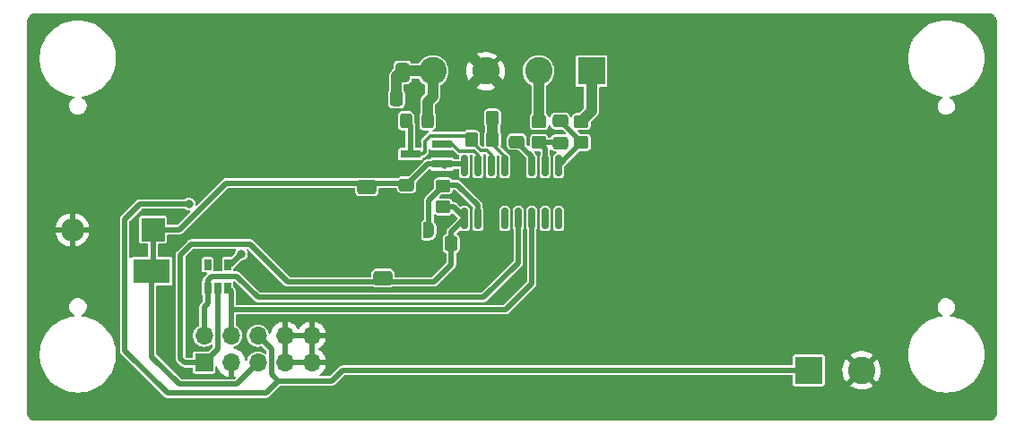
<source format=gbr>
%TF.GenerationSoftware,KiCad,Pcbnew,(6.0.0)*%
%TF.CreationDate,2022-01-14T12:25:06-05:00*%
%TF.ProjectId,ADC-board-HX711,4144432d-626f-4617-9264-2d4858373131,rev?*%
%TF.SameCoordinates,Original*%
%TF.FileFunction,Copper,L2,Bot*%
%TF.FilePolarity,Positive*%
%FSLAX46Y46*%
G04 Gerber Fmt 4.6, Leading zero omitted, Abs format (unit mm)*
G04 Created by KiCad (PCBNEW (6.0.0)) date 2022-01-14 12:25:06*
%MOMM*%
%LPD*%
G01*
G04 APERTURE LIST*
G04 Aperture macros list*
%AMRoundRect*
0 Rectangle with rounded corners*
0 $1 Rounding radius*
0 $2 $3 $4 $5 $6 $7 $8 $9 X,Y pos of 4 corners*
0 Add a 4 corners polygon primitive as box body*
4,1,4,$2,$3,$4,$5,$6,$7,$8,$9,$2,$3,0*
0 Add four circle primitives for the rounded corners*
1,1,$1+$1,$2,$3*
1,1,$1+$1,$4,$5*
1,1,$1+$1,$6,$7*
1,1,$1+$1,$8,$9*
0 Add four rect primitives between the rounded corners*
20,1,$1+$1,$2,$3,$4,$5,0*
20,1,$1+$1,$4,$5,$6,$7,0*
20,1,$1+$1,$6,$7,$8,$9,0*
20,1,$1+$1,$8,$9,$2,$3,0*%
%AMFreePoly0*
4,1,22,0.500000,-0.750000,0.000000,-0.750000,0.000000,-0.745033,-0.079941,-0.743568,-0.215256,-0.701293,-0.333266,-0.622738,-0.424486,-0.514219,-0.481581,-0.384460,-0.499164,-0.250000,-0.500000,-0.250000,-0.500000,0.250000,-0.499164,0.250000,-0.499963,0.256109,-0.478152,0.396186,-0.417904,0.524511,-0.324060,0.630769,-0.204165,0.706417,-0.067858,0.745374,0.000000,0.744959,0.000000,0.750000,
0.500000,0.750000,0.500000,-0.750000,0.500000,-0.750000,$1*%
%AMFreePoly1*
4,1,20,0.000000,0.744959,0.073905,0.744508,0.209726,0.703889,0.328688,0.626782,0.421226,0.519385,0.479903,0.390333,0.500000,0.250000,0.500000,-0.250000,0.499851,-0.262216,0.476331,-0.402017,0.414519,-0.529596,0.319384,-0.634700,0.198574,-0.708877,0.061801,-0.746166,0.000000,-0.745033,0.000000,-0.750000,-0.500000,-0.750000,-0.500000,0.750000,0.000000,0.750000,0.000000,0.744959,
0.000000,0.744959,$1*%
G04 Aperture macros list end*
%TA.AperFunction,ComponentPad*%
%ADD10O,2.200000X2.200000*%
%TD*%
%TA.AperFunction,ComponentPad*%
%ADD11R,2.200000X2.200000*%
%TD*%
%TA.AperFunction,SMDPad,CuDef*%
%ADD12RoundRect,0.250000X0.650000X-0.412500X0.650000X0.412500X-0.650000X0.412500X-0.650000X-0.412500X0*%
%TD*%
%TA.AperFunction,SMDPad,CuDef*%
%ADD13RoundRect,0.250000X0.412500X0.650000X-0.412500X0.650000X-0.412500X-0.650000X0.412500X-0.650000X0*%
%TD*%
%TA.AperFunction,ComponentPad*%
%ADD14R,1.700000X1.700000*%
%TD*%
%TA.AperFunction,ComponentPad*%
%ADD15O,1.700000X1.700000*%
%TD*%
%TA.AperFunction,ComponentPad*%
%ADD16R,2.600000X2.600000*%
%TD*%
%TA.AperFunction,ComponentPad*%
%ADD17C,2.600000*%
%TD*%
%TA.AperFunction,SMDPad,CuDef*%
%ADD18RoundRect,0.250000X0.475000X-0.337500X0.475000X0.337500X-0.475000X0.337500X-0.475000X-0.337500X0*%
%TD*%
%TA.AperFunction,SMDPad,CuDef*%
%ADD19RoundRect,0.250000X0.337500X0.475000X-0.337500X0.475000X-0.337500X-0.475000X0.337500X-0.475000X0*%
%TD*%
%TA.AperFunction,SMDPad,CuDef*%
%ADD20R,3.500000X2.300000*%
%TD*%
%TA.AperFunction,SMDPad,CuDef*%
%ADD21FreePoly0,0.000000*%
%TD*%
%TA.AperFunction,SMDPad,CuDef*%
%ADD22FreePoly1,0.000000*%
%TD*%
%TA.AperFunction,SMDPad,CuDef*%
%ADD23R,0.650000X1.060000*%
%TD*%
%TA.AperFunction,SMDPad,CuDef*%
%ADD24RoundRect,0.250000X0.350000X0.450000X-0.350000X0.450000X-0.350000X-0.450000X0.350000X-0.450000X0*%
%TD*%
%TA.AperFunction,SMDPad,CuDef*%
%ADD25RoundRect,0.250000X0.450000X-0.350000X0.450000X0.350000X-0.450000X0.350000X-0.450000X-0.350000X0*%
%TD*%
%TA.AperFunction,SMDPad,CuDef*%
%ADD26RoundRect,0.250000X-0.450000X0.350000X-0.450000X-0.350000X0.450000X-0.350000X0.450000X0.350000X0*%
%TD*%
%TA.AperFunction,SMDPad,CuDef*%
%ADD27RoundRect,0.250000X-0.475000X0.337500X-0.475000X-0.337500X0.475000X-0.337500X0.475000X0.337500X0*%
%TD*%
%TA.AperFunction,SMDPad,CuDef*%
%ADD28RoundRect,0.250000X-0.350000X-0.450000X0.350000X-0.450000X0.350000X0.450000X-0.350000X0.450000X0*%
%TD*%
%TA.AperFunction,SMDPad,CuDef*%
%ADD29RoundRect,0.250000X0.325000X0.450000X-0.325000X0.450000X-0.325000X-0.450000X0.325000X-0.450000X0*%
%TD*%
%TA.AperFunction,SMDPad,CuDef*%
%ADD30R,1.900000X0.800000*%
%TD*%
%TA.AperFunction,SMDPad,CuDef*%
%ADD31RoundRect,0.150000X-0.150000X0.850000X-0.150000X-0.850000X0.150000X-0.850000X0.150000X0.850000X0*%
%TD*%
%TA.AperFunction,ViaPad*%
%ADD32C,0.800100*%
%TD*%
%TA.AperFunction,Conductor*%
%ADD33C,0.500000*%
%TD*%
%TA.AperFunction,Conductor*%
%ADD34C,0.249936*%
%TD*%
%TA.AperFunction,Conductor*%
%ADD35C,1.000000*%
%TD*%
%TA.AperFunction,Conductor*%
%ADD36C,0.300000*%
%TD*%
G04 APERTURE END LIST*
D10*
%TO.P,D2,2,A*%
%TO.N,GND*%
X4480000Y-20700000D03*
D11*
%TO.P,D2,1,K*%
%TO.N,+5V*%
X12100000Y-20700000D03*
%TD*%
D12*
%TO.P,C7,1*%
%TO.N,+3V3*%
X33800000Y-25262500D03*
%TO.P,C7,2*%
%TO.N,GND*%
X33800000Y-22137500D03*
%TD*%
D13*
%TO.P,C4,1*%
%TO.N,E+*%
X35662500Y-5800000D03*
%TO.P,C4,2*%
%TO.N,GND*%
X32537500Y-5800000D03*
%TD*%
D12*
%TO.P,C3,1*%
%TO.N,+5V*%
X32300000Y-16662500D03*
%TO.P,C3,2*%
%TO.N,GND*%
X32300000Y-13537500D03*
%TD*%
D14*
%TO.P,J1,1,Pin_1*%
%TO.N,+3V3*%
X16920000Y-33270000D03*
D15*
%TO.P,J1,2,Pin_2*%
%TO.N,DATA*%
X16920000Y-30730000D03*
%TO.P,J1,3,Pin_3*%
%TO.N,GND*%
X19460000Y-33270000D03*
%TO.P,J1,4,Pin_4*%
%TO.N,SCK*%
X19460000Y-30730000D03*
%TO.P,J1,5,Pin_5*%
%TO.N,+5V*%
X22000000Y-33270000D03*
%TO.P,J1,6,Pin_6*%
%TO.N,SWITCH-IN*%
X22000000Y-30730000D03*
%TO.P,J1,7,Pin_7*%
%TO.N,GND*%
X24540000Y-33270000D03*
%TO.P,J1,8,Pin_8*%
X24540000Y-30730000D03*
%TO.P,J1,9,Pin_9*%
X27080000Y-33270000D03*
%TO.P,J1,10,Pin_10*%
X27080000Y-30730000D03*
%TD*%
D16*
%TO.P,J3,1,Pin_1*%
%TO.N,SWITCH-IN*%
X74000000Y-34000000D03*
D17*
%TO.P,J3,2,Pin_2*%
%TO.N,GND*%
X79000000Y-34000000D03*
%TD*%
D16*
%TO.P,J2,1,Pin_1*%
%TO.N,A+*%
X53500000Y-5695000D03*
D17*
%TO.P,J2,2,Pin_2*%
%TO.N,A-*%
X48500000Y-5695000D03*
%TO.P,J2,3,Pin_3*%
%TO.N,GND*%
X43500000Y-5695000D03*
%TO.P,J2,4,Pin_4*%
%TO.N,E+*%
X38500000Y-5695000D03*
%TD*%
D18*
%TO.P,C6,1*%
%TO.N,Net-(C6-Pad1)*%
X50550000Y-12487500D03*
%TO.P,C6,2*%
%TO.N,Net-(C6-Pad2)*%
X50550000Y-10412500D03*
%TD*%
D19*
%TO.P,C1,1*%
%TO.N,GND*%
X42327500Y-22020000D03*
%TO.P,C1,2*%
%TO.N,+3V3*%
X40252500Y-22020000D03*
%TD*%
D20*
%TO.P,D1,1,A1*%
%TO.N,GND*%
X6570000Y-24610000D03*
%TO.P,D1,2,A2*%
%TO.N,+5V*%
X11970000Y-24610000D03*
%TD*%
D19*
%TO.P,C2,1*%
%TO.N,E+*%
X35087500Y-8300000D03*
%TO.P,C2,2*%
%TO.N,GND*%
X33012500Y-8300000D03*
%TD*%
D21*
%TO.P,JP1,1,1*%
%TO.N,GND*%
X36850000Y-20750000D03*
D22*
%TO.P,JP1,2,2*%
%TO.N,Net-(JP1-Pad2)*%
X38150000Y-20750000D03*
%TD*%
D23*
%TO.P,U2,1,IO1*%
%TO.N,unconnected-(U2-Pad1)*%
X17250000Y-24000000D03*
%TO.P,U2,2,VN*%
%TO.N,GND*%
X18200000Y-24000000D03*
%TO.P,U2,3,IO2*%
%TO.N,SWITCH-IN*%
X19150000Y-24000000D03*
%TO.P,U2,4,IO3*%
%TO.N,SCK*%
X19150000Y-26200000D03*
%TO.P,U2,5,VP*%
%TO.N,+3V3*%
X18200000Y-26200000D03*
%TO.P,U2,6,IO4*%
%TO.N,DATA*%
X17250000Y-26200000D03*
%TD*%
D24*
%TO.P,R3,1*%
%TO.N,Net-(R3-Pad1)*%
X44150000Y-12150000D03*
%TO.P,R3,2*%
%TO.N,Net-(L1-Pad2)*%
X42150000Y-12150000D03*
%TD*%
D25*
%TO.P,R8,1*%
%TO.N,+3V3*%
X39510000Y-18550000D03*
%TO.P,R8,2*%
%TO.N,Net-(JP1-Pad2)*%
X39510000Y-16550000D03*
%TD*%
D26*
%TO.P,R5,1*%
%TO.N,A-*%
X48550000Y-10450000D03*
%TO.P,R5,2*%
%TO.N,Net-(C6-Pad1)*%
X48550000Y-12450000D03*
%TD*%
D27*
%TO.P,C5,1*%
%TO.N,GND*%
X46450000Y-10312500D03*
%TO.P,C5,2*%
%TO.N,Net-(C5-Pad2)*%
X46450000Y-12387500D03*
%TD*%
D18*
%TO.P,C8,1*%
%TO.N,GND*%
X36040000Y-18537500D03*
%TO.P,C8,2*%
%TO.N,+5V*%
X36040000Y-16462500D03*
%TD*%
D28*
%TO.P,R4,1*%
%TO.N,GND*%
X42150000Y-10150000D03*
%TO.P,R4,2*%
%TO.N,Net-(R3-Pad1)*%
X44150000Y-10150000D03*
%TD*%
D26*
%TO.P,R6,1*%
%TO.N,A+*%
X52550000Y-10450000D03*
%TO.P,R6,2*%
%TO.N,Net-(C6-Pad2)*%
X52550000Y-12450000D03*
%TD*%
D29*
%TO.P,L1,1,1*%
%TO.N,E+*%
X38025000Y-10400000D03*
%TO.P,L1,2,2*%
%TO.N,Net-(L1-Pad2)*%
X35975000Y-10400000D03*
%TD*%
D30*
%TO.P,Q1,1,B*%
%TO.N,Net-(Q1-Pad1)*%
X39400000Y-12600000D03*
%TO.P,Q1,2,E*%
%TO.N,+5V*%
X39400000Y-14500000D03*
%TO.P,Q1,3,C*%
%TO.N,Net-(L1-Pad2)*%
X36400000Y-13550000D03*
%TD*%
D31*
%TO.P,U1,1,VSUP*%
%TO.N,+5V*%
X41505000Y-14650000D03*
%TO.P,U1,2,Base*%
%TO.N,Net-(Q1-Pad1)*%
X42775000Y-14650000D03*
%TO.P,U1,3,AVDD*%
%TO.N,Net-(L1-Pad2)*%
X44045000Y-14650000D03*
%TO.P,U1,4,VFB*%
%TO.N,Net-(R3-Pad1)*%
X45315000Y-14650000D03*
%TO.P,U1,5,AGND*%
%TO.N,GND*%
X46585000Y-14650000D03*
%TO.P,U1,6,VBG*%
%TO.N,Net-(C5-Pad2)*%
X47855000Y-14650000D03*
%TO.P,U1,7,INNA*%
%TO.N,Net-(C6-Pad1)*%
X49125000Y-14650000D03*
%TO.P,U1,8,INPA*%
%TO.N,Net-(C6-Pad2)*%
X50395000Y-14650000D03*
%TO.P,U1,9,INNB*%
%TO.N,unconnected-(U1-Pad9)*%
X50395000Y-19650000D03*
%TO.P,U1,10,INPB*%
%TO.N,unconnected-(U1-Pad10)*%
X49125000Y-19650000D03*
%TO.P,U1,11,PD_SCK*%
%TO.N,SCK*%
X47855000Y-19650000D03*
%TO.P,U1,12,DOUT*%
%TO.N,DATA*%
X46585000Y-19650000D03*
%TO.P,U1,13,XO*%
%TO.N,unconnected-(U1-Pad13)*%
X45315000Y-19650000D03*
%TO.P,U1,14,XI*%
%TO.N,GND*%
X44045000Y-19650000D03*
%TO.P,U1,15,RATE*%
%TO.N,Net-(JP1-Pad2)*%
X42775000Y-19650000D03*
%TO.P,U1,16,DVDD*%
%TO.N,+3V3*%
X41505000Y-19650000D03*
%TD*%
D32*
%TO.N,GND*%
X16400000Y-17330000D03*
X20050000Y-21100000D03*
X17250000Y-21070000D03*
X18190000Y-22980000D03*
X36750000Y-20750000D03*
X14760000Y-19210000D03*
X46450000Y-8950000D03*
X15870000Y-24000000D03*
X21420000Y-23530000D03*
X43750000Y-21550000D03*
X17710000Y-18920000D03*
X31900000Y-7200000D03*
%TO.N,SWITCH-IN*%
X15490000Y-18270000D03*
X20450000Y-22970000D03*
%TD*%
D33*
%TO.N,+5V*%
X12100000Y-24480000D02*
X11970000Y-24610000D01*
X12100000Y-20700000D02*
X12100000Y-24480000D01*
X12100000Y-20700000D02*
X14580000Y-20700000D01*
X15240000Y-20040000D02*
X18992500Y-16287500D01*
X14580000Y-20700000D02*
X15240000Y-20040000D01*
%TO.N,SWITCH-IN*%
X9420000Y-32130000D02*
X9420000Y-19680000D01*
X10830000Y-18270000D02*
X15490000Y-18270000D01*
X13450000Y-36160000D02*
X9420000Y-32130000D01*
X22760938Y-36160000D02*
X13450000Y-36160000D01*
X9420000Y-19680000D02*
X10830000Y-18270000D01*
X23910938Y-35010000D02*
X22760938Y-36160000D01*
D34*
%TO.N,+3V3*%
X33800000Y-25500000D02*
X33945000Y-25645000D01*
X33800000Y-25262500D02*
X33800000Y-25500000D01*
D33*
X33945000Y-25645000D02*
X38595000Y-25645000D01*
X24865000Y-25645000D02*
X33945000Y-25645000D01*
D34*
%TO.N,+5V*%
X32300000Y-16300000D02*
X32287500Y-16287500D01*
X32300000Y-16662500D02*
X32300000Y-16300000D01*
D33*
X32287500Y-16287500D02*
X35865000Y-16287500D01*
X18992500Y-16287500D02*
X32287500Y-16287500D01*
X35865000Y-16287500D02*
X36040000Y-16462500D01*
D35*
%TO.N,GND*%
X46450000Y-10312500D02*
X46450000Y-8950000D01*
D33*
X44045000Y-21255000D02*
X43750000Y-21550000D01*
D36*
X45350000Y-11412500D02*
X46450000Y-10312500D01*
X46585000Y-14650000D02*
X46585000Y-13485000D01*
X46585000Y-13485000D02*
X46385040Y-13285040D01*
D35*
X46450000Y-8645000D02*
X43500000Y-5695000D01*
X35200000Y-3300000D02*
X41105000Y-3300000D01*
D33*
X43280000Y-22020000D02*
X43750000Y-21550000D01*
D36*
X45350000Y-12950000D02*
X45350000Y-11412500D01*
D35*
X42150000Y-10150000D02*
X42150000Y-7045000D01*
D36*
X45685040Y-13285040D02*
X45350000Y-12950000D01*
D33*
X42327500Y-22020000D02*
X43280000Y-22020000D01*
D35*
X46387500Y-10250000D02*
X46450000Y-10312500D01*
X46450000Y-8950000D02*
X46450000Y-8645000D01*
D36*
X46385040Y-13285040D02*
X45685040Y-13285040D01*
D33*
X44045000Y-19650000D02*
X44045000Y-21255000D01*
D35*
X33012500Y-5487500D02*
X35200000Y-3300000D01*
X41105000Y-3300000D02*
X43500000Y-5695000D01*
X42150000Y-7045000D02*
X43500000Y-5695000D01*
X33012500Y-8300000D02*
X33012500Y-5487500D01*
D33*
%TO.N,SWITCH-IN*%
X23910938Y-35010000D02*
X23280469Y-34379531D01*
X23280469Y-32010469D02*
X23280469Y-34379531D01*
X74000000Y-34000000D02*
X29970000Y-34000000D01*
X23910938Y-35010000D02*
X28960000Y-35010000D01*
X19150000Y-24000000D02*
X19420000Y-24000000D01*
X19420000Y-24000000D02*
X20450000Y-22970000D01*
X22000000Y-30730000D02*
X23280469Y-32010469D01*
X28960000Y-35010000D02*
X29970000Y-34000000D01*
%TO.N,+5V*%
X11970000Y-32710000D02*
X11970000Y-24610000D01*
X22000000Y-33270000D02*
X19980000Y-35290000D01*
X39400000Y-14500000D02*
X41355000Y-14500000D01*
X41355000Y-14500000D02*
X41505000Y-14650000D01*
X39400000Y-14500000D02*
X38002500Y-14500000D01*
X38002500Y-14500000D02*
X36040000Y-16462500D01*
X14550000Y-35290000D02*
X11970000Y-32710000D01*
X39600000Y-14700000D02*
X39400000Y-14500000D01*
X19980000Y-35290000D02*
X14550000Y-35290000D01*
D35*
%TO.N,E+*%
X38500000Y-5695000D02*
X35592500Y-5695000D01*
X38025000Y-10400000D02*
X38025000Y-8575000D01*
X38500000Y-8100000D02*
X38500000Y-5695000D01*
X35592500Y-5695000D02*
X35087500Y-6200000D01*
X38025000Y-8575000D02*
X38500000Y-8100000D01*
X35087500Y-8300000D02*
X35087500Y-6200000D01*
D33*
%TO.N,Net-(C5-Pad2)*%
X47855000Y-13792500D02*
X46450000Y-12387500D01*
X47855000Y-14650000D02*
X47855000Y-13792500D01*
%TO.N,Net-(C6-Pad2)*%
X52550000Y-12450000D02*
X52550000Y-12412500D01*
X52550000Y-12412500D02*
X50550000Y-10412500D01*
X50395000Y-14650000D02*
X50395000Y-14605000D01*
X50395000Y-14605000D02*
X52550000Y-12450000D01*
%TO.N,Net-(C6-Pad1)*%
X50512500Y-12450000D02*
X50550000Y-12487500D01*
X49125000Y-14650000D02*
X49125000Y-13025000D01*
X49125000Y-13025000D02*
X48550000Y-12450000D01*
X48550000Y-12450000D02*
X50512500Y-12450000D01*
D35*
%TO.N,A-*%
X48550000Y-10450000D02*
X48550000Y-5745000D01*
X48600000Y-5795000D02*
X48500000Y-5695000D01*
X48550000Y-5745000D02*
X48500000Y-5695000D01*
%TO.N,A+*%
X52550000Y-10450000D02*
X53500000Y-9500000D01*
X53500000Y-9500000D02*
X53500000Y-5695000D01*
D36*
%TO.N,Net-(L1-Pad2)*%
X44045000Y-14650000D02*
X44045000Y-13645000D01*
X41800000Y-11800000D02*
X38250000Y-11800000D01*
X37550000Y-13550000D02*
X36400000Y-13550000D01*
X38250000Y-11800000D02*
X37750000Y-12300000D01*
D33*
X36400000Y-13550000D02*
X36400000Y-10825000D01*
D36*
X37750000Y-12300000D02*
X37750000Y-13350000D01*
D33*
X36400000Y-10825000D02*
X35975000Y-10400000D01*
D36*
X43050000Y-13200000D02*
X42150000Y-12300000D01*
X43600000Y-13200000D02*
X43050000Y-13200000D01*
X44045000Y-13645000D02*
X43600000Y-13200000D01*
X42150000Y-12150000D02*
X41800000Y-11800000D01*
X42150000Y-12300000D02*
X42150000Y-12150000D01*
X37750000Y-13350000D02*
X37550000Y-13550000D01*
%TO.N,Net-(Q1-Pad1)*%
X42775000Y-13575594D02*
X42449406Y-13250000D01*
X41000000Y-13250000D02*
X40350000Y-12600000D01*
X42449406Y-13250000D02*
X41000000Y-13250000D01*
X40350000Y-12600000D02*
X39400000Y-12600000D01*
X42775000Y-14650000D02*
X42775000Y-13575594D01*
%TO.N,Net-(R3-Pad1)*%
X44150000Y-12600000D02*
X44150000Y-12150000D01*
X45315000Y-13765000D02*
X44150000Y-12600000D01*
D35*
X44150000Y-12150000D02*
X44150000Y-10150000D01*
D36*
X45315000Y-14650000D02*
X45315000Y-13765000D01*
D33*
%TO.N,DATA*%
X17250000Y-25475938D02*
X17625938Y-25100000D01*
X17250000Y-26200000D02*
X17250000Y-25475938D01*
X17625938Y-25100000D02*
X20000000Y-25100000D01*
X16920000Y-27980000D02*
X17250000Y-27650000D01*
X17250000Y-27650000D02*
X17250000Y-26200000D01*
X16920000Y-30730000D02*
X16920000Y-27980000D01*
X22000000Y-27100000D02*
X43300000Y-27100000D01*
X46585000Y-23815000D02*
X46585000Y-19650000D01*
X20000000Y-25100000D02*
X22000000Y-27100000D01*
X43300000Y-27100000D02*
X46585000Y-23815000D01*
%TO.N,SCK*%
X19460000Y-30730000D02*
X19460000Y-28260000D01*
X45380000Y-28260000D02*
X47855000Y-25785000D01*
X19460000Y-28260000D02*
X19460000Y-26510000D01*
X19460000Y-28260000D02*
X45380000Y-28260000D01*
X19460000Y-26510000D02*
X19150000Y-26200000D01*
X47855000Y-25785000D02*
X47855000Y-19650000D01*
%TO.N,+3V3*%
X40252500Y-20902500D02*
X41505000Y-19650000D01*
X16920000Y-33270000D02*
X15080000Y-33270000D01*
X41505000Y-19650000D02*
X41505000Y-19575000D01*
X18200000Y-31990000D02*
X16920000Y-33270000D01*
X14690000Y-32880000D02*
X14690000Y-23060000D01*
X38595000Y-25645000D02*
X40252500Y-23987500D01*
X40252500Y-23987500D02*
X40252500Y-22020000D01*
X14690000Y-23060000D02*
X15690000Y-22060000D01*
X41505000Y-19575000D02*
X40480000Y-18550000D01*
X18200000Y-26200000D02*
X18200000Y-31990000D01*
X40480000Y-18550000D02*
X39510000Y-18550000D01*
X40252500Y-22020000D02*
X40252500Y-20902500D01*
X15690000Y-22060000D02*
X21280000Y-22060000D01*
X21280000Y-22060000D02*
X24865000Y-25645000D01*
X15080000Y-33270000D02*
X14690000Y-32880000D01*
%TO.N,Net-(JP1-Pad2)*%
X40850000Y-16450000D02*
X39700000Y-16450000D01*
X38150000Y-20750000D02*
X38150000Y-17910000D01*
X42775000Y-18375000D02*
X40850000Y-16450000D01*
X42775000Y-19650000D02*
X42775000Y-18375000D01*
X38150000Y-17910000D02*
X39510000Y-16550000D01*
%TD*%
%TA.AperFunction,Conductor*%
%TO.N,GND*%
G36*
X90988227Y-202518D02*
G01*
X90999642Y-205143D01*
X91010516Y-202682D01*
X91021665Y-202702D01*
X91021663Y-203716D01*
X91031524Y-203105D01*
X91087538Y-208622D01*
X91146370Y-214416D01*
X91165400Y-218202D01*
X91231110Y-238134D01*
X91296817Y-258066D01*
X91314745Y-265492D01*
X91365229Y-292476D01*
X91435856Y-330227D01*
X91451991Y-341008D01*
X91558152Y-428131D01*
X91571869Y-441848D01*
X91581454Y-453527D01*
X91658992Y-548009D01*
X91669772Y-564143D01*
X91703923Y-628033D01*
X91734507Y-685252D01*
X91741934Y-703183D01*
X91781798Y-834598D01*
X91785584Y-853630D01*
X91790102Y-899500D01*
X91796897Y-968493D01*
X91797374Y-978371D01*
X91797356Y-988775D01*
X91794857Y-999642D01*
X91797559Y-1011583D01*
X91800000Y-1033432D01*
X91800000Y-37966040D01*
X91797482Y-37988227D01*
X91794857Y-37999642D01*
X91797318Y-38010516D01*
X91797298Y-38021665D01*
X91796284Y-38021663D01*
X91796895Y-38031524D01*
X91785584Y-38146368D01*
X91781798Y-38165402D01*
X91741934Y-38296817D01*
X91734508Y-38314745D01*
X91669773Y-38435856D01*
X91658992Y-38451991D01*
X91571869Y-38558152D01*
X91558152Y-38571869D01*
X91477053Y-38638425D01*
X91451991Y-38658992D01*
X91435857Y-38669772D01*
X91314745Y-38734508D01*
X91296817Y-38741934D01*
X91231110Y-38761866D01*
X91165400Y-38781798D01*
X91146370Y-38785584D01*
X91031501Y-38796897D01*
X91021629Y-38797374D01*
X91011225Y-38797356D01*
X91000358Y-38794857D01*
X90988417Y-38797559D01*
X90966568Y-38800000D01*
X1033960Y-38800000D01*
X1011773Y-38797482D01*
X1000358Y-38794857D01*
X989484Y-38797318D01*
X978335Y-38797298D01*
X978337Y-38796284D01*
X968476Y-38796895D01*
X912462Y-38791378D01*
X853630Y-38785584D01*
X834600Y-38781798D01*
X768890Y-38761866D01*
X703183Y-38741934D01*
X685255Y-38734508D01*
X564143Y-38669772D01*
X548009Y-38658992D01*
X522947Y-38638425D01*
X441848Y-38571869D01*
X428131Y-38558152D01*
X341008Y-38451991D01*
X330227Y-38435856D01*
X265492Y-38314745D01*
X258066Y-38296817D01*
X218202Y-38165402D01*
X214416Y-38146368D01*
X203103Y-38031507D01*
X202626Y-38021629D01*
X202644Y-38011225D01*
X205143Y-38000358D01*
X202441Y-37988417D01*
X200000Y-37966568D01*
X200000Y-32500000D01*
X1394559Y-32500000D01*
X1414310Y-32876871D01*
X1414715Y-32879429D01*
X1414716Y-32879437D01*
X1446700Y-33081370D01*
X1473347Y-33249613D01*
X1474018Y-33252117D01*
X1474019Y-33252122D01*
X1567798Y-33602110D01*
X1571022Y-33614143D01*
X1706266Y-33966465D01*
X1786452Y-34123838D01*
X1860911Y-34269971D01*
X1877597Y-34302720D01*
X1879008Y-34304892D01*
X1879011Y-34304898D01*
X1985844Y-34469407D01*
X2083137Y-34619225D01*
X2320635Y-34912511D01*
X2587489Y-35179365D01*
X2880775Y-35416863D01*
X2994582Y-35490770D01*
X3195102Y-35620989D01*
X3195108Y-35620992D01*
X3197280Y-35622403D01*
X3533535Y-35793734D01*
X3885857Y-35928978D01*
X3888360Y-35929649D01*
X3888361Y-35929649D01*
X4247878Y-36025981D01*
X4247883Y-36025982D01*
X4250387Y-36026653D01*
X4252958Y-36027060D01*
X4252957Y-36027060D01*
X4620563Y-36085284D01*
X4620571Y-36085285D01*
X4623129Y-36085690D01*
X4905720Y-36100500D01*
X5094280Y-36100500D01*
X5376871Y-36085690D01*
X5379429Y-36085285D01*
X5379437Y-36085284D01*
X5747043Y-36027060D01*
X5747042Y-36027060D01*
X5749613Y-36026653D01*
X5752117Y-36025982D01*
X5752122Y-36025981D01*
X6111639Y-35929649D01*
X6111640Y-35929649D01*
X6114143Y-35928978D01*
X6466465Y-35793734D01*
X6802720Y-35622403D01*
X6804892Y-35620992D01*
X6804898Y-35620989D01*
X7005418Y-35490770D01*
X7119225Y-35416863D01*
X7412511Y-35179365D01*
X7679365Y-34912511D01*
X7916863Y-34619225D01*
X7918274Y-34617052D01*
X7918280Y-34617044D01*
X8120989Y-34304899D01*
X8120992Y-34304893D01*
X8122403Y-34302721D01*
X8123580Y-34300412D01*
X8200291Y-34149858D01*
X8293734Y-33966465D01*
X8428978Y-33614143D01*
X8432202Y-33602110D01*
X8525981Y-33252122D01*
X8525982Y-33252117D01*
X8526653Y-33249613D01*
X8553300Y-33081370D01*
X8585284Y-32879437D01*
X8585285Y-32879429D01*
X8585690Y-32876871D01*
X8605441Y-32500000D01*
X8586800Y-32144310D01*
X8964636Y-32144310D01*
X8973788Y-32194418D01*
X8975248Y-32202414D01*
X8975759Y-32205483D01*
X8983450Y-32256643D01*
X8983451Y-32256647D01*
X8984551Y-32263962D01*
X8987679Y-32270475D01*
X8988975Y-32277573D01*
X8992386Y-32284139D01*
X9016198Y-32329980D01*
X9017588Y-32332762D01*
X9039987Y-32379408D01*
X9039989Y-32379411D01*
X9043191Y-32386079D01*
X9047297Y-32390521D01*
X9048820Y-32392781D01*
X9051421Y-32397788D01*
X9055725Y-32402828D01*
X9093357Y-32440460D01*
X9096051Y-32443263D01*
X9130124Y-32480124D01*
X9130127Y-32480126D01*
X9135146Y-32485556D01*
X9141210Y-32489078D01*
X9148535Y-32495638D01*
X13108381Y-36455484D01*
X13116122Y-36464196D01*
X13138128Y-36492110D01*
X13144215Y-36496317D01*
X13144216Y-36496318D01*
X13186733Y-36525703D01*
X13189263Y-36527511D01*
X13236817Y-36562635D01*
X13243634Y-36565029D01*
X13249569Y-36569131D01*
X13256622Y-36571362D01*
X13256625Y-36571363D01*
X13288390Y-36581409D01*
X13305904Y-36586948D01*
X13308841Y-36587928D01*
X13357648Y-36605068D01*
X13357650Y-36605068D01*
X13364631Y-36607520D01*
X13370673Y-36607758D01*
X13373353Y-36608280D01*
X13378730Y-36609980D01*
X13385337Y-36610500D01*
X13438531Y-36610500D01*
X13442417Y-36610576D01*
X13492604Y-36612548D01*
X13492606Y-36612548D01*
X13499994Y-36612838D01*
X13506772Y-36611041D01*
X13516598Y-36610500D01*
X22728311Y-36610500D01*
X22739947Y-36611186D01*
X22775248Y-36615364D01*
X22782524Y-36614035D01*
X22782527Y-36614035D01*
X22818197Y-36607520D01*
X22833368Y-36604749D01*
X22836414Y-36604242D01*
X22894900Y-36595449D01*
X22901413Y-36592321D01*
X22908511Y-36591025D01*
X22960920Y-36563801D01*
X22963700Y-36562412D01*
X23010346Y-36540013D01*
X23010349Y-36540011D01*
X23017017Y-36536809D01*
X23021459Y-36532703D01*
X23023719Y-36531180D01*
X23028726Y-36528579D01*
X23033766Y-36524275D01*
X23071398Y-36486643D01*
X23074201Y-36483949D01*
X23111062Y-36449876D01*
X23111064Y-36449873D01*
X23116494Y-36444854D01*
X23120016Y-36438790D01*
X23126576Y-36431465D01*
X24068545Y-35489496D01*
X24123062Y-35461719D01*
X24138549Y-35460500D01*
X28927373Y-35460500D01*
X28939009Y-35461186D01*
X28974310Y-35465364D01*
X28981586Y-35464035D01*
X28981589Y-35464035D01*
X29016120Y-35457728D01*
X29032430Y-35454749D01*
X29035476Y-35454242D01*
X29093962Y-35445449D01*
X29100475Y-35442321D01*
X29107573Y-35441025D01*
X29159982Y-35413801D01*
X29162762Y-35412412D01*
X29209408Y-35390013D01*
X29209411Y-35390011D01*
X29216079Y-35386809D01*
X29220521Y-35382703D01*
X29222781Y-35381180D01*
X29227788Y-35378579D01*
X29232828Y-35374275D01*
X29270460Y-35336643D01*
X29273263Y-35333949D01*
X29310124Y-35299876D01*
X29310126Y-35299873D01*
X29315556Y-35294854D01*
X29319078Y-35288790D01*
X29325638Y-35281465D01*
X30127607Y-34479496D01*
X30182124Y-34451719D01*
X30197611Y-34450500D01*
X72400500Y-34450500D01*
X72458691Y-34469407D01*
X72494655Y-34518907D01*
X72499500Y-34549500D01*
X72499500Y-35319748D01*
X72511133Y-35378231D01*
X72555448Y-35444552D01*
X72621769Y-35488867D01*
X72631332Y-35490769D01*
X72631334Y-35490770D01*
X72654005Y-35495279D01*
X72680252Y-35500500D01*
X75319748Y-35500500D01*
X75345995Y-35495279D01*
X75368666Y-35490770D01*
X75368668Y-35490769D01*
X75378231Y-35488867D01*
X75441903Y-35446322D01*
X77918717Y-35446322D01*
X77918907Y-35447521D01*
X77923045Y-35452388D01*
X78036260Y-35535401D01*
X78042465Y-35539279D01*
X78273785Y-35660982D01*
X78280513Y-35663907D01*
X78527279Y-35750081D01*
X78534346Y-35751975D01*
X78791146Y-35800730D01*
X78798426Y-35801559D01*
X79059606Y-35811822D01*
X79066925Y-35811566D01*
X79326764Y-35783109D01*
X79333948Y-35781777D01*
X79586730Y-35715225D01*
X79593656Y-35712840D01*
X79833805Y-35609664D01*
X79840306Y-35606281D01*
X80062574Y-35468736D01*
X80068498Y-35464432D01*
X80076418Y-35457728D01*
X80083437Y-35446385D01*
X80083210Y-35443323D01*
X80081417Y-35440627D01*
X79011086Y-34370296D01*
X78999203Y-34364242D01*
X78994172Y-34365038D01*
X77924771Y-35434439D01*
X77918717Y-35446322D01*
X75441903Y-35446322D01*
X75444552Y-35444552D01*
X75488867Y-35378231D01*
X75500500Y-35319748D01*
X75500500Y-33956207D01*
X77187727Y-33956207D01*
X77200268Y-34217293D01*
X77201160Y-34224555D01*
X77252155Y-34480923D01*
X77254112Y-34487979D01*
X77342435Y-34733980D01*
X77345418Y-34740681D01*
X77469133Y-34970926D01*
X77473069Y-34977104D01*
X77545178Y-35073669D01*
X77556068Y-35081365D01*
X77557519Y-35081346D01*
X77562610Y-35078180D01*
X78629704Y-34011086D01*
X78634946Y-34000797D01*
X79364242Y-34000797D01*
X79365038Y-34005828D01*
X80437820Y-35078610D01*
X80449482Y-35084552D01*
X80456016Y-35078643D01*
X80591371Y-34868210D01*
X80594865Y-34861775D01*
X80702225Y-34623443D01*
X80704722Y-34616581D01*
X80775675Y-34365004D01*
X80777136Y-34357820D01*
X80810271Y-34097356D01*
X80810650Y-34092407D01*
X80813005Y-34002492D01*
X80812885Y-33997517D01*
X80793427Y-33735665D01*
X80792346Y-33728436D01*
X80734657Y-33473490D01*
X80732517Y-33466489D01*
X80637780Y-33222873D01*
X80634629Y-33216267D01*
X80504928Y-32989337D01*
X80500824Y-32983253D01*
X80455488Y-32925744D01*
X80444397Y-32918334D01*
X80442254Y-32918418D01*
X80438192Y-32921018D01*
X79370296Y-33988914D01*
X79364242Y-34000797D01*
X78634946Y-34000797D01*
X78635758Y-33999203D01*
X78634962Y-33994172D01*
X77564090Y-32923300D01*
X77552207Y-32917246D01*
X77549405Y-32917689D01*
X77546559Y-32919963D01*
X77526300Y-32944322D01*
X77522047Y-32950284D01*
X77386451Y-33173739D01*
X77383121Y-33180275D01*
X77282045Y-33421314D01*
X77279718Y-33428267D01*
X77215379Y-33681603D01*
X77214107Y-33688819D01*
X77187919Y-33948887D01*
X77187727Y-33956207D01*
X75500500Y-33956207D01*
X75500500Y-32680252D01*
X75488867Y-32621769D01*
X75444552Y-32555448D01*
X75441786Y-32553600D01*
X77915923Y-32553600D01*
X77920228Y-32561018D01*
X78988914Y-33629704D01*
X79000797Y-33635758D01*
X79005828Y-33634962D01*
X80076075Y-32564715D01*
X80082129Y-32552832D01*
X80082049Y-32552325D01*
X80077084Y-32546638D01*
X80009855Y-32500000D01*
X83394559Y-32500000D01*
X83414310Y-32876871D01*
X83414715Y-32879429D01*
X83414716Y-32879437D01*
X83446700Y-33081370D01*
X83473347Y-33249613D01*
X83474018Y-33252117D01*
X83474019Y-33252122D01*
X83567798Y-33602110D01*
X83571022Y-33614143D01*
X83706266Y-33966465D01*
X83786452Y-34123838D01*
X83860911Y-34269971D01*
X83877597Y-34302720D01*
X83879008Y-34304892D01*
X83879011Y-34304898D01*
X83985844Y-34469407D01*
X84083137Y-34619225D01*
X84320635Y-34912511D01*
X84587489Y-35179365D01*
X84880775Y-35416863D01*
X84994582Y-35490770D01*
X85195102Y-35620989D01*
X85195108Y-35620992D01*
X85197280Y-35622403D01*
X85533535Y-35793734D01*
X85885857Y-35928978D01*
X85888360Y-35929649D01*
X85888361Y-35929649D01*
X86247878Y-36025981D01*
X86247883Y-36025982D01*
X86250387Y-36026653D01*
X86252958Y-36027060D01*
X86252957Y-36027060D01*
X86620563Y-36085284D01*
X86620571Y-36085285D01*
X86623129Y-36085690D01*
X86905720Y-36100500D01*
X87094280Y-36100500D01*
X87376871Y-36085690D01*
X87379429Y-36085285D01*
X87379437Y-36085284D01*
X87747043Y-36027060D01*
X87747042Y-36027060D01*
X87749613Y-36026653D01*
X87752117Y-36025982D01*
X87752122Y-36025981D01*
X88111639Y-35929649D01*
X88111640Y-35929649D01*
X88114143Y-35928978D01*
X88466465Y-35793734D01*
X88802720Y-35622403D01*
X88804892Y-35620992D01*
X88804898Y-35620989D01*
X89005418Y-35490770D01*
X89119225Y-35416863D01*
X89412511Y-35179365D01*
X89679365Y-34912511D01*
X89916863Y-34619225D01*
X89918274Y-34617052D01*
X89918280Y-34617044D01*
X90120989Y-34304899D01*
X90120992Y-34304893D01*
X90122403Y-34302721D01*
X90123580Y-34300412D01*
X90200291Y-34149858D01*
X90293734Y-33966465D01*
X90428978Y-33614143D01*
X90432202Y-33602110D01*
X90525981Y-33252122D01*
X90525982Y-33252117D01*
X90526653Y-33249613D01*
X90553300Y-33081370D01*
X90585284Y-32879437D01*
X90585285Y-32879429D01*
X90585690Y-32876871D01*
X90605441Y-32500000D01*
X90585690Y-32123129D01*
X90585095Y-32119369D01*
X90529746Y-31769917D01*
X90526653Y-31750387D01*
X90523826Y-31739834D01*
X90429649Y-31388361D01*
X90429649Y-31388360D01*
X90428978Y-31385857D01*
X90293734Y-31033535D01*
X90122403Y-30697280D01*
X89916863Y-30380775D01*
X89679365Y-30087489D01*
X89412511Y-29820635D01*
X89119225Y-29583137D01*
X88948948Y-29472558D01*
X88804898Y-29379011D01*
X88804892Y-29379008D01*
X88802720Y-29377597D01*
X88466465Y-29206266D01*
X88114143Y-29071022D01*
X88111639Y-29070351D01*
X87752122Y-28974019D01*
X87752117Y-28974018D01*
X87749613Y-28973347D01*
X87409954Y-28919550D01*
X87355437Y-28891773D01*
X87327660Y-28837256D01*
X87337231Y-28776824D01*
X87374452Y-28736909D01*
X87496839Y-28663372D01*
X87496841Y-28663371D01*
X87501432Y-28660612D01*
X87539036Y-28625052D01*
X87571027Y-28594798D01*
X87631591Y-28537526D01*
X87732283Y-28389362D01*
X87798810Y-28223032D01*
X87801023Y-28209668D01*
X87827193Y-28051585D01*
X87828069Y-28046296D01*
X87822226Y-27934812D01*
X87818974Y-27872755D01*
X87818973Y-27872751D01*
X87818693Y-27867401D01*
X87771121Y-27694691D01*
X87760326Y-27674215D01*
X87695459Y-27551186D01*
X87687572Y-27536227D01*
X87683268Y-27531133D01*
X87575404Y-27403493D01*
X87575402Y-27403491D01*
X87571944Y-27399399D01*
X87489843Y-27336628D01*
X87433894Y-27293851D01*
X87433891Y-27293849D01*
X87429632Y-27290593D01*
X87267275Y-27214885D01*
X87262045Y-27213716D01*
X87262042Y-27213715D01*
X87096407Y-27176692D01*
X87096408Y-27176692D01*
X87092448Y-27175807D01*
X87088375Y-27175579D01*
X87088343Y-27175577D01*
X87088326Y-27175577D01*
X87086957Y-27175500D01*
X86955244Y-27175500D01*
X86925920Y-27178686D01*
X86827232Y-27189406D01*
X86827227Y-27189407D01*
X86821907Y-27189985D01*
X86652122Y-27247124D01*
X86498568Y-27339388D01*
X86494676Y-27343068D01*
X86494674Y-27343070D01*
X86434886Y-27399609D01*
X86368409Y-27462474D01*
X86267717Y-27610638D01*
X86246555Y-27663547D01*
X86204665Y-27768281D01*
X86201190Y-27776968D01*
X86200316Y-27782250D01*
X86200315Y-27782252D01*
X86198934Y-27790593D01*
X86171931Y-27953704D01*
X86173538Y-27984362D01*
X86176800Y-28046597D01*
X86181307Y-28132599D01*
X86228879Y-28305309D01*
X86312428Y-28463773D01*
X86315888Y-28467867D01*
X86315889Y-28467869D01*
X86424596Y-28596507D01*
X86428056Y-28600601D01*
X86432315Y-28603857D01*
X86566106Y-28706149D01*
X86566109Y-28706151D01*
X86570368Y-28709407D01*
X86575226Y-28711672D01*
X86575232Y-28711676D01*
X86618276Y-28731748D01*
X86663024Y-28773477D01*
X86674698Y-28833538D01*
X86648839Y-28888991D01*
X86591924Y-28919252D01*
X86250387Y-28973347D01*
X86247883Y-28974018D01*
X86247878Y-28974019D01*
X85888361Y-29070351D01*
X85885857Y-29071022D01*
X85533535Y-29206266D01*
X85197280Y-29377597D01*
X85195108Y-29379008D01*
X85195102Y-29379011D01*
X85051052Y-29472558D01*
X84880775Y-29583137D01*
X84587489Y-29820635D01*
X84320635Y-30087489D01*
X84083137Y-30380775D01*
X84081726Y-30382948D01*
X84081720Y-30382956D01*
X83879011Y-30695101D01*
X83879008Y-30695107D01*
X83877597Y-30697279D01*
X83876421Y-30699587D01*
X83870884Y-30710454D01*
X83706266Y-31033535D01*
X83571022Y-31385857D01*
X83570351Y-31388360D01*
X83570351Y-31388361D01*
X83476175Y-31739834D01*
X83473347Y-31750387D01*
X83470254Y-31769917D01*
X83414906Y-32119369D01*
X83414310Y-32123129D01*
X83394559Y-32500000D01*
X80009855Y-32500000D01*
X79923224Y-32439902D01*
X79916901Y-32436178D01*
X79682492Y-32320581D01*
X79675683Y-32317829D01*
X79426749Y-32238144D01*
X79419632Y-32236435D01*
X79161638Y-32194418D01*
X79154354Y-32193781D01*
X78892979Y-32190360D01*
X78885683Y-32190806D01*
X78626674Y-32226056D01*
X78619522Y-32227576D01*
X78368577Y-32300720D01*
X78361711Y-32303287D01*
X78124341Y-32412716D01*
X78117935Y-32416267D01*
X77924204Y-32543282D01*
X77915923Y-32553600D01*
X75441786Y-32553600D01*
X75378231Y-32511133D01*
X75368668Y-32509231D01*
X75368666Y-32509230D01*
X75345995Y-32504721D01*
X75319748Y-32499500D01*
X72680252Y-32499500D01*
X72654005Y-32504721D01*
X72631334Y-32509230D01*
X72631332Y-32509231D01*
X72621769Y-32511133D01*
X72555448Y-32555448D01*
X72511133Y-32621769D01*
X72499500Y-32680252D01*
X72499500Y-33450500D01*
X72480593Y-33508691D01*
X72431093Y-33544655D01*
X72400500Y-33549500D01*
X30002627Y-33549500D01*
X29990991Y-33548814D01*
X29989454Y-33548632D01*
X29955690Y-33544636D01*
X29897567Y-33555251D01*
X29894520Y-33555758D01*
X29871128Y-33559275D01*
X29843353Y-33563451D01*
X29843352Y-33563451D01*
X29836038Y-33564551D01*
X29829528Y-33567677D01*
X29822427Y-33568974D01*
X29789586Y-33586033D01*
X29770005Y-33596204D01*
X29767227Y-33597592D01*
X29720600Y-33619983D01*
X29720596Y-33619985D01*
X29713921Y-33623191D01*
X29709483Y-33627294D01*
X29707220Y-33628819D01*
X29702212Y-33631420D01*
X29697172Y-33635725D01*
X29659540Y-33673357D01*
X29656737Y-33676051D01*
X29619876Y-33710124D01*
X29619874Y-33710127D01*
X29614444Y-33715146D01*
X29610922Y-33721210D01*
X29604362Y-33728535D01*
X28802393Y-34530504D01*
X28747876Y-34558281D01*
X28732389Y-34559500D01*
X27920133Y-34559500D01*
X27861942Y-34540593D01*
X27825978Y-34491093D01*
X27825978Y-34429907D01*
X27862644Y-34379902D01*
X27956231Y-34313148D01*
X27962412Y-34307924D01*
X28114831Y-34156035D01*
X28120088Y-34149858D01*
X28245651Y-33975119D01*
X28249823Y-33968176D01*
X28345164Y-33775268D01*
X28348144Y-33767744D01*
X28410701Y-33561843D01*
X28412410Y-33553938D01*
X28414304Y-33539547D01*
X28411873Y-33526431D01*
X28410571Y-33525195D01*
X28405290Y-33524000D01*
X24385000Y-33524000D01*
X24326809Y-33505093D01*
X24290845Y-33455593D01*
X24286000Y-33425000D01*
X24286000Y-33000320D01*
X24794000Y-33000320D01*
X24798122Y-33013005D01*
X24802243Y-33016000D01*
X26810320Y-33016000D01*
X26823005Y-33011878D01*
X26826000Y-33007757D01*
X26826000Y-33000320D01*
X27334000Y-33000320D01*
X27338122Y-33013005D01*
X27342243Y-33016000D01*
X28400779Y-33016000D01*
X28412730Y-33012117D01*
X28413058Y-33002462D01*
X28370946Y-32834809D01*
X28368333Y-32827133D01*
X28282534Y-32629807D01*
X28278701Y-32622660D01*
X28161826Y-32441997D01*
X28156880Y-32435575D01*
X28012065Y-32276426D01*
X28006139Y-32270899D01*
X27837269Y-32137534D01*
X27830525Y-32133054D01*
X27748969Y-32088032D01*
X27707162Y-32043356D01*
X27699600Y-31982640D01*
X27729170Y-31929075D01*
X27753260Y-31912456D01*
X27774087Y-31902253D01*
X27781046Y-31898104D01*
X27956231Y-31773148D01*
X27962412Y-31767924D01*
X28114831Y-31616035D01*
X28120088Y-31609858D01*
X28245651Y-31435119D01*
X28249823Y-31428176D01*
X28345164Y-31235268D01*
X28348144Y-31227744D01*
X28410701Y-31021843D01*
X28412410Y-31013938D01*
X28414304Y-30999547D01*
X28411873Y-30986431D01*
X28410571Y-30985195D01*
X28405290Y-30984000D01*
X27349680Y-30984000D01*
X27336995Y-30988122D01*
X27334000Y-30992243D01*
X27334000Y-33000320D01*
X26826000Y-33000320D01*
X26826000Y-30999680D01*
X26821878Y-30986995D01*
X26817757Y-30984000D01*
X24809680Y-30984000D01*
X24796995Y-30988122D01*
X24794000Y-30992243D01*
X24794000Y-33000320D01*
X24286000Y-33000320D01*
X24286000Y-30460320D01*
X24794000Y-30460320D01*
X24798122Y-30473005D01*
X24802243Y-30476000D01*
X26810320Y-30476000D01*
X26823005Y-30471878D01*
X26826000Y-30467757D01*
X26826000Y-30460320D01*
X27334000Y-30460320D01*
X27338122Y-30473005D01*
X27342243Y-30476000D01*
X28400779Y-30476000D01*
X28412730Y-30472117D01*
X28413058Y-30462462D01*
X28370946Y-30294809D01*
X28368333Y-30287133D01*
X28282534Y-30089807D01*
X28278701Y-30082660D01*
X28161826Y-29901997D01*
X28156880Y-29895575D01*
X28012065Y-29736426D01*
X28006139Y-29730899D01*
X27837269Y-29597534D01*
X27830525Y-29593054D01*
X27642141Y-29489060D01*
X27634749Y-29485738D01*
X27431920Y-29413912D01*
X27424081Y-29411841D01*
X27349436Y-29398545D01*
X27336226Y-29400378D01*
X27335805Y-29400782D01*
X27334000Y-29407996D01*
X27334000Y-30460320D01*
X26826000Y-30460320D01*
X26826000Y-29410667D01*
X26821878Y-29397982D01*
X26820877Y-29397254D01*
X26814549Y-29396739D01*
X26768220Y-29403829D01*
X26760348Y-29405705D01*
X26555807Y-29472558D01*
X26548350Y-29475693D01*
X26357479Y-29575054D01*
X26350627Y-29579369D01*
X26178544Y-29708573D01*
X26172491Y-29713947D01*
X26023830Y-29869513D01*
X26018727Y-29875814D01*
X25897466Y-30053575D01*
X25895023Y-30057876D01*
X25849841Y-30099134D01*
X25789037Y-30105954D01*
X25735836Y-30075732D01*
X25725821Y-30062750D01*
X25621826Y-29901997D01*
X25616880Y-29895575D01*
X25472065Y-29736426D01*
X25466139Y-29730899D01*
X25297269Y-29597534D01*
X25290525Y-29593054D01*
X25102141Y-29489060D01*
X25094749Y-29485738D01*
X24891920Y-29413912D01*
X24884081Y-29411841D01*
X24809436Y-29398545D01*
X24796226Y-29400378D01*
X24795805Y-29400782D01*
X24794000Y-29407996D01*
X24794000Y-30460320D01*
X24286000Y-30460320D01*
X24286000Y-29410667D01*
X24281878Y-29397982D01*
X24280877Y-29397254D01*
X24274549Y-29396739D01*
X24228220Y-29403829D01*
X24220348Y-29405705D01*
X24015807Y-29472558D01*
X24008350Y-29475693D01*
X23817479Y-29575054D01*
X23810627Y-29579369D01*
X23638544Y-29708573D01*
X23632491Y-29713947D01*
X23483830Y-29869513D01*
X23478727Y-29875814D01*
X23357466Y-30053575D01*
X23353468Y-30060613D01*
X23262871Y-30255790D01*
X23260073Y-30263394D01*
X23206095Y-30458031D01*
X23172325Y-30509052D01*
X23115014Y-30530480D01*
X23056054Y-30514129D01*
X23017965Y-30466244D01*
X23015921Y-30460188D01*
X22992603Y-30382956D01*
X22975935Y-30327749D01*
X22879218Y-30145849D01*
X22749011Y-29986200D01*
X22667395Y-29918681D01*
X22594002Y-29857965D01*
X22594000Y-29857964D01*
X22590275Y-29854882D01*
X22448650Y-29778306D01*
X22413309Y-29759197D01*
X22413308Y-29759197D01*
X22409055Y-29756897D01*
X22290797Y-29720290D01*
X22216875Y-29697407D01*
X22216871Y-29697406D01*
X22212254Y-29695977D01*
X22207446Y-29695472D01*
X22207443Y-29695471D01*
X22012185Y-29674949D01*
X22012183Y-29674949D01*
X22007369Y-29674443D01*
X21947354Y-29679905D01*
X21807022Y-29692675D01*
X21807017Y-29692676D01*
X21802203Y-29693114D01*
X21604572Y-29751280D01*
X21600288Y-29753519D01*
X21600287Y-29753520D01*
X21552876Y-29778306D01*
X21422002Y-29846726D01*
X21418231Y-29849758D01*
X21265220Y-29972781D01*
X21265217Y-29972783D01*
X21261447Y-29975815D01*
X21258333Y-29979526D01*
X21258332Y-29979527D01*
X21157970Y-30099134D01*
X21129024Y-30133630D01*
X21126689Y-30137878D01*
X21126688Y-30137879D01*
X21119955Y-30150126D01*
X21029776Y-30314162D01*
X21028313Y-30318775D01*
X21028311Y-30318779D01*
X21008645Y-30380775D01*
X20967484Y-30510532D01*
X20966944Y-30515344D01*
X20966944Y-30515345D01*
X20965865Y-30524970D01*
X20944520Y-30715262D01*
X20961759Y-30920553D01*
X20963092Y-30925201D01*
X20963092Y-30925202D01*
X21005023Y-31071431D01*
X21018544Y-31118586D01*
X21112712Y-31301818D01*
X21240677Y-31463270D01*
X21244357Y-31466402D01*
X21244359Y-31466404D01*
X21320638Y-31531322D01*
X21397564Y-31596791D01*
X21401787Y-31599151D01*
X21401791Y-31599154D01*
X21493364Y-31650332D01*
X21577398Y-31697297D01*
X21581996Y-31698791D01*
X21768724Y-31759463D01*
X21768726Y-31759464D01*
X21773329Y-31760959D01*
X21977894Y-31785351D01*
X21982716Y-31784980D01*
X21982719Y-31784980D01*
X22050541Y-31779761D01*
X22183300Y-31769546D01*
X22298893Y-31737272D01*
X22360022Y-31739834D01*
X22395518Y-31762621D01*
X22800973Y-32168076D01*
X22828750Y-32222593D01*
X22829969Y-32238080D01*
X22829969Y-32382788D01*
X22811062Y-32440979D01*
X22761562Y-32476943D01*
X22700376Y-32476943D01*
X22667864Y-32459069D01*
X22594002Y-32397965D01*
X22594000Y-32397964D01*
X22590275Y-32394882D01*
X22409055Y-32296897D01*
X22323699Y-32270475D01*
X22216875Y-32237407D01*
X22216871Y-32237406D01*
X22212254Y-32235977D01*
X22207446Y-32235472D01*
X22207443Y-32235471D01*
X22012185Y-32214949D01*
X22012183Y-32214949D01*
X22007369Y-32214443D01*
X21951800Y-32219500D01*
X21807022Y-32232675D01*
X21807017Y-32232676D01*
X21802203Y-32233114D01*
X21604572Y-32291280D01*
X21600288Y-32293519D01*
X21600287Y-32293520D01*
X21581605Y-32303287D01*
X21422002Y-32386726D01*
X21418231Y-32389758D01*
X21265220Y-32512781D01*
X21265217Y-32512783D01*
X21261447Y-32515815D01*
X21258333Y-32519526D01*
X21258332Y-32519527D01*
X21157970Y-32639134D01*
X21129024Y-32673630D01*
X21126689Y-32677878D01*
X21126688Y-32677879D01*
X21123756Y-32683213D01*
X21029776Y-32854162D01*
X21028312Y-32858778D01*
X21028310Y-32858782D01*
X20982313Y-33003785D01*
X20946696Y-33053535D01*
X20888638Y-33072849D01*
X20830317Y-33054348D01*
X20794008Y-33005101D01*
X20791930Y-32997969D01*
X20750946Y-32834809D01*
X20748333Y-32827133D01*
X20662534Y-32629807D01*
X20658701Y-32622660D01*
X20541826Y-32441997D01*
X20536880Y-32435575D01*
X20392065Y-32276426D01*
X20386139Y-32270899D01*
X20217269Y-32137534D01*
X20210525Y-32133054D01*
X20022141Y-32029060D01*
X20014749Y-32025738D01*
X19811920Y-31953912D01*
X19804081Y-31951841D01*
X19734589Y-31939463D01*
X19680616Y-31910644D01*
X19653890Y-31855605D01*
X19664619Y-31795367D01*
X19708706Y-31752941D01*
X19725327Y-31746644D01*
X19769867Y-31734208D01*
X19841725Y-31714145D01*
X19846038Y-31711966D01*
X19846044Y-31711964D01*
X20021289Y-31623441D01*
X20021291Y-31623440D01*
X20025610Y-31621258D01*
X20032295Y-31616035D01*
X20184135Y-31497406D01*
X20184139Y-31497402D01*
X20187951Y-31494424D01*
X20322564Y-31338472D01*
X20341231Y-31305613D01*
X20421934Y-31163550D01*
X20421935Y-31163547D01*
X20424323Y-31159344D01*
X20435433Y-31125948D01*
X20487824Y-30968454D01*
X20487824Y-30968452D01*
X20489351Y-30963863D01*
X20491586Y-30946176D01*
X20514823Y-30762228D01*
X20515171Y-30759474D01*
X20515583Y-30730000D01*
X20512375Y-30697279D01*
X20495952Y-30529780D01*
X20495951Y-30529776D01*
X20495480Y-30524970D01*
X20479451Y-30471878D01*
X20437333Y-30332380D01*
X20435935Y-30327749D01*
X20339218Y-30145849D01*
X20209011Y-29986200D01*
X20127395Y-29918681D01*
X20054002Y-29857965D01*
X20054000Y-29857964D01*
X20050275Y-29854882D01*
X20006410Y-29831164D01*
X19962413Y-29807375D01*
X19920219Y-29763066D01*
X19910500Y-29720290D01*
X19910500Y-28809500D01*
X19929407Y-28751309D01*
X19978907Y-28715345D01*
X20009500Y-28710500D01*
X45347373Y-28710500D01*
X45359009Y-28711186D01*
X45394310Y-28715364D01*
X45401586Y-28714035D01*
X45401589Y-28714035D01*
X45432288Y-28708428D01*
X45452430Y-28704749D01*
X45455476Y-28704242D01*
X45513962Y-28695449D01*
X45520475Y-28692321D01*
X45527573Y-28691025D01*
X45579982Y-28663801D01*
X45582762Y-28662412D01*
X45629408Y-28640013D01*
X45629411Y-28640011D01*
X45636079Y-28636809D01*
X45640521Y-28632703D01*
X45642781Y-28631180D01*
X45647788Y-28628579D01*
X45652828Y-28624275D01*
X45690460Y-28586643D01*
X45693263Y-28583949D01*
X45730124Y-28549876D01*
X45730126Y-28549873D01*
X45735556Y-28544854D01*
X45739078Y-28538790D01*
X45745638Y-28531465D01*
X48150484Y-26126619D01*
X48159197Y-26118877D01*
X48161080Y-26117393D01*
X48187110Y-26096872D01*
X48192968Y-26088397D01*
X48220703Y-26048267D01*
X48222511Y-26045737D01*
X48253239Y-26004135D01*
X48253240Y-26004134D01*
X48257635Y-25998183D01*
X48260029Y-25991366D01*
X48264131Y-25985431D01*
X48268601Y-25971299D01*
X48281943Y-25929110D01*
X48282928Y-25926159D01*
X48300068Y-25877352D01*
X48300068Y-25877350D01*
X48302520Y-25870369D01*
X48302758Y-25864327D01*
X48303280Y-25861647D01*
X48304980Y-25856270D01*
X48305500Y-25849663D01*
X48305500Y-25796484D01*
X48305576Y-25792597D01*
X48307548Y-25742400D01*
X48307839Y-25735006D01*
X48306041Y-25728224D01*
X48305500Y-25718399D01*
X48305500Y-20706325D01*
X48315557Y-20662849D01*
X48342161Y-20608422D01*
X48345536Y-20601518D01*
X48346645Y-20593916D01*
X48346646Y-20593913D01*
X48354983Y-20536763D01*
X48354983Y-20536761D01*
X48355500Y-20533218D01*
X48624500Y-20533218D01*
X48625028Y-20536801D01*
X48625028Y-20536808D01*
X48629525Y-20567355D01*
X48634642Y-20602112D01*
X48686068Y-20706855D01*
X48768650Y-20789293D01*
X48873482Y-20840536D01*
X48881084Y-20841645D01*
X48881087Y-20841646D01*
X48938237Y-20849983D01*
X48938239Y-20849983D01*
X48941782Y-20850500D01*
X49308218Y-20850500D01*
X49311801Y-20849972D01*
X49311808Y-20849972D01*
X49369499Y-20841479D01*
X49369501Y-20841478D01*
X49377112Y-20840358D01*
X49481855Y-20788932D01*
X49564293Y-20706350D01*
X49615536Y-20601518D01*
X49616645Y-20593916D01*
X49616646Y-20593913D01*
X49624983Y-20536763D01*
X49624983Y-20536761D01*
X49625500Y-20533218D01*
X49894500Y-20533218D01*
X49895028Y-20536801D01*
X49895028Y-20536808D01*
X49899525Y-20567355D01*
X49904642Y-20602112D01*
X49956068Y-20706855D01*
X50038650Y-20789293D01*
X50143482Y-20840536D01*
X50151084Y-20841645D01*
X50151087Y-20841646D01*
X50208237Y-20849983D01*
X50208239Y-20849983D01*
X50211782Y-20850500D01*
X50578218Y-20850500D01*
X50581801Y-20849972D01*
X50581808Y-20849972D01*
X50639499Y-20841479D01*
X50639501Y-20841478D01*
X50647112Y-20840358D01*
X50751855Y-20788932D01*
X50834293Y-20706350D01*
X50885536Y-20601518D01*
X50886645Y-20593916D01*
X50886646Y-20593913D01*
X50894983Y-20536763D01*
X50894983Y-20536761D01*
X50895500Y-20533218D01*
X50895500Y-18766782D01*
X50892956Y-18749496D01*
X50886479Y-18705501D01*
X50886478Y-18705499D01*
X50885358Y-18697888D01*
X50833932Y-18593145D01*
X50751350Y-18510707D01*
X50646518Y-18459464D01*
X50638916Y-18458355D01*
X50638913Y-18458354D01*
X50581763Y-18450017D01*
X50581761Y-18450017D01*
X50578218Y-18449500D01*
X50211782Y-18449500D01*
X50208199Y-18450028D01*
X50208192Y-18450028D01*
X50150501Y-18458521D01*
X50150499Y-18458522D01*
X50142888Y-18459642D01*
X50038145Y-18511068D01*
X49955707Y-18593650D01*
X49904464Y-18698482D01*
X49903355Y-18706084D01*
X49903354Y-18706087D01*
X49901074Y-18721719D01*
X49894500Y-18766782D01*
X49894500Y-20533218D01*
X49625500Y-20533218D01*
X49625500Y-18766782D01*
X49622956Y-18749496D01*
X49616479Y-18705501D01*
X49616478Y-18705499D01*
X49615358Y-18697888D01*
X49563932Y-18593145D01*
X49481350Y-18510707D01*
X49376518Y-18459464D01*
X49368916Y-18458355D01*
X49368913Y-18458354D01*
X49311763Y-18450017D01*
X49311761Y-18450017D01*
X49308218Y-18449500D01*
X48941782Y-18449500D01*
X48938199Y-18450028D01*
X48938192Y-18450028D01*
X48880501Y-18458521D01*
X48880499Y-18458522D01*
X48872888Y-18459642D01*
X48768145Y-18511068D01*
X48685707Y-18593650D01*
X48634464Y-18698482D01*
X48633355Y-18706084D01*
X48633354Y-18706087D01*
X48631074Y-18721719D01*
X48624500Y-18766782D01*
X48624500Y-20533218D01*
X48355500Y-20533218D01*
X48355500Y-18766782D01*
X48352956Y-18749496D01*
X48346479Y-18705501D01*
X48346478Y-18705499D01*
X48345358Y-18697888D01*
X48293932Y-18593145D01*
X48211350Y-18510707D01*
X48106518Y-18459464D01*
X48098916Y-18458355D01*
X48098913Y-18458354D01*
X48041763Y-18450017D01*
X48041761Y-18450017D01*
X48038218Y-18449500D01*
X47671782Y-18449500D01*
X47668199Y-18450028D01*
X47668192Y-18450028D01*
X47610501Y-18458521D01*
X47610499Y-18458522D01*
X47602888Y-18459642D01*
X47498145Y-18511068D01*
X47415707Y-18593650D01*
X47364464Y-18698482D01*
X47363355Y-18706084D01*
X47363354Y-18706087D01*
X47361074Y-18721719D01*
X47354500Y-18766782D01*
X47354500Y-20533218D01*
X47355028Y-20536801D01*
X47355028Y-20536808D01*
X47359525Y-20567355D01*
X47364642Y-20602112D01*
X47368033Y-20609018D01*
X47368033Y-20609019D01*
X47394367Y-20662655D01*
X47404500Y-20706286D01*
X47404500Y-25557388D01*
X47385593Y-25615579D01*
X47375504Y-25627392D01*
X45222393Y-27780504D01*
X45167876Y-27808281D01*
X45152389Y-27809500D01*
X20009500Y-27809500D01*
X19951309Y-27790593D01*
X19915345Y-27741093D01*
X19910500Y-27710500D01*
X19910500Y-26542626D01*
X19911186Y-26530990D01*
X19914494Y-26503037D01*
X19915364Y-26495689D01*
X19914035Y-26488413D01*
X19914035Y-26488409D01*
X19904750Y-26437573D01*
X19904239Y-26434505D01*
X19896549Y-26383355D01*
X19895449Y-26376038D01*
X19892321Y-26369525D01*
X19891025Y-26362427D01*
X19863793Y-26310002D01*
X19862403Y-26307221D01*
X19840012Y-26260592D01*
X19836809Y-26253921D01*
X19832705Y-26249481D01*
X19831180Y-26247218D01*
X19828579Y-26242211D01*
X19824275Y-26237172D01*
X19786643Y-26199540D01*
X19783949Y-26196737D01*
X19749876Y-26159876D01*
X19749873Y-26159874D01*
X19744854Y-26154444D01*
X19738790Y-26150922D01*
X19731465Y-26144362D01*
X19704496Y-26117393D01*
X19676719Y-26062876D01*
X19675500Y-26047389D01*
X19675500Y-25651611D01*
X19694407Y-25593420D01*
X19743907Y-25557456D01*
X19805093Y-25557456D01*
X19844504Y-25581607D01*
X21658381Y-27395484D01*
X21666122Y-27404196D01*
X21688128Y-27432110D01*
X21734668Y-27464275D01*
X21736741Y-27465708D01*
X21739272Y-27467517D01*
X21780861Y-27498236D01*
X21780863Y-27498237D01*
X21786816Y-27502634D01*
X21793632Y-27505027D01*
X21799569Y-27509131D01*
X21806628Y-27511364D01*
X21806629Y-27511364D01*
X21826973Y-27517798D01*
X21855929Y-27526956D01*
X21858814Y-27527918D01*
X21914631Y-27547519D01*
X21920673Y-27547756D01*
X21923347Y-27548277D01*
X21928730Y-27549980D01*
X21935337Y-27550500D01*
X21988541Y-27550500D01*
X21992428Y-27550576D01*
X22042603Y-27552548D01*
X22042606Y-27552548D01*
X22049994Y-27552838D01*
X22056772Y-27551041D01*
X22066597Y-27550500D01*
X43267373Y-27550500D01*
X43279009Y-27551186D01*
X43314310Y-27555364D01*
X43321586Y-27554035D01*
X43321589Y-27554035D01*
X43357265Y-27547519D01*
X43372430Y-27544749D01*
X43375476Y-27544242D01*
X43433962Y-27535449D01*
X43440475Y-27532321D01*
X43447573Y-27531025D01*
X43499982Y-27503801D01*
X43502762Y-27502412D01*
X43549408Y-27480013D01*
X43549411Y-27480011D01*
X43556079Y-27476809D01*
X43560521Y-27472703D01*
X43562781Y-27471180D01*
X43567788Y-27468579D01*
X43572828Y-27464275D01*
X43610460Y-27426643D01*
X43613263Y-27423949D01*
X43650124Y-27389876D01*
X43650126Y-27389873D01*
X43655556Y-27384854D01*
X43659078Y-27378790D01*
X43665638Y-27371465D01*
X46880484Y-24156619D01*
X46889197Y-24148877D01*
X46911299Y-24131453D01*
X46917110Y-24126872D01*
X46950704Y-24078266D01*
X46952511Y-24075737D01*
X46983239Y-24034135D01*
X46983240Y-24034134D01*
X46987635Y-24028183D01*
X46990029Y-24021366D01*
X46994131Y-24015431D01*
X46999341Y-23998959D01*
X47011943Y-23959110D01*
X47012928Y-23956159D01*
X47030068Y-23907352D01*
X47030068Y-23907350D01*
X47032520Y-23900369D01*
X47032758Y-23894327D01*
X47033280Y-23891647D01*
X47034980Y-23886270D01*
X47035500Y-23879663D01*
X47035500Y-23826484D01*
X47035576Y-23822597D01*
X47035753Y-23818080D01*
X47037839Y-23765006D01*
X47036041Y-23758224D01*
X47035500Y-23748399D01*
X47035500Y-20706325D01*
X47045557Y-20662849D01*
X47072161Y-20608422D01*
X47075536Y-20601518D01*
X47076645Y-20593916D01*
X47076646Y-20593913D01*
X47084983Y-20536763D01*
X47084983Y-20536761D01*
X47085500Y-20533218D01*
X47085500Y-18766782D01*
X47082956Y-18749496D01*
X47076479Y-18705501D01*
X47076478Y-18705499D01*
X47075358Y-18697888D01*
X47023932Y-18593145D01*
X46941350Y-18510707D01*
X46836518Y-18459464D01*
X46828916Y-18458355D01*
X46828913Y-18458354D01*
X46771763Y-18450017D01*
X46771761Y-18450017D01*
X46768218Y-18449500D01*
X46401782Y-18449500D01*
X46398199Y-18450028D01*
X46398192Y-18450028D01*
X46340501Y-18458521D01*
X46340499Y-18458522D01*
X46332888Y-18459642D01*
X46228145Y-18511068D01*
X46145707Y-18593650D01*
X46094464Y-18698482D01*
X46093355Y-18706084D01*
X46093354Y-18706087D01*
X46091074Y-18721719D01*
X46084500Y-18766782D01*
X46084500Y-20533218D01*
X46085028Y-20536801D01*
X46085028Y-20536808D01*
X46089525Y-20567355D01*
X46094642Y-20602112D01*
X46098033Y-20609018D01*
X46098033Y-20609019D01*
X46124367Y-20662655D01*
X46134500Y-20706286D01*
X46134500Y-23587388D01*
X46115593Y-23645579D01*
X46105504Y-23657392D01*
X43142393Y-26620504D01*
X43087876Y-26648281D01*
X43072389Y-26649500D01*
X22227611Y-26649500D01*
X22169420Y-26630593D01*
X22157607Y-26620504D01*
X20341619Y-24804516D01*
X20333877Y-24795803D01*
X20316453Y-24773701D01*
X20311872Y-24767890D01*
X20263251Y-24734286D01*
X20260728Y-24732483D01*
X20219139Y-24701764D01*
X20219137Y-24701763D01*
X20213184Y-24697366D01*
X20206368Y-24694973D01*
X20200431Y-24690869D01*
X20193372Y-24688636D01*
X20193371Y-24688636D01*
X20173027Y-24682202D01*
X20144071Y-24673044D01*
X20141186Y-24672082D01*
X20085369Y-24652481D01*
X20079327Y-24652244D01*
X20076653Y-24651723D01*
X20071270Y-24650020D01*
X20064663Y-24649500D01*
X20011459Y-24649500D01*
X20007572Y-24649424D01*
X19957397Y-24647452D01*
X19957394Y-24647452D01*
X19950006Y-24647162D01*
X19943228Y-24648959D01*
X19933403Y-24649500D01*
X19774426Y-24649500D01*
X19716235Y-24630593D01*
X19680271Y-24581093D01*
X19676872Y-24549748D01*
X19675500Y-24549748D01*
X19675500Y-24422611D01*
X19694407Y-24364420D01*
X19704496Y-24352607D01*
X19730460Y-24326643D01*
X19733263Y-24323949D01*
X19770124Y-24289876D01*
X19770126Y-24289873D01*
X19775556Y-24284854D01*
X19779078Y-24278790D01*
X19785638Y-24271465D01*
X20462365Y-23594738D01*
X20519446Y-23566589D01*
X20606775Y-23555092D01*
X20752866Y-23494579D01*
X20878317Y-23398317D01*
X20974579Y-23272866D01*
X21035092Y-23126775D01*
X21055732Y-22970000D01*
X21035092Y-22813225D01*
X20974579Y-22667134D01*
X20971811Y-22663527D01*
X20959260Y-22604482D01*
X20984146Y-22548586D01*
X21037134Y-22517993D01*
X21097984Y-22524388D01*
X21127722Y-22544825D01*
X24523381Y-25940484D01*
X24531122Y-25949196D01*
X24553128Y-25977110D01*
X24559215Y-25981317D01*
X24559216Y-25981318D01*
X24601733Y-26010703D01*
X24604263Y-26012511D01*
X24651817Y-26047635D01*
X24658634Y-26050029D01*
X24664569Y-26054131D01*
X24671622Y-26056362D01*
X24671625Y-26056363D01*
X24692220Y-26062876D01*
X24720904Y-26071948D01*
X24723841Y-26072928D01*
X24772648Y-26090068D01*
X24772650Y-26090068D01*
X24779631Y-26092520D01*
X24785673Y-26092758D01*
X24788353Y-26093280D01*
X24793730Y-26094980D01*
X24800337Y-26095500D01*
X24853516Y-26095500D01*
X24857403Y-26095576D01*
X24914994Y-26097839D01*
X24921776Y-26096041D01*
X24931601Y-26095500D01*
X32970813Y-26095500D01*
X33003615Y-26101092D01*
X33064631Y-26122519D01*
X33070638Y-26123087D01*
X33070639Y-26123087D01*
X33093855Y-26125282D01*
X33093865Y-26125282D01*
X33096166Y-26125500D01*
X34503834Y-26125500D01*
X34506135Y-26125282D01*
X34506145Y-26125282D01*
X34529361Y-26123087D01*
X34529362Y-26123087D01*
X34535369Y-26122519D01*
X34596385Y-26101092D01*
X34629187Y-26095500D01*
X38562373Y-26095500D01*
X38574009Y-26096186D01*
X38609310Y-26100364D01*
X38616586Y-26099035D01*
X38616589Y-26099035D01*
X38652259Y-26092520D01*
X38667430Y-26089749D01*
X38670476Y-26089242D01*
X38728962Y-26080449D01*
X38735475Y-26077321D01*
X38742573Y-26076025D01*
X38794982Y-26048801D01*
X38797762Y-26047412D01*
X38844408Y-26025013D01*
X38844411Y-26025011D01*
X38851079Y-26021809D01*
X38855521Y-26017703D01*
X38857781Y-26016180D01*
X38862788Y-26013579D01*
X38867828Y-26009275D01*
X38905460Y-25971643D01*
X38908263Y-25968949D01*
X38945124Y-25934876D01*
X38945126Y-25934873D01*
X38950556Y-25929854D01*
X38954078Y-25923790D01*
X38960638Y-25916465D01*
X40547984Y-24329119D01*
X40556697Y-24321377D01*
X40578799Y-24303953D01*
X40584610Y-24299372D01*
X40618213Y-24250753D01*
X40620013Y-24248236D01*
X40650735Y-24206640D01*
X40650737Y-24206636D01*
X40655134Y-24200683D01*
X40657527Y-24193869D01*
X40661631Y-24187931D01*
X40679451Y-24131586D01*
X40680430Y-24128650D01*
X40697567Y-24079850D01*
X40700019Y-24072869D01*
X40700256Y-24066832D01*
X40700779Y-24064148D01*
X40702480Y-24058770D01*
X40703000Y-24052163D01*
X40703000Y-23998959D01*
X40703076Y-23995072D01*
X40705048Y-23944897D01*
X40705048Y-23944894D01*
X40705338Y-23937506D01*
X40703541Y-23930728D01*
X40703000Y-23920903D01*
X40703000Y-23002977D01*
X40721907Y-22944786D01*
X40769198Y-22909569D01*
X40769486Y-22909468D01*
X40803184Y-22897634D01*
X40864655Y-22852231D01*
X40906193Y-22821550D01*
X40912150Y-22817150D01*
X40926284Y-22798014D01*
X40988238Y-22714136D01*
X40988239Y-22714135D01*
X40992634Y-22708184D01*
X41037519Y-22580369D01*
X41040500Y-22548834D01*
X41040500Y-21491166D01*
X41037519Y-21459631D01*
X40992634Y-21331816D01*
X40912150Y-21222850D01*
X40807425Y-21145498D01*
X40771852Y-21095719D01*
X40772333Y-21034536D01*
X40796240Y-20995863D01*
X41005724Y-20786379D01*
X41060241Y-20758602D01*
X41120673Y-20768173D01*
X41135878Y-20779210D01*
X41136198Y-20778761D01*
X41142859Y-20783512D01*
X41148650Y-20789293D01*
X41253482Y-20840536D01*
X41261084Y-20841645D01*
X41261087Y-20841646D01*
X41318237Y-20849983D01*
X41318239Y-20849983D01*
X41321782Y-20850500D01*
X41688218Y-20850500D01*
X41691801Y-20849972D01*
X41691808Y-20849972D01*
X41749499Y-20841479D01*
X41749501Y-20841478D01*
X41757112Y-20840358D01*
X41861855Y-20788932D01*
X41944293Y-20706350D01*
X41995536Y-20601518D01*
X41996645Y-20593916D01*
X41996646Y-20593913D01*
X42004983Y-20536763D01*
X42004983Y-20536761D01*
X42005500Y-20533218D01*
X42005500Y-18766782D01*
X42002956Y-18749496D01*
X41996479Y-18705501D01*
X41996478Y-18705499D01*
X41995358Y-18697888D01*
X41943932Y-18593145D01*
X41861350Y-18510707D01*
X41756518Y-18459464D01*
X41748916Y-18458355D01*
X41748913Y-18458354D01*
X41691763Y-18450017D01*
X41691761Y-18450017D01*
X41688218Y-18449500D01*
X41321782Y-18449500D01*
X41318199Y-18450028D01*
X41318192Y-18450028D01*
X41260501Y-18458521D01*
X41260499Y-18458522D01*
X41252888Y-18459642D01*
X41245982Y-18463033D01*
X41245981Y-18463033D01*
X41164777Y-18502902D01*
X41104210Y-18511576D01*
X41051142Y-18484039D01*
X40821619Y-18254516D01*
X40813877Y-18245803D01*
X40803849Y-18233082D01*
X40791872Y-18217890D01*
X40743251Y-18184286D01*
X40740728Y-18182483D01*
X40699139Y-18151764D01*
X40699137Y-18151763D01*
X40693184Y-18147366D01*
X40686368Y-18144973D01*
X40680431Y-18140869D01*
X40673372Y-18138636D01*
X40673371Y-18138636D01*
X40653027Y-18132202D01*
X40624071Y-18123044D01*
X40621186Y-18122082D01*
X40565369Y-18102481D01*
X40559327Y-18102244D01*
X40556653Y-18101723D01*
X40551270Y-18100020D01*
X40544663Y-18099500D01*
X40491459Y-18099500D01*
X40487573Y-18099424D01*
X40485087Y-18099326D01*
X40468211Y-18098663D01*
X40410807Y-18077484D01*
X40378691Y-18032541D01*
X40373100Y-18016620D01*
X40362634Y-17986816D01*
X40344294Y-17961985D01*
X40286550Y-17883807D01*
X40282150Y-17877850D01*
X40276193Y-17873450D01*
X40179136Y-17801762D01*
X40179135Y-17801761D01*
X40173184Y-17797366D01*
X40045369Y-17752481D01*
X40039362Y-17751913D01*
X40039361Y-17751913D01*
X40016145Y-17749718D01*
X40016135Y-17749718D01*
X40013834Y-17749500D01*
X39186611Y-17749500D01*
X39128420Y-17730593D01*
X39092456Y-17681093D01*
X39092456Y-17619907D01*
X39116607Y-17580496D01*
X39317607Y-17379496D01*
X39372124Y-17351719D01*
X39387611Y-17350500D01*
X40013834Y-17350500D01*
X40016135Y-17350282D01*
X40016145Y-17350282D01*
X40039361Y-17348087D01*
X40039362Y-17348087D01*
X40045369Y-17347519D01*
X40173184Y-17302634D01*
X40184690Y-17294136D01*
X40276193Y-17226550D01*
X40282150Y-17222150D01*
X40286550Y-17216193D01*
X40358238Y-17119136D01*
X40358239Y-17119135D01*
X40362634Y-17113184D01*
X40407519Y-16985369D01*
X40408086Y-16979370D01*
X40408325Y-16978281D01*
X40439265Y-16925495D01*
X40495323Y-16900976D01*
X40505024Y-16900500D01*
X40622389Y-16900500D01*
X40680580Y-16919407D01*
X40692393Y-16929496D01*
X42292570Y-18529673D01*
X42320347Y-18584190D01*
X42311509Y-18643153D01*
X42284464Y-18698482D01*
X42283355Y-18706084D01*
X42283354Y-18706087D01*
X42281074Y-18721719D01*
X42274500Y-18766782D01*
X42274500Y-20533218D01*
X42275028Y-20536801D01*
X42275028Y-20536808D01*
X42279525Y-20567355D01*
X42284642Y-20602112D01*
X42336068Y-20706855D01*
X42418650Y-20789293D01*
X42523482Y-20840536D01*
X42531084Y-20841645D01*
X42531087Y-20841646D01*
X42588237Y-20849983D01*
X42588239Y-20849983D01*
X42591782Y-20850500D01*
X42958218Y-20850500D01*
X42961801Y-20849972D01*
X42961808Y-20849972D01*
X43019499Y-20841479D01*
X43019501Y-20841478D01*
X43027112Y-20840358D01*
X43131855Y-20788932D01*
X43214293Y-20706350D01*
X43265536Y-20601518D01*
X43266645Y-20593916D01*
X43266646Y-20593913D01*
X43274983Y-20536763D01*
X43274983Y-20536761D01*
X43275500Y-20533218D01*
X44814500Y-20533218D01*
X44815028Y-20536801D01*
X44815028Y-20536808D01*
X44819525Y-20567355D01*
X44824642Y-20602112D01*
X44876068Y-20706855D01*
X44958650Y-20789293D01*
X45063482Y-20840536D01*
X45071084Y-20841645D01*
X45071087Y-20841646D01*
X45128237Y-20849983D01*
X45128239Y-20849983D01*
X45131782Y-20850500D01*
X45498218Y-20850500D01*
X45501801Y-20849972D01*
X45501808Y-20849972D01*
X45559499Y-20841479D01*
X45559501Y-20841478D01*
X45567112Y-20840358D01*
X45671855Y-20788932D01*
X45754293Y-20706350D01*
X45805536Y-20601518D01*
X45806645Y-20593916D01*
X45806646Y-20593913D01*
X45814983Y-20536763D01*
X45814983Y-20536761D01*
X45815500Y-20533218D01*
X45815500Y-18766782D01*
X45812956Y-18749496D01*
X45806479Y-18705501D01*
X45806478Y-18705499D01*
X45805358Y-18697888D01*
X45753932Y-18593145D01*
X45671350Y-18510707D01*
X45566518Y-18459464D01*
X45558916Y-18458355D01*
X45558913Y-18458354D01*
X45501763Y-18450017D01*
X45501761Y-18450017D01*
X45498218Y-18449500D01*
X45131782Y-18449500D01*
X45128199Y-18450028D01*
X45128192Y-18450028D01*
X45070501Y-18458521D01*
X45070499Y-18458522D01*
X45062888Y-18459642D01*
X44958145Y-18511068D01*
X44875707Y-18593650D01*
X44824464Y-18698482D01*
X44823355Y-18706084D01*
X44823354Y-18706087D01*
X44821074Y-18721719D01*
X44814500Y-18766782D01*
X44814500Y-20533218D01*
X43275500Y-20533218D01*
X43275500Y-18766782D01*
X43272956Y-18749496D01*
X43266479Y-18705501D01*
X43266478Y-18705499D01*
X43265358Y-18697888D01*
X43235633Y-18637344D01*
X43225500Y-18593714D01*
X43225500Y-18407626D01*
X43226186Y-18395990D01*
X43229494Y-18368037D01*
X43230364Y-18360689D01*
X43229035Y-18353413D01*
X43229035Y-18353409D01*
X43219750Y-18302573D01*
X43219239Y-18299505D01*
X43211549Y-18248355D01*
X43210449Y-18241038D01*
X43207321Y-18234525D01*
X43206025Y-18227427D01*
X43178801Y-18175018D01*
X43177412Y-18172238D01*
X43155013Y-18125592D01*
X43155011Y-18125589D01*
X43151809Y-18118921D01*
X43147703Y-18114479D01*
X43146180Y-18112219D01*
X43143579Y-18107212D01*
X43139275Y-18102172D01*
X43101643Y-18064540D01*
X43098949Y-18061737D01*
X43064876Y-18024876D01*
X43064873Y-18024874D01*
X43059854Y-18019444D01*
X43053790Y-18015922D01*
X43046465Y-18009362D01*
X41191619Y-16154516D01*
X41183877Y-16145803D01*
X41166453Y-16123701D01*
X41161872Y-16117890D01*
X41113251Y-16084286D01*
X41110728Y-16082483D01*
X41069139Y-16051764D01*
X41069137Y-16051763D01*
X41063184Y-16047366D01*
X41056368Y-16044973D01*
X41050431Y-16040869D01*
X41043372Y-16038636D01*
X41043371Y-16038636D01*
X41023027Y-16032202D01*
X40994071Y-16023044D01*
X40991186Y-16022082D01*
X40935369Y-16002481D01*
X40929327Y-16002244D01*
X40926653Y-16001723D01*
X40921270Y-16000020D01*
X40914663Y-15999500D01*
X40861459Y-15999500D01*
X40857572Y-15999424D01*
X40807397Y-15997452D01*
X40807394Y-15997452D01*
X40800006Y-15997162D01*
X40793228Y-15998959D01*
X40783403Y-15999500D01*
X40421957Y-15999500D01*
X40363766Y-15980593D01*
X40342324Y-15959318D01*
X40286550Y-15883807D01*
X40282150Y-15877850D01*
X40250794Y-15854690D01*
X40179136Y-15801762D01*
X40179135Y-15801761D01*
X40173184Y-15797366D01*
X40045369Y-15752481D01*
X40039362Y-15751913D01*
X40039361Y-15751913D01*
X40016145Y-15749718D01*
X40016135Y-15749718D01*
X40013834Y-15749500D01*
X39006166Y-15749500D01*
X39003865Y-15749718D01*
X39003855Y-15749718D01*
X38980639Y-15751913D01*
X38980638Y-15751913D01*
X38974631Y-15752481D01*
X38846816Y-15797366D01*
X38840865Y-15801761D01*
X38840864Y-15801762D01*
X38769206Y-15854690D01*
X38737850Y-15877850D01*
X38733450Y-15883807D01*
X38703326Y-15924592D01*
X38657366Y-15986816D01*
X38612481Y-16114631D01*
X38611913Y-16120638D01*
X38611913Y-16120639D01*
X38611624Y-16123701D01*
X38609500Y-16146166D01*
X38609500Y-16772389D01*
X38590593Y-16830580D01*
X38580504Y-16842393D01*
X37854516Y-17568381D01*
X37845804Y-17576122D01*
X37817890Y-17598128D01*
X37813683Y-17604215D01*
X37784292Y-17646741D01*
X37782483Y-17649272D01*
X37754327Y-17687392D01*
X37747366Y-17696816D01*
X37744973Y-17703632D01*
X37740869Y-17709569D01*
X37727298Y-17752481D01*
X37723049Y-17765915D01*
X37722082Y-17768814D01*
X37702481Y-17824631D01*
X37702244Y-17830673D01*
X37701723Y-17833347D01*
X37700020Y-17838730D01*
X37699500Y-17845337D01*
X37699500Y-17898541D01*
X37699424Y-17902428D01*
X37697816Y-17943357D01*
X37697162Y-17959994D01*
X37698959Y-17966772D01*
X37699500Y-17976597D01*
X37699500Y-19704478D01*
X37680593Y-19762669D01*
X37631093Y-19798633D01*
X37619814Y-19801576D01*
X37581334Y-19809230D01*
X37581332Y-19809231D01*
X37571769Y-19811133D01*
X37505448Y-19855448D01*
X37461133Y-19921769D01*
X37445572Y-20000000D01*
X37445572Y-20437573D01*
X37444393Y-20452801D01*
X37442902Y-20462379D01*
X37442194Y-20520335D01*
X37443410Y-20529636D01*
X37444736Y-20539775D01*
X37445572Y-20552611D01*
X37445572Y-20937573D01*
X37444393Y-20952801D01*
X37442902Y-20962379D01*
X37442194Y-21020335D01*
X37442651Y-21023829D01*
X37444736Y-21039775D01*
X37445572Y-21052611D01*
X37445572Y-21500000D01*
X37451159Y-21528089D01*
X37458077Y-21562866D01*
X37461133Y-21578231D01*
X37505448Y-21644552D01*
X37571769Y-21688867D01*
X37581332Y-21690769D01*
X37581334Y-21690770D01*
X37613119Y-21697092D01*
X37650000Y-21704428D01*
X38140431Y-21704428D01*
X38142246Y-21704445D01*
X38208689Y-21705663D01*
X38266208Y-21698498D01*
X38269600Y-21697573D01*
X38269606Y-21697572D01*
X38353304Y-21674753D01*
X38404388Y-21660825D01*
X38415067Y-21656204D01*
X38454350Y-21639204D01*
X38457581Y-21637806D01*
X38460580Y-21635965D01*
X38460585Y-21635962D01*
X38576633Y-21564708D01*
X38579633Y-21562866D01*
X38624228Y-21525843D01*
X38720342Y-21419659D01*
X38752755Y-21371605D01*
X38815202Y-21242713D01*
X38822946Y-21218450D01*
X38831752Y-21190856D01*
X38831753Y-21190852D01*
X38832824Y-21187496D01*
X38833407Y-21184029D01*
X38833409Y-21184022D01*
X38856271Y-21048133D01*
X38856272Y-21048122D01*
X38856586Y-21046258D01*
X38857414Y-21037023D01*
X38859233Y-21016753D01*
X38859233Y-21016744D01*
X38859404Y-21014843D01*
X38859555Y-21002501D01*
X38857505Y-20971019D01*
X38855428Y-20956516D01*
X38854428Y-20942481D01*
X38854428Y-20567355D01*
X38855800Y-20550930D01*
X38856271Y-20548133D01*
X38856272Y-20548122D01*
X38856586Y-20546258D01*
X38858598Y-20523829D01*
X38859233Y-20516753D01*
X38859233Y-20516744D01*
X38859404Y-20514843D01*
X38859555Y-20502501D01*
X38857505Y-20471019D01*
X38837201Y-20329242D01*
X38820933Y-20273610D01*
X38761653Y-20143231D01*
X38730426Y-20094402D01*
X38728132Y-20091739D01*
X38728127Y-20091733D01*
X38649084Y-20000000D01*
X38636936Y-19985901D01*
X38634278Y-19983582D01*
X38631798Y-19981087D01*
X38632458Y-19980431D01*
X38602998Y-19931201D01*
X38600500Y-19909103D01*
X38600500Y-19316901D01*
X38619407Y-19258710D01*
X38668907Y-19222746D01*
X38730093Y-19222746D01*
X38758318Y-19237268D01*
X38846816Y-19302634D01*
X38974631Y-19347519D01*
X38980638Y-19348087D01*
X38980639Y-19348087D01*
X39003855Y-19350282D01*
X39003865Y-19350282D01*
X39006166Y-19350500D01*
X40013834Y-19350500D01*
X40016135Y-19350282D01*
X40016145Y-19350282D01*
X40039361Y-19348087D01*
X40039362Y-19348087D01*
X40045369Y-19347519D01*
X40173184Y-19302634D01*
X40282150Y-19222150D01*
X40312770Y-19180695D01*
X40362550Y-19145121D01*
X40423733Y-19145602D01*
X40462406Y-19169509D01*
X40835393Y-19542496D01*
X40863170Y-19597013D01*
X40853599Y-19657445D01*
X40835393Y-19682504D01*
X39957016Y-20560881D01*
X39948304Y-20568622D01*
X39920390Y-20590628D01*
X39916183Y-20596715D01*
X39886792Y-20639241D01*
X39884983Y-20641772D01*
X39854314Y-20683294D01*
X39849866Y-20689316D01*
X39847473Y-20696132D01*
X39843369Y-20702069D01*
X39841136Y-20709128D01*
X39841136Y-20709129D01*
X39825549Y-20758415D01*
X39824582Y-20761314D01*
X39804981Y-20817131D01*
X39804744Y-20823173D01*
X39804223Y-20825847D01*
X39802520Y-20831230D01*
X39802000Y-20837837D01*
X39802000Y-20891041D01*
X39801924Y-20894928D01*
X39799662Y-20952494D01*
X39801459Y-20959272D01*
X39802000Y-20969097D01*
X39802000Y-21037023D01*
X39783093Y-21095214D01*
X39735802Y-21130431D01*
X39701816Y-21142366D01*
X39695865Y-21146761D01*
X39695864Y-21146762D01*
X39640715Y-21187496D01*
X39592850Y-21222850D01*
X39512366Y-21331816D01*
X39467481Y-21459631D01*
X39464500Y-21491166D01*
X39464500Y-22548834D01*
X39467481Y-22580369D01*
X39512366Y-22708184D01*
X39516761Y-22714135D01*
X39516762Y-22714136D01*
X39578716Y-22798014D01*
X39592850Y-22817150D01*
X39598807Y-22821550D01*
X39640346Y-22852231D01*
X39701816Y-22897634D01*
X39735514Y-22909468D01*
X39735802Y-22909569D01*
X39784441Y-22946689D01*
X39802000Y-23002977D01*
X39802000Y-23759889D01*
X39783093Y-23818080D01*
X39773004Y-23829893D01*
X38437393Y-25165504D01*
X38382876Y-25193281D01*
X38367389Y-25194500D01*
X34999500Y-25194500D01*
X34941309Y-25175593D01*
X34905345Y-25126093D01*
X34900500Y-25095500D01*
X34900500Y-24796166D01*
X34898377Y-24773701D01*
X34898087Y-24770639D01*
X34898087Y-24770638D01*
X34897519Y-24764631D01*
X34852634Y-24636816D01*
X34772150Y-24527850D01*
X34663184Y-24447366D01*
X34535369Y-24402481D01*
X34529362Y-24401913D01*
X34529361Y-24401913D01*
X34506145Y-24399718D01*
X34506135Y-24399718D01*
X34503834Y-24399500D01*
X33096166Y-24399500D01*
X33093865Y-24399718D01*
X33093855Y-24399718D01*
X33070639Y-24401913D01*
X33070638Y-24401913D01*
X33064631Y-24402481D01*
X32936816Y-24447366D01*
X32827850Y-24527850D01*
X32747366Y-24636816D01*
X32702481Y-24764631D01*
X32701913Y-24770638D01*
X32701913Y-24770639D01*
X32701624Y-24773701D01*
X32699500Y-24796166D01*
X32699500Y-25095500D01*
X32680593Y-25153691D01*
X32631093Y-25189655D01*
X32600500Y-25194500D01*
X25092612Y-25194500D01*
X25034421Y-25175593D01*
X25022608Y-25165504D01*
X21621619Y-21764516D01*
X21613877Y-21755803D01*
X21596453Y-21733701D01*
X21591872Y-21727890D01*
X21543251Y-21694286D01*
X21540728Y-21692483D01*
X21535833Y-21688867D01*
X21523805Y-21679983D01*
X21499139Y-21661764D01*
X21499137Y-21661763D01*
X21493184Y-21657366D01*
X21486368Y-21654973D01*
X21480431Y-21650869D01*
X21473372Y-21648636D01*
X21473371Y-21648636D01*
X21433296Y-21635962D01*
X21424071Y-21633044D01*
X21421186Y-21632082D01*
X21365369Y-21612481D01*
X21359327Y-21612244D01*
X21356653Y-21611723D01*
X21351270Y-21610020D01*
X21344663Y-21609500D01*
X21291459Y-21609500D01*
X21287572Y-21609424D01*
X21237397Y-21607452D01*
X21237394Y-21607452D01*
X21230006Y-21607162D01*
X21223228Y-21608959D01*
X21213403Y-21609500D01*
X15722627Y-21609500D01*
X15710991Y-21608814D01*
X15709454Y-21608632D01*
X15675690Y-21604636D01*
X15617567Y-21615251D01*
X15614520Y-21615758D01*
X15591128Y-21619275D01*
X15563353Y-21623451D01*
X15563352Y-21623451D01*
X15556038Y-21624551D01*
X15549528Y-21627677D01*
X15542427Y-21628974D01*
X15522733Y-21639204D01*
X15490005Y-21656204D01*
X15487227Y-21657592D01*
X15440600Y-21679983D01*
X15440596Y-21679985D01*
X15433921Y-21683191D01*
X15429482Y-21687295D01*
X15427221Y-21688819D01*
X15422212Y-21691420D01*
X15417172Y-21695724D01*
X15379527Y-21733369D01*
X15376725Y-21736062D01*
X15334444Y-21775146D01*
X15330923Y-21781208D01*
X15324368Y-21788528D01*
X14394512Y-22718385D01*
X14385797Y-22726127D01*
X14357890Y-22748128D01*
X14324292Y-22796741D01*
X14322488Y-22799264D01*
X14287366Y-22846816D01*
X14284973Y-22853632D01*
X14280869Y-22859569D01*
X14278636Y-22866628D01*
X14278636Y-22866629D01*
X14263049Y-22915915D01*
X14262082Y-22918814D01*
X14242481Y-22974631D01*
X14242244Y-22980673D01*
X14241723Y-22983347D01*
X14240020Y-22988730D01*
X14239500Y-22995337D01*
X14239500Y-23048541D01*
X14239424Y-23052428D01*
X14237162Y-23109994D01*
X14238959Y-23116772D01*
X14239500Y-23126597D01*
X14239500Y-32847373D01*
X14238814Y-32859009D01*
X14234636Y-32894310D01*
X14235965Y-32901586D01*
X14235965Y-32901589D01*
X14245248Y-32952414D01*
X14245758Y-32955476D01*
X14254551Y-33013962D01*
X14257679Y-33020475D01*
X14258975Y-33027573D01*
X14286198Y-33079980D01*
X14287588Y-33082762D01*
X14309987Y-33129408D01*
X14309989Y-33129411D01*
X14313191Y-33136079D01*
X14317297Y-33140521D01*
X14318820Y-33142781D01*
X14321421Y-33147788D01*
X14325725Y-33152828D01*
X14363357Y-33190460D01*
X14366051Y-33193263D01*
X14400124Y-33230124D01*
X14400127Y-33230126D01*
X14405146Y-33235556D01*
X14411210Y-33239078D01*
X14418535Y-33245638D01*
X14738381Y-33565484D01*
X14746122Y-33574196D01*
X14768128Y-33602110D01*
X14815662Y-33634962D01*
X14816741Y-33635708D01*
X14819272Y-33637517D01*
X14860861Y-33668236D01*
X14860863Y-33668237D01*
X14866816Y-33672634D01*
X14873632Y-33675027D01*
X14879569Y-33679131D01*
X14886628Y-33681364D01*
X14886629Y-33681364D01*
X14887385Y-33681603D01*
X14935929Y-33696956D01*
X14938814Y-33697918D01*
X14994631Y-33717519D01*
X15000673Y-33717756D01*
X15003347Y-33718277D01*
X15008730Y-33719980D01*
X15015337Y-33720500D01*
X15068541Y-33720500D01*
X15072428Y-33720576D01*
X15129994Y-33722838D01*
X15136773Y-33721041D01*
X15146593Y-33720500D01*
X15770500Y-33720500D01*
X15828691Y-33739407D01*
X15864655Y-33788907D01*
X15869500Y-33819500D01*
X15869500Y-34139748D01*
X15881133Y-34198231D01*
X15925448Y-34264552D01*
X15991769Y-34308867D01*
X16001332Y-34310769D01*
X16001334Y-34310770D01*
X16024005Y-34315279D01*
X16050252Y-34320500D01*
X17789748Y-34320500D01*
X17815995Y-34315279D01*
X17838666Y-34310770D01*
X17838668Y-34310769D01*
X17848231Y-34308867D01*
X17914552Y-34264552D01*
X17958867Y-34198231D01*
X17970500Y-34139748D01*
X17970500Y-33718491D01*
X17989407Y-33660300D01*
X18038907Y-33624336D01*
X18100093Y-33624336D01*
X18149593Y-33660300D01*
X18161226Y-33681245D01*
X18242183Y-33880620D01*
X18245840Y-33887860D01*
X18358266Y-34071322D01*
X18363056Y-34077867D01*
X18503935Y-34240502D01*
X18509729Y-34246176D01*
X18675292Y-34383629D01*
X18681921Y-34388270D01*
X18867713Y-34496838D01*
X18875008Y-34500334D01*
X19076038Y-34577099D01*
X19083808Y-34579357D01*
X19190637Y-34601091D01*
X19203846Y-34599586D01*
X19206000Y-34591405D01*
X19206000Y-33115000D01*
X19224907Y-33056809D01*
X19274407Y-33020845D01*
X19305000Y-33016000D01*
X19615000Y-33016000D01*
X19673191Y-33034907D01*
X19709155Y-33084407D01*
X19714000Y-33115000D01*
X19714000Y-34590952D01*
X19718122Y-34603637D01*
X19719650Y-34604748D01*
X19724884Y-34605238D01*
X19739291Y-34603392D01*
X19747200Y-34601710D01*
X19776780Y-34592836D01*
X19837950Y-34594224D01*
X19886621Y-34631301D01*
X19904204Y-34689906D01*
X19883981Y-34747653D01*
X19875233Y-34757664D01*
X19822393Y-34810504D01*
X19767876Y-34838281D01*
X19752389Y-34839500D01*
X14777611Y-34839500D01*
X14719420Y-34820593D01*
X14707607Y-34810504D01*
X12449496Y-32552393D01*
X12421719Y-32497876D01*
X12420500Y-32482389D01*
X12420500Y-26059500D01*
X12439407Y-26001309D01*
X12488907Y-25965345D01*
X12519500Y-25960500D01*
X13739748Y-25960500D01*
X13765995Y-25955279D01*
X13788666Y-25950770D01*
X13788668Y-25950769D01*
X13798231Y-25948867D01*
X13864552Y-25904552D01*
X13908867Y-25838231D01*
X13920500Y-25779748D01*
X13920500Y-23440252D01*
X13911134Y-23393164D01*
X13910770Y-23391334D01*
X13910769Y-23391332D01*
X13908867Y-23381769D01*
X13864552Y-23315448D01*
X13798231Y-23271133D01*
X13788668Y-23269231D01*
X13788666Y-23269230D01*
X13765995Y-23264721D01*
X13739748Y-23259500D01*
X12649500Y-23259500D01*
X12591309Y-23240593D01*
X12555345Y-23191093D01*
X12550500Y-23160500D01*
X12550500Y-22099500D01*
X12569407Y-22041309D01*
X12618907Y-22005345D01*
X12649500Y-22000500D01*
X13219748Y-22000500D01*
X13245995Y-21995279D01*
X13268666Y-21990770D01*
X13268668Y-21990769D01*
X13278231Y-21988867D01*
X13344552Y-21944552D01*
X13388867Y-21878231D01*
X13400500Y-21819748D01*
X13400500Y-21249500D01*
X13419407Y-21191309D01*
X13468907Y-21155345D01*
X13499500Y-21150500D01*
X14547373Y-21150500D01*
X14559009Y-21151186D01*
X14594310Y-21155364D01*
X14601586Y-21154035D01*
X14601589Y-21154035D01*
X14632288Y-21148428D01*
X14652430Y-21144749D01*
X14655476Y-21144242D01*
X14713962Y-21135449D01*
X14720475Y-21132321D01*
X14727573Y-21131025D01*
X14779982Y-21103801D01*
X14782762Y-21102412D01*
X14829408Y-21080013D01*
X14829411Y-21080011D01*
X14836079Y-21076809D01*
X14840521Y-21072703D01*
X14842781Y-21071180D01*
X14847788Y-21068579D01*
X14852828Y-21064275D01*
X14890460Y-21026643D01*
X14893263Y-21023949D01*
X14930124Y-20989876D01*
X14930126Y-20989873D01*
X14935556Y-20984854D01*
X14939078Y-20978790D01*
X14945638Y-20971465D01*
X19150107Y-16766996D01*
X19204624Y-16739219D01*
X19220111Y-16738000D01*
X31100500Y-16738000D01*
X31158691Y-16756907D01*
X31194655Y-16806407D01*
X31199500Y-16837000D01*
X31199500Y-17128834D01*
X31202481Y-17160369D01*
X31247366Y-17288184D01*
X31251761Y-17294135D01*
X31251762Y-17294136D01*
X31294294Y-17351719D01*
X31327850Y-17397150D01*
X31436816Y-17477634D01*
X31564631Y-17522519D01*
X31570638Y-17523087D01*
X31570639Y-17523087D01*
X31593855Y-17525282D01*
X31593865Y-17525282D01*
X31596166Y-17525500D01*
X33003834Y-17525500D01*
X33006135Y-17525282D01*
X33006145Y-17525282D01*
X33029361Y-17523087D01*
X33029362Y-17523087D01*
X33035369Y-17522519D01*
X33163184Y-17477634D01*
X33272150Y-17397150D01*
X33305706Y-17351719D01*
X33348238Y-17294136D01*
X33348239Y-17294135D01*
X33352634Y-17288184D01*
X33397519Y-17160369D01*
X33400500Y-17128834D01*
X33400500Y-16837000D01*
X33419407Y-16778809D01*
X33468907Y-16742845D01*
X33499500Y-16738000D01*
X35015500Y-16738000D01*
X35073691Y-16756907D01*
X35109655Y-16806407D01*
X35114500Y-16837000D01*
X35114500Y-16853834D01*
X35117481Y-16885369D01*
X35162366Y-17013184D01*
X35166761Y-17019135D01*
X35166762Y-17019136D01*
X35238450Y-17116193D01*
X35242850Y-17122150D01*
X35351816Y-17202634D01*
X35479631Y-17247519D01*
X35485638Y-17248087D01*
X35485639Y-17248087D01*
X35508855Y-17250282D01*
X35508865Y-17250282D01*
X35511166Y-17250500D01*
X36568834Y-17250500D01*
X36571135Y-17250282D01*
X36571145Y-17250282D01*
X36594361Y-17248087D01*
X36594362Y-17248087D01*
X36600369Y-17247519D01*
X36728184Y-17202634D01*
X36837150Y-17122150D01*
X36841550Y-17116193D01*
X36913238Y-17019136D01*
X36913239Y-17019135D01*
X36917634Y-17013184D01*
X36962519Y-16885369D01*
X36965500Y-16853834D01*
X36965500Y-16215111D01*
X36984407Y-16156920D01*
X36994496Y-16145107D01*
X38135875Y-15003728D01*
X38190392Y-14975951D01*
X38250824Y-14985522D01*
X38288194Y-15018730D01*
X38305448Y-15044552D01*
X38371769Y-15088867D01*
X38381332Y-15090769D01*
X38381334Y-15090770D01*
X38404005Y-15095279D01*
X38430252Y-15100500D01*
X39363859Y-15100500D01*
X39396661Y-15106092D01*
X39514631Y-15147520D01*
X39574026Y-15149853D01*
X39642600Y-15152548D01*
X39642603Y-15152548D01*
X39649994Y-15152838D01*
X39668958Y-15147810D01*
X39773779Y-15120017D01*
X39773780Y-15120017D01*
X39780937Y-15118119D01*
X39787220Y-15114200D01*
X39794008Y-15111263D01*
X39794661Y-15112771D01*
X39837529Y-15100500D01*
X40369748Y-15100500D01*
X40395995Y-15095279D01*
X40418666Y-15090770D01*
X40418668Y-15090769D01*
X40428231Y-15088867D01*
X40494552Y-15044552D01*
X40527998Y-14994497D01*
X40576049Y-14956619D01*
X40610313Y-14950500D01*
X40905500Y-14950500D01*
X40963691Y-14969407D01*
X40999655Y-15018907D01*
X41004500Y-15049500D01*
X41004500Y-15533218D01*
X41014642Y-15602112D01*
X41066068Y-15706855D01*
X41148650Y-15789293D01*
X41253482Y-15840536D01*
X41261084Y-15841645D01*
X41261087Y-15841646D01*
X41318237Y-15849983D01*
X41318239Y-15849983D01*
X41321782Y-15850500D01*
X41688218Y-15850500D01*
X41691801Y-15849972D01*
X41691808Y-15849972D01*
X41749499Y-15841479D01*
X41749501Y-15841478D01*
X41757112Y-15840358D01*
X41766433Y-15835782D01*
X41803274Y-15817694D01*
X41861855Y-15788932D01*
X41944293Y-15706350D01*
X41995536Y-15601518D01*
X41996645Y-15593916D01*
X41996646Y-15593913D01*
X42004983Y-15536763D01*
X42004983Y-15536761D01*
X42005500Y-15533218D01*
X42005500Y-13766782D01*
X41997718Y-13713918D01*
X42007948Y-13653595D01*
X42051683Y-13610805D01*
X42095662Y-13600500D01*
X42184268Y-13600500D01*
X42242459Y-13619407D01*
X42278423Y-13668907D01*
X42282231Y-13713790D01*
X42274500Y-13766782D01*
X42274500Y-15533218D01*
X42284642Y-15602112D01*
X42336068Y-15706855D01*
X42418650Y-15789293D01*
X42523482Y-15840536D01*
X42531084Y-15841645D01*
X42531087Y-15841646D01*
X42588237Y-15849983D01*
X42588239Y-15849983D01*
X42591782Y-15850500D01*
X42958218Y-15850500D01*
X42961801Y-15849972D01*
X42961808Y-15849972D01*
X43019499Y-15841479D01*
X43019501Y-15841478D01*
X43027112Y-15840358D01*
X43036433Y-15835782D01*
X43073274Y-15817694D01*
X43131855Y-15788932D01*
X43214293Y-15706350D01*
X43265536Y-15601518D01*
X43266645Y-15593916D01*
X43266646Y-15593913D01*
X43274983Y-15536763D01*
X43274983Y-15536761D01*
X43275500Y-15533218D01*
X43275500Y-13766782D01*
X43274972Y-13763190D01*
X43266479Y-13705501D01*
X43266478Y-13705499D01*
X43265358Y-13697888D01*
X43261967Y-13690981D01*
X43259684Y-13683634D01*
X43261579Y-13683045D01*
X43254347Y-13632571D01*
X43282927Y-13578471D01*
X43337847Y-13551501D01*
X43351889Y-13550500D01*
X43413810Y-13550500D01*
X43472001Y-13569407D01*
X43483814Y-13579496D01*
X43525486Y-13621168D01*
X43553263Y-13675685D01*
X43553445Y-13705463D01*
X43545340Y-13761022D01*
X43544500Y-13766782D01*
X43544500Y-15533218D01*
X43554642Y-15602112D01*
X43606068Y-15706855D01*
X43688650Y-15789293D01*
X43793482Y-15840536D01*
X43801084Y-15841645D01*
X43801087Y-15841646D01*
X43858237Y-15849983D01*
X43858239Y-15849983D01*
X43861782Y-15850500D01*
X44228218Y-15850500D01*
X44231801Y-15849972D01*
X44231808Y-15849972D01*
X44289499Y-15841479D01*
X44289501Y-15841478D01*
X44297112Y-15840358D01*
X44306433Y-15835782D01*
X44343274Y-15817694D01*
X44401855Y-15788932D01*
X44484293Y-15706350D01*
X44535536Y-15601518D01*
X44536645Y-15593916D01*
X44536646Y-15593913D01*
X44544983Y-15536763D01*
X44544983Y-15536761D01*
X44545500Y-15533218D01*
X44545500Y-13766782D01*
X44544972Y-13763190D01*
X44541490Y-13739543D01*
X44551720Y-13679219D01*
X44595454Y-13636429D01*
X44655987Y-13627518D01*
X44709438Y-13655120D01*
X44785504Y-13731186D01*
X44813281Y-13785703D01*
X44814500Y-13801190D01*
X44814500Y-15533218D01*
X44824642Y-15602112D01*
X44876068Y-15706855D01*
X44958650Y-15789293D01*
X45063482Y-15840536D01*
X45071084Y-15841645D01*
X45071087Y-15841646D01*
X45128237Y-15849983D01*
X45128239Y-15849983D01*
X45131782Y-15850500D01*
X45498218Y-15850500D01*
X45501801Y-15849972D01*
X45501808Y-15849972D01*
X45559499Y-15841479D01*
X45559501Y-15841478D01*
X45567112Y-15840358D01*
X45576433Y-15835782D01*
X45613274Y-15817694D01*
X45671855Y-15788932D01*
X45754293Y-15706350D01*
X45805536Y-15601518D01*
X45806645Y-15593916D01*
X45806646Y-15593913D01*
X45814983Y-15536763D01*
X45814983Y-15536761D01*
X45815500Y-15533218D01*
X45815500Y-13766782D01*
X45814972Y-13763190D01*
X45806479Y-13705501D01*
X45806478Y-13705499D01*
X45805358Y-13697888D01*
X45799159Y-13685261D01*
X45773289Y-13632571D01*
X45753932Y-13593145D01*
X45745005Y-13584233D01*
X45689706Y-13529031D01*
X45671350Y-13510707D01*
X45566518Y-13459464D01*
X45527158Y-13453722D01*
X45471445Y-13425763D01*
X44935299Y-12889617D01*
X44907522Y-12835100D01*
X44911895Y-12786813D01*
X44914697Y-12778834D01*
X45524500Y-12778834D01*
X45527481Y-12810369D01*
X45572366Y-12938184D01*
X45576761Y-12944135D01*
X45576762Y-12944136D01*
X45648450Y-13041193D01*
X45652850Y-13047150D01*
X45658807Y-13051550D01*
X45675203Y-13063660D01*
X45761816Y-13127634D01*
X45889631Y-13172519D01*
X45895638Y-13173087D01*
X45895639Y-13173087D01*
X45918855Y-13175282D01*
X45918865Y-13175282D01*
X45921166Y-13175500D01*
X46559889Y-13175500D01*
X46618080Y-13194407D01*
X46629893Y-13204496D01*
X47325504Y-13900107D01*
X47353281Y-13954624D01*
X47354500Y-13970111D01*
X47354500Y-15533218D01*
X47364642Y-15602112D01*
X47416068Y-15706855D01*
X47498650Y-15789293D01*
X47603482Y-15840536D01*
X47611084Y-15841645D01*
X47611087Y-15841646D01*
X47668237Y-15849983D01*
X47668239Y-15849983D01*
X47671782Y-15850500D01*
X48038218Y-15850500D01*
X48041801Y-15849972D01*
X48041808Y-15849972D01*
X48099499Y-15841479D01*
X48099501Y-15841478D01*
X48107112Y-15840358D01*
X48116433Y-15835782D01*
X48153274Y-15817694D01*
X48211855Y-15788932D01*
X48294293Y-15706350D01*
X48345536Y-15601518D01*
X48346645Y-15593916D01*
X48346646Y-15593913D01*
X48354983Y-15536763D01*
X48354983Y-15536761D01*
X48355500Y-15533218D01*
X48355500Y-13766782D01*
X48354972Y-13763190D01*
X48346479Y-13705501D01*
X48346478Y-13705499D01*
X48345358Y-13697888D01*
X48339159Y-13685261D01*
X48313289Y-13632571D01*
X48293932Y-13593145D01*
X48285005Y-13584233D01*
X48272204Y-13571455D01*
X48211350Y-13510707D01*
X48210024Y-13510059D01*
X48207665Y-13508062D01*
X48181643Y-13482040D01*
X48178949Y-13479237D01*
X48144876Y-13442376D01*
X48144873Y-13442374D01*
X48139854Y-13436944D01*
X48133790Y-13433422D01*
X48126465Y-13426862D01*
X48119107Y-13419504D01*
X48091330Y-13364987D01*
X48100901Y-13304555D01*
X48144166Y-13261290D01*
X48189111Y-13250500D01*
X48575500Y-13250500D01*
X48633691Y-13269407D01*
X48669655Y-13318907D01*
X48674500Y-13349500D01*
X48674500Y-13593675D01*
X48664443Y-13637151D01*
X48634464Y-13698482D01*
X48633355Y-13706084D01*
X48633354Y-13706087D01*
X48625340Y-13761022D01*
X48624500Y-13766782D01*
X48624500Y-15533218D01*
X48634642Y-15602112D01*
X48686068Y-15706855D01*
X48768650Y-15789293D01*
X48873482Y-15840536D01*
X48881084Y-15841645D01*
X48881087Y-15841646D01*
X48938237Y-15849983D01*
X48938239Y-15849983D01*
X48941782Y-15850500D01*
X49308218Y-15850500D01*
X49311801Y-15849972D01*
X49311808Y-15849972D01*
X49369499Y-15841479D01*
X49369501Y-15841478D01*
X49377112Y-15840358D01*
X49386433Y-15835782D01*
X49423274Y-15817694D01*
X49481855Y-15788932D01*
X49564293Y-15706350D01*
X49615536Y-15601518D01*
X49616645Y-15593916D01*
X49616646Y-15593913D01*
X49624983Y-15536763D01*
X49624983Y-15536761D01*
X49625500Y-15533218D01*
X49625500Y-13766782D01*
X49624972Y-13763190D01*
X49616479Y-13705501D01*
X49616478Y-13705499D01*
X49615358Y-13697888D01*
X49585633Y-13637344D01*
X49575500Y-13593714D01*
X49575500Y-13207251D01*
X49594407Y-13149060D01*
X49643907Y-13113096D01*
X49705093Y-13113096D01*
X49744504Y-13137247D01*
X49748450Y-13141193D01*
X49752850Y-13147150D01*
X49758807Y-13151550D01*
X49825080Y-13200500D01*
X49861816Y-13227634D01*
X49989631Y-13272519D01*
X49995638Y-13273087D01*
X49995639Y-13273087D01*
X50018855Y-13275282D01*
X50018865Y-13275282D01*
X50021166Y-13275500D01*
X50091670Y-13275500D01*
X50149861Y-13294407D01*
X50185825Y-13343907D01*
X50185825Y-13405093D01*
X50149861Y-13454593D01*
X50135301Y-13463367D01*
X50038145Y-13511068D01*
X49955707Y-13593650D01*
X49904464Y-13698482D01*
X49903355Y-13706084D01*
X49903354Y-13706087D01*
X49895340Y-13761022D01*
X49894500Y-13766782D01*
X49894500Y-15533218D01*
X49904642Y-15602112D01*
X49956068Y-15706855D01*
X50038650Y-15789293D01*
X50143482Y-15840536D01*
X50151084Y-15841645D01*
X50151087Y-15841646D01*
X50208237Y-15849983D01*
X50208239Y-15849983D01*
X50211782Y-15850500D01*
X50578218Y-15850500D01*
X50581801Y-15849972D01*
X50581808Y-15849972D01*
X50639499Y-15841479D01*
X50639501Y-15841478D01*
X50647112Y-15840358D01*
X50656433Y-15835782D01*
X50693274Y-15817694D01*
X50751855Y-15788932D01*
X50834293Y-15706350D01*
X50885536Y-15601518D01*
X50886645Y-15593916D01*
X50886646Y-15593913D01*
X50894983Y-15536763D01*
X50894983Y-15536761D01*
X50895500Y-15533218D01*
X50895500Y-14782611D01*
X50914407Y-14724420D01*
X50924496Y-14712607D01*
X52357607Y-13279496D01*
X52412124Y-13251719D01*
X52427611Y-13250500D01*
X53053834Y-13250500D01*
X53056135Y-13250282D01*
X53056145Y-13250282D01*
X53079361Y-13248087D01*
X53079362Y-13248087D01*
X53085369Y-13247519D01*
X53213184Y-13202634D01*
X53221205Y-13196710D01*
X53316193Y-13126550D01*
X53322150Y-13122150D01*
X53402634Y-13013184D01*
X53447519Y-12885369D01*
X53450500Y-12853834D01*
X53450500Y-12046166D01*
X53447519Y-12014631D01*
X53402634Y-11886816D01*
X53370860Y-11843797D01*
X53326550Y-11783807D01*
X53322150Y-11777850D01*
X53213184Y-11697366D01*
X53085369Y-11652481D01*
X53079362Y-11651913D01*
X53079361Y-11651913D01*
X53056145Y-11649718D01*
X53056135Y-11649718D01*
X53053834Y-11649500D01*
X52465111Y-11649500D01*
X52406920Y-11630593D01*
X52395107Y-11620504D01*
X52194107Y-11419504D01*
X52166330Y-11364987D01*
X52175901Y-11304555D01*
X52219166Y-11261290D01*
X52264111Y-11250500D01*
X53053834Y-11250500D01*
X53056135Y-11250282D01*
X53056145Y-11250282D01*
X53079361Y-11248087D01*
X53079362Y-11248087D01*
X53085369Y-11247519D01*
X53213184Y-11202634D01*
X53322150Y-11122150D01*
X53365703Y-11063184D01*
X53398238Y-11019136D01*
X53398239Y-11019135D01*
X53402634Y-11013184D01*
X53447519Y-10885369D01*
X53448301Y-10877096D01*
X53450282Y-10856145D01*
X53450282Y-10856135D01*
X53450500Y-10853834D01*
X53450500Y-10581164D01*
X53469407Y-10522973D01*
X53479496Y-10511160D01*
X53975734Y-10014923D01*
X53980658Y-10010324D01*
X54019899Y-9976092D01*
X54024396Y-9972169D01*
X54061103Y-9919939D01*
X54064188Y-9915786D01*
X54099900Y-9870242D01*
X54099902Y-9870239D01*
X54103584Y-9865543D01*
X54107367Y-9857165D01*
X54116604Y-9840969D01*
X54118456Y-9838334D01*
X54121887Y-9833453D01*
X54125410Y-9824419D01*
X54145078Y-9773973D01*
X54147086Y-9769197D01*
X54161706Y-9736816D01*
X54173355Y-9711016D01*
X54175031Y-9701974D01*
X54180134Y-9684058D01*
X54183476Y-9675487D01*
X54191810Y-9612181D01*
X54192619Y-9607070D01*
X54203164Y-9550180D01*
X54203164Y-9550177D01*
X54204252Y-9544308D01*
X54200664Y-9482075D01*
X54200500Y-9476378D01*
X54200500Y-7294500D01*
X54219407Y-7236309D01*
X54268907Y-7200345D01*
X54299500Y-7195500D01*
X54819748Y-7195500D01*
X54845995Y-7190279D01*
X54868666Y-7185770D01*
X54868668Y-7185769D01*
X54878231Y-7183867D01*
X54944552Y-7139552D01*
X54988867Y-7073231D01*
X54992924Y-7052838D01*
X54995342Y-7040679D01*
X55000500Y-7014748D01*
X55000500Y-4500000D01*
X83394559Y-4500000D01*
X83414310Y-4876871D01*
X83414715Y-4879429D01*
X83414716Y-4879437D01*
X83459389Y-5161489D01*
X83473347Y-5249613D01*
X83474018Y-5252117D01*
X83474019Y-5252122D01*
X83528738Y-5456335D01*
X83571022Y-5614143D01*
X83706266Y-5966465D01*
X83877597Y-6302720D01*
X83879008Y-6304892D01*
X83879011Y-6304898D01*
X83984164Y-6466820D01*
X84083137Y-6619225D01*
X84320635Y-6912511D01*
X84587489Y-7179365D01*
X84880775Y-7416863D01*
X84924227Y-7445081D01*
X85195102Y-7620989D01*
X85195108Y-7620992D01*
X85197280Y-7622403D01*
X85533535Y-7793734D01*
X85885857Y-7928978D01*
X85888360Y-7929649D01*
X85888361Y-7929649D01*
X86247878Y-8025981D01*
X86247883Y-8025982D01*
X86250387Y-8026653D01*
X86590046Y-8080450D01*
X86644563Y-8108227D01*
X86672340Y-8162744D01*
X86662769Y-8223176D01*
X86625548Y-8263091D01*
X86545786Y-8311017D01*
X86498568Y-8339388D01*
X86494676Y-8343068D01*
X86494674Y-8343070D01*
X86434988Y-8399513D01*
X86368409Y-8462474D01*
X86267717Y-8610638D01*
X86201190Y-8776968D01*
X86171931Y-8953704D01*
X86172212Y-8959061D01*
X86179680Y-9101550D01*
X86181307Y-9132599D01*
X86228879Y-9305309D01*
X86231382Y-9310056D01*
X86231383Y-9310059D01*
X86270570Y-9384383D01*
X86312428Y-9463773D01*
X86315888Y-9467867D01*
X86315889Y-9467869D01*
X86377866Y-9541209D01*
X86428056Y-9600601D01*
X86463696Y-9627850D01*
X86566106Y-9706149D01*
X86566109Y-9706151D01*
X86570368Y-9709407D01*
X86732725Y-9785115D01*
X86737955Y-9786284D01*
X86737958Y-9786285D01*
X86846713Y-9810594D01*
X86907552Y-9824193D01*
X86911625Y-9824421D01*
X86911657Y-9824423D01*
X86911674Y-9824423D01*
X86913043Y-9824500D01*
X87044756Y-9824500D01*
X87074080Y-9821314D01*
X87172768Y-9810594D01*
X87172773Y-9810593D01*
X87178093Y-9810015D01*
X87347878Y-9752876D01*
X87476676Y-9675487D01*
X87496839Y-9663372D01*
X87496841Y-9663371D01*
X87501432Y-9660612D01*
X87507916Y-9654481D01*
X87618210Y-9550180D01*
X87631591Y-9537526D01*
X87732283Y-9389362D01*
X87787031Y-9252481D01*
X87796820Y-9228008D01*
X87796821Y-9228006D01*
X87798810Y-9223032D01*
X87807054Y-9173238D01*
X87814668Y-9127245D01*
X87828069Y-9046296D01*
X87818693Y-8867401D01*
X87771121Y-8694691D01*
X87687572Y-8536227D01*
X87677933Y-8524820D01*
X87575404Y-8403493D01*
X87575402Y-8403491D01*
X87571944Y-8399399D01*
X87489843Y-8336628D01*
X87433894Y-8293851D01*
X87433891Y-8293849D01*
X87429632Y-8290593D01*
X87424774Y-8288328D01*
X87424768Y-8288324D01*
X87381724Y-8268252D01*
X87336976Y-8226523D01*
X87325302Y-8166462D01*
X87351161Y-8111009D01*
X87408076Y-8080748D01*
X87749613Y-8026653D01*
X87752117Y-8025982D01*
X87752122Y-8025981D01*
X88111639Y-7929649D01*
X88111640Y-7929649D01*
X88114143Y-7928978D01*
X88466465Y-7793734D01*
X88802720Y-7622403D01*
X88804892Y-7620992D01*
X88804898Y-7620989D01*
X89075773Y-7445081D01*
X89119225Y-7416863D01*
X89412511Y-7179365D01*
X89679365Y-6912511D01*
X89916863Y-6619225D01*
X89918274Y-6617052D01*
X89918280Y-6617044D01*
X90120989Y-6304899D01*
X90120992Y-6304893D01*
X90122403Y-6302721D01*
X90123580Y-6300412D01*
X90266988Y-6018956D01*
X90293734Y-5966465D01*
X90428978Y-5614143D01*
X90471262Y-5456335D01*
X90525981Y-5252122D01*
X90525982Y-5252117D01*
X90526653Y-5249613D01*
X90540611Y-5161489D01*
X90585284Y-4879437D01*
X90585285Y-4879429D01*
X90585690Y-4876871D01*
X90605441Y-4500000D01*
X90585690Y-4123129D01*
X90583812Y-4111267D01*
X90527060Y-3752957D01*
X90526653Y-3750387D01*
X90428978Y-3385857D01*
X90293734Y-3033535D01*
X90122403Y-2697280D01*
X89916863Y-2380775D01*
X89679365Y-2087489D01*
X89412511Y-1820635D01*
X89119225Y-1583137D01*
X88971642Y-1487296D01*
X88804898Y-1379011D01*
X88804892Y-1379008D01*
X88802720Y-1377597D01*
X88466465Y-1206266D01*
X88114143Y-1071022D01*
X88111639Y-1070351D01*
X87752122Y-974019D01*
X87752117Y-974018D01*
X87749613Y-973347D01*
X87706881Y-966579D01*
X87379437Y-914716D01*
X87379429Y-914715D01*
X87376871Y-914310D01*
X87094280Y-899500D01*
X86905720Y-899500D01*
X86623129Y-914310D01*
X86620571Y-914715D01*
X86620563Y-914716D01*
X86293119Y-966579D01*
X86250387Y-973347D01*
X86247883Y-974018D01*
X86247878Y-974019D01*
X85888361Y-1070351D01*
X85885857Y-1071022D01*
X85533535Y-1206266D01*
X85197280Y-1377597D01*
X85195108Y-1379008D01*
X85195102Y-1379011D01*
X85028358Y-1487296D01*
X84880775Y-1583137D01*
X84587489Y-1820635D01*
X84320635Y-2087489D01*
X84083137Y-2380775D01*
X84081726Y-2382948D01*
X84081720Y-2382956D01*
X83879011Y-2695101D01*
X83879008Y-2695107D01*
X83877597Y-2697279D01*
X83876421Y-2699587D01*
X83852337Y-2746854D01*
X83706266Y-3033535D01*
X83571022Y-3385857D01*
X83473347Y-3750387D01*
X83472940Y-3752957D01*
X83416189Y-4111267D01*
X83414310Y-4123129D01*
X83394559Y-4500000D01*
X55000500Y-4500000D01*
X55000500Y-4375252D01*
X54988867Y-4316769D01*
X54944552Y-4250448D01*
X54878231Y-4206133D01*
X54868668Y-4204231D01*
X54868666Y-4204230D01*
X54845995Y-4199721D01*
X54819748Y-4194500D01*
X52180252Y-4194500D01*
X52154005Y-4199721D01*
X52131334Y-4204230D01*
X52131332Y-4204231D01*
X52121769Y-4206133D01*
X52055448Y-4250448D01*
X52011133Y-4316769D01*
X51999500Y-4375252D01*
X51999500Y-7014748D01*
X52004658Y-7040679D01*
X52007077Y-7052838D01*
X52011133Y-7073231D01*
X52055448Y-7139552D01*
X52121769Y-7183867D01*
X52131332Y-7185769D01*
X52131334Y-7185770D01*
X52154005Y-7190279D01*
X52180252Y-7195500D01*
X52700500Y-7195500D01*
X52758691Y-7214407D01*
X52794655Y-7263907D01*
X52799500Y-7294500D01*
X52799500Y-9168837D01*
X52780593Y-9227028D01*
X52770503Y-9238841D01*
X52388839Y-9620504D01*
X52334323Y-9648281D01*
X52318836Y-9649500D01*
X52046166Y-9649500D01*
X52043865Y-9649718D01*
X52043855Y-9649718D01*
X52020639Y-9651913D01*
X52020638Y-9651913D01*
X52014631Y-9652481D01*
X51886816Y-9697366D01*
X51880865Y-9701761D01*
X51880864Y-9701762D01*
X51783807Y-9773450D01*
X51777850Y-9777850D01*
X51773450Y-9783807D01*
X51709315Y-9870639D01*
X51697366Y-9886816D01*
X51666015Y-9976092D01*
X51660075Y-9993006D01*
X51622955Y-10041644D01*
X51564335Y-10059176D01*
X51506605Y-10038902D01*
X51472546Y-9989622D01*
X51472519Y-9989631D01*
X51472485Y-9989534D01*
X51427634Y-9861816D01*
X51402577Y-9827891D01*
X51351550Y-9758807D01*
X51347150Y-9752850D01*
X51309347Y-9724928D01*
X51244136Y-9676762D01*
X51244135Y-9676761D01*
X51238184Y-9672366D01*
X51110369Y-9627481D01*
X51104362Y-9626913D01*
X51104361Y-9626913D01*
X51081145Y-9624718D01*
X51081135Y-9624718D01*
X51078834Y-9624500D01*
X50021166Y-9624500D01*
X50018865Y-9624718D01*
X50018855Y-9624718D01*
X49995639Y-9626913D01*
X49995638Y-9626913D01*
X49989631Y-9627481D01*
X49861816Y-9672366D01*
X49855865Y-9676761D01*
X49855864Y-9676762D01*
X49790653Y-9724928D01*
X49752850Y-9752850D01*
X49748450Y-9758807D01*
X49697424Y-9827891D01*
X49672366Y-9861816D01*
X49627481Y-9989631D01*
X49625604Y-9988972D01*
X49599100Y-10034201D01*
X49543044Y-10058726D01*
X49483280Y-10045618D01*
X49442634Y-9999884D01*
X49439925Y-9993006D01*
X49433985Y-9976092D01*
X49402634Y-9886816D01*
X49390686Y-9870639D01*
X49326550Y-9783807D01*
X49322150Y-9777850D01*
X49290680Y-9754606D01*
X49255108Y-9704826D01*
X49250500Y-9674974D01*
X49250500Y-7053865D01*
X49269407Y-6995674D01*
X49292010Y-6973268D01*
X49468522Y-6847363D01*
X49468523Y-6847362D01*
X49471829Y-6845004D01*
X49646605Y-6670837D01*
X49790588Y-6470463D01*
X49899911Y-6249264D01*
X49901089Y-6245388D01*
X49901091Y-6245382D01*
X49970459Y-6017064D01*
X49970459Y-6017063D01*
X49971639Y-6013180D01*
X50003845Y-5768550D01*
X50005643Y-5695000D01*
X50002287Y-5654175D01*
X49985758Y-5453136D01*
X49985757Y-5453133D01*
X49985425Y-5449089D01*
X49980798Y-5430665D01*
X49935951Y-5252122D01*
X49925316Y-5209783D01*
X49826928Y-4983507D01*
X49692905Y-4776339D01*
X49526846Y-4593842D01*
X49523660Y-4591326D01*
X49523657Y-4591323D01*
X49336398Y-4443435D01*
X49336392Y-4443431D01*
X49333210Y-4440918D01*
X49293611Y-4419058D01*
X49120756Y-4323637D01*
X49120755Y-4323636D01*
X49117198Y-4321673D01*
X49113367Y-4320316D01*
X49113364Y-4320315D01*
X48888446Y-4240667D01*
X48888442Y-4240666D01*
X48884610Y-4239309D01*
X48641694Y-4196039D01*
X48637633Y-4195989D01*
X48637629Y-4195989D01*
X48524411Y-4194606D01*
X48394972Y-4193025D01*
X48151070Y-4230347D01*
X48024879Y-4271593D01*
X47920397Y-4305742D01*
X47920393Y-4305744D01*
X47916540Y-4307003D01*
X47912940Y-4308877D01*
X47701284Y-4419058D01*
X47701281Y-4419060D01*
X47697679Y-4420935D01*
X47694436Y-4423370D01*
X47694431Y-4423373D01*
X47595830Y-4497405D01*
X47500364Y-4569083D01*
X47497559Y-4572018D01*
X47497557Y-4572020D01*
X47458693Y-4612689D01*
X47329896Y-4747468D01*
X47327604Y-4750828D01*
X47197314Y-4941826D01*
X47190851Y-4951300D01*
X47189143Y-4954980D01*
X47189140Y-4954985D01*
X47170798Y-4994500D01*
X47086965Y-5175104D01*
X47021026Y-5412871D01*
X46994806Y-5658214D01*
X47009010Y-5904545D01*
X47063255Y-6145249D01*
X47064784Y-6149013D01*
X47064785Y-6149018D01*
X47126260Y-6300412D01*
X47156084Y-6373861D01*
X47285006Y-6584241D01*
X47287665Y-6587311D01*
X47287666Y-6587312D01*
X47442617Y-6766193D01*
X47446557Y-6770741D01*
X47636399Y-6928351D01*
X47800449Y-7024214D01*
X47841151Y-7069896D01*
X47849500Y-7109689D01*
X47849500Y-9674974D01*
X47830593Y-9733165D01*
X47809321Y-9754605D01*
X47777850Y-9777850D01*
X47773450Y-9783807D01*
X47709315Y-9870639D01*
X47697366Y-9886816D01*
X47652481Y-10014631D01*
X47651913Y-10020638D01*
X47651913Y-10020639D01*
X47650187Y-10038902D01*
X47649500Y-10046166D01*
X47649500Y-10853834D01*
X47649718Y-10856135D01*
X47649718Y-10856145D01*
X47651699Y-10877096D01*
X47652481Y-10885369D01*
X47697366Y-11013184D01*
X47701761Y-11019135D01*
X47701762Y-11019136D01*
X47734297Y-11063184D01*
X47777850Y-11122150D01*
X47886816Y-11202634D01*
X48014631Y-11247519D01*
X48020638Y-11248087D01*
X48020639Y-11248087D01*
X48043855Y-11250282D01*
X48043865Y-11250282D01*
X48046166Y-11250500D01*
X49053834Y-11250500D01*
X49056135Y-11250282D01*
X49056145Y-11250282D01*
X49079361Y-11248087D01*
X49079362Y-11248087D01*
X49085369Y-11247519D01*
X49213184Y-11202634D01*
X49322150Y-11122150D01*
X49365703Y-11063184D01*
X49398238Y-11019136D01*
X49398239Y-11019135D01*
X49402634Y-11013184D01*
X49427961Y-10941063D01*
X49445521Y-10891060D01*
X49445522Y-10891056D01*
X49447519Y-10885369D01*
X49448087Y-10879361D01*
X49448343Y-10878195D01*
X49479281Y-10825408D01*
X49535338Y-10800887D01*
X49595102Y-10813999D01*
X49635745Y-10859735D01*
X49638451Y-10866608D01*
X49647038Y-10891060D01*
X49672366Y-10963184D01*
X49676761Y-10969135D01*
X49676762Y-10969136D01*
X49748450Y-11066193D01*
X49752850Y-11072150D01*
X49861816Y-11152634D01*
X49989631Y-11197519D01*
X49995638Y-11198087D01*
X49995639Y-11198087D01*
X50018855Y-11200282D01*
X50018865Y-11200282D01*
X50021166Y-11200500D01*
X50659889Y-11200500D01*
X50718080Y-11219407D01*
X50729893Y-11229496D01*
X51030893Y-11530496D01*
X51058670Y-11585013D01*
X51049099Y-11645445D01*
X51005834Y-11688710D01*
X50960889Y-11699500D01*
X50021166Y-11699500D01*
X50018865Y-11699718D01*
X50018855Y-11699718D01*
X49995639Y-11701913D01*
X49995638Y-11701913D01*
X49989631Y-11702481D01*
X49861816Y-11747366D01*
X49752850Y-11827850D01*
X49748450Y-11833807D01*
X49704141Y-11893797D01*
X49672366Y-11936816D01*
X49669914Y-11943798D01*
X49668312Y-11946824D01*
X49624374Y-11989404D01*
X49580819Y-11999500D01*
X49512366Y-11999500D01*
X49454175Y-11980593D01*
X49418958Y-11933301D01*
X49405086Y-11893798D01*
X49405086Y-11893797D01*
X49402634Y-11886816D01*
X49370860Y-11843797D01*
X49326550Y-11783807D01*
X49322150Y-11777850D01*
X49213184Y-11697366D01*
X49085369Y-11652481D01*
X49079362Y-11651913D01*
X49079361Y-11651913D01*
X49056145Y-11649718D01*
X49056135Y-11649718D01*
X49053834Y-11649500D01*
X48046166Y-11649500D01*
X48043865Y-11649718D01*
X48043855Y-11649718D01*
X48020639Y-11651913D01*
X48020638Y-11651913D01*
X48014631Y-11652481D01*
X47886816Y-11697366D01*
X47777850Y-11777850D01*
X47773450Y-11783807D01*
X47729141Y-11843797D01*
X47697366Y-11886816D01*
X47652481Y-12014631D01*
X47649500Y-12046166D01*
X47649500Y-12710889D01*
X47630593Y-12769080D01*
X47581093Y-12805044D01*
X47519907Y-12805044D01*
X47480496Y-12780893D01*
X47404496Y-12704893D01*
X47376719Y-12650376D01*
X47375500Y-12634889D01*
X47375500Y-11996166D01*
X47372519Y-11964631D01*
X47327634Y-11836816D01*
X47259755Y-11744915D01*
X47251550Y-11733807D01*
X47247150Y-11727850D01*
X47209063Y-11699718D01*
X47144136Y-11651762D01*
X47144135Y-11651761D01*
X47138184Y-11647366D01*
X47010369Y-11602481D01*
X47004362Y-11601913D01*
X47004361Y-11601913D01*
X46981145Y-11599718D01*
X46981135Y-11599718D01*
X46978834Y-11599500D01*
X45921166Y-11599500D01*
X45918865Y-11599718D01*
X45918855Y-11599718D01*
X45895639Y-11601913D01*
X45895638Y-11601913D01*
X45889631Y-11602481D01*
X45761816Y-11647366D01*
X45755865Y-11651761D01*
X45755864Y-11651762D01*
X45690937Y-11699718D01*
X45652850Y-11727850D01*
X45648450Y-11733807D01*
X45640246Y-11744915D01*
X45572366Y-11836816D01*
X45527481Y-11964631D01*
X45524500Y-11996166D01*
X45524500Y-12778834D01*
X44914697Y-12778834D01*
X44947519Y-12685369D01*
X44948087Y-12679361D01*
X44950282Y-12656145D01*
X44950282Y-12656135D01*
X44950500Y-12653834D01*
X44950500Y-11646166D01*
X44947519Y-11614631D01*
X44902634Y-11486816D01*
X44869866Y-11442452D01*
X44850500Y-11383636D01*
X44850500Y-10916364D01*
X44869866Y-10857548D01*
X44902634Y-10813184D01*
X44947519Y-10685369D01*
X44950500Y-10653834D01*
X44950500Y-9646166D01*
X44947519Y-9614631D01*
X44902634Y-9486816D01*
X44894925Y-9476378D01*
X44826550Y-9383807D01*
X44822150Y-9377850D01*
X44713184Y-9297366D01*
X44585369Y-9252481D01*
X44579362Y-9251913D01*
X44579361Y-9251913D01*
X44556145Y-9249718D01*
X44556135Y-9249718D01*
X44553834Y-9249500D01*
X43746166Y-9249500D01*
X43743865Y-9249718D01*
X43743855Y-9249718D01*
X43720639Y-9251913D01*
X43720638Y-9251913D01*
X43714631Y-9252481D01*
X43586816Y-9297366D01*
X43477850Y-9377850D01*
X43473450Y-9383807D01*
X43405076Y-9476378D01*
X43397366Y-9486816D01*
X43352481Y-9614631D01*
X43349500Y-9646166D01*
X43349500Y-10653834D01*
X43352481Y-10685369D01*
X43397366Y-10813184D01*
X43430134Y-10857548D01*
X43449500Y-10916364D01*
X43449500Y-11383636D01*
X43430134Y-11442452D01*
X43397366Y-11486816D01*
X43352481Y-11614631D01*
X43349500Y-11646166D01*
X43349500Y-12653834D01*
X43349718Y-12656135D01*
X43349718Y-12656145D01*
X43351913Y-12679361D01*
X43352481Y-12685369D01*
X43354480Y-12691061D01*
X43354481Y-12691064D01*
X43363834Y-12717698D01*
X43365275Y-12778866D01*
X43330487Y-12829200D01*
X43270426Y-12849500D01*
X43236190Y-12849500D01*
X43177999Y-12830593D01*
X43166186Y-12820504D01*
X42979496Y-12633814D01*
X42951719Y-12579297D01*
X42950500Y-12563810D01*
X42950500Y-11646166D01*
X42947519Y-11614631D01*
X42902634Y-11486816D01*
X42881915Y-11458764D01*
X42826550Y-11383807D01*
X42822150Y-11377850D01*
X42713184Y-11297366D01*
X42585369Y-11252481D01*
X42579362Y-11251913D01*
X42579361Y-11251913D01*
X42556145Y-11249718D01*
X42556135Y-11249718D01*
X42553834Y-11249500D01*
X41746166Y-11249500D01*
X41743865Y-11249718D01*
X41743855Y-11249718D01*
X41720639Y-11251913D01*
X41720638Y-11251913D01*
X41714631Y-11252481D01*
X41586816Y-11297366D01*
X41477850Y-11377850D01*
X41454606Y-11409320D01*
X41404826Y-11444892D01*
X41374974Y-11449500D01*
X38583291Y-11449500D01*
X38525100Y-11430593D01*
X38489136Y-11381093D01*
X38489136Y-11319907D01*
X38525100Y-11270407D01*
X38550490Y-11257092D01*
X38556202Y-11255086D01*
X38556203Y-11255086D01*
X38563184Y-11252634D01*
X38633768Y-11200500D01*
X38666193Y-11176550D01*
X38672150Y-11172150D01*
X38676550Y-11166193D01*
X38748238Y-11069136D01*
X38748239Y-11069135D01*
X38752634Y-11063184D01*
X38797519Y-10935369D01*
X38800500Y-10903834D01*
X38800500Y-9896166D01*
X38800277Y-9893797D01*
X38798087Y-9870639D01*
X38798087Y-9870638D01*
X38797519Y-9864631D01*
X38752634Y-9736816D01*
X38748241Y-9730868D01*
X38748238Y-9730863D01*
X38744866Y-9726298D01*
X38725500Y-9667481D01*
X38725500Y-8906164D01*
X38744407Y-8847973D01*
X38754496Y-8836160D01*
X38975727Y-8614929D01*
X38980651Y-8610330D01*
X39019901Y-8576090D01*
X39024396Y-8572169D01*
X39061115Y-8519923D01*
X39064201Y-8515769D01*
X39099900Y-8470240D01*
X39103583Y-8465543D01*
X39107366Y-8457165D01*
X39116599Y-8440977D01*
X39118454Y-8438338D01*
X39118455Y-8438336D01*
X39121887Y-8433453D01*
X39145084Y-8373956D01*
X39147089Y-8369188D01*
X39170899Y-8316456D01*
X39173355Y-8311017D01*
X39175031Y-8301972D01*
X39180135Y-8284055D01*
X39181307Y-8281050D01*
X39183476Y-8275487D01*
X39184429Y-8268252D01*
X39191809Y-8212189D01*
X39192620Y-8207070D01*
X39201489Y-8159214D01*
X39204252Y-8144308D01*
X39200664Y-8082081D01*
X39200500Y-8076382D01*
X39200500Y-7141322D01*
X42418717Y-7141322D01*
X42418907Y-7142521D01*
X42423045Y-7147388D01*
X42536260Y-7230401D01*
X42542465Y-7234279D01*
X42773785Y-7355982D01*
X42780513Y-7358907D01*
X43027279Y-7445081D01*
X43034346Y-7446975D01*
X43291146Y-7495730D01*
X43298426Y-7496559D01*
X43559606Y-7506822D01*
X43566925Y-7506566D01*
X43826764Y-7478109D01*
X43833948Y-7476777D01*
X44086730Y-7410225D01*
X44093656Y-7407840D01*
X44333805Y-7304664D01*
X44340306Y-7301281D01*
X44562574Y-7163736D01*
X44568498Y-7159432D01*
X44576418Y-7152728D01*
X44583437Y-7141385D01*
X44583210Y-7138323D01*
X44581417Y-7135627D01*
X43511086Y-6065296D01*
X43499203Y-6059242D01*
X43494172Y-6060038D01*
X42424771Y-7129439D01*
X42418717Y-7141322D01*
X39200500Y-7141322D01*
X39200500Y-7084544D01*
X39219407Y-7026353D01*
X39255947Y-6995639D01*
X39270954Y-6988287D01*
X39471829Y-6845004D01*
X39646605Y-6670837D01*
X39790588Y-6470463D01*
X39899911Y-6249264D01*
X39901089Y-6245388D01*
X39901091Y-6245382D01*
X39970459Y-6017064D01*
X39970459Y-6017063D01*
X39971639Y-6013180D01*
X40003845Y-5768550D01*
X40005643Y-5695000D01*
X40002287Y-5654175D01*
X40002043Y-5651207D01*
X41687727Y-5651207D01*
X41700268Y-5912293D01*
X41701160Y-5919555D01*
X41752155Y-6175923D01*
X41754112Y-6182979D01*
X41842435Y-6428980D01*
X41845418Y-6435681D01*
X41969133Y-6665926D01*
X41973069Y-6672104D01*
X42045178Y-6768669D01*
X42056068Y-6776365D01*
X42057519Y-6776346D01*
X42062610Y-6773180D01*
X43129704Y-5706086D01*
X43134946Y-5695797D01*
X43864242Y-5695797D01*
X43865038Y-5700828D01*
X44937820Y-6773610D01*
X44949482Y-6779552D01*
X44956016Y-6773643D01*
X45091371Y-6563210D01*
X45094865Y-6556775D01*
X45202225Y-6318443D01*
X45204722Y-6311581D01*
X45275675Y-6060004D01*
X45277136Y-6052820D01*
X45310271Y-5792356D01*
X45310650Y-5787407D01*
X45313005Y-5697492D01*
X45312885Y-5692517D01*
X45293427Y-5430665D01*
X45292346Y-5423436D01*
X45234657Y-5168490D01*
X45232517Y-5161489D01*
X45137780Y-4917873D01*
X45134629Y-4911267D01*
X45004928Y-4684337D01*
X45000824Y-4678253D01*
X44955488Y-4620744D01*
X44944397Y-4613334D01*
X44942254Y-4613418D01*
X44938192Y-4616018D01*
X43870296Y-5683914D01*
X43864242Y-5695797D01*
X43134946Y-5695797D01*
X43135758Y-5694203D01*
X43134962Y-5689172D01*
X42064090Y-4618300D01*
X42052207Y-4612246D01*
X42049405Y-4612689D01*
X42046559Y-4614963D01*
X42026300Y-4639322D01*
X42022047Y-4645284D01*
X41886451Y-4868739D01*
X41883121Y-4875275D01*
X41782045Y-5116314D01*
X41779718Y-5123267D01*
X41715379Y-5376603D01*
X41714107Y-5383819D01*
X41687919Y-5643887D01*
X41687727Y-5651207D01*
X40002043Y-5651207D01*
X39985758Y-5453136D01*
X39985757Y-5453133D01*
X39985425Y-5449089D01*
X39980798Y-5430665D01*
X39935951Y-5252122D01*
X39925316Y-5209783D01*
X39826928Y-4983507D01*
X39692905Y-4776339D01*
X39526846Y-4593842D01*
X39523660Y-4591326D01*
X39523657Y-4591323D01*
X39336398Y-4443435D01*
X39336392Y-4443431D01*
X39333210Y-4440918D01*
X39293611Y-4419058D01*
X39120756Y-4323637D01*
X39120755Y-4323636D01*
X39117198Y-4321673D01*
X39113367Y-4320316D01*
X39113364Y-4320315D01*
X38910848Y-4248600D01*
X42415923Y-4248600D01*
X42420228Y-4256018D01*
X43488914Y-5324704D01*
X43500797Y-5330758D01*
X43505828Y-5329962D01*
X44576075Y-4259715D01*
X44582129Y-4247832D01*
X44582049Y-4247325D01*
X44577084Y-4241638D01*
X44423224Y-4134902D01*
X44416901Y-4131178D01*
X44182492Y-4015581D01*
X44175683Y-4012829D01*
X43926749Y-3933144D01*
X43919632Y-3931435D01*
X43661638Y-3889418D01*
X43654354Y-3888781D01*
X43392979Y-3885360D01*
X43385683Y-3885806D01*
X43126674Y-3921056D01*
X43119522Y-3922576D01*
X42868577Y-3995720D01*
X42861711Y-3998287D01*
X42624341Y-4107716D01*
X42617935Y-4111267D01*
X42424204Y-4238282D01*
X42415923Y-4248600D01*
X38910848Y-4248600D01*
X38888446Y-4240667D01*
X38888442Y-4240666D01*
X38884610Y-4239309D01*
X38641694Y-4196039D01*
X38637633Y-4195989D01*
X38637629Y-4195989D01*
X38524411Y-4194606D01*
X38394972Y-4193025D01*
X38151070Y-4230347D01*
X38024879Y-4271593D01*
X37920397Y-4305742D01*
X37920393Y-4305744D01*
X37916540Y-4307003D01*
X37912940Y-4308877D01*
X37701284Y-4419058D01*
X37701281Y-4419060D01*
X37697679Y-4420935D01*
X37694436Y-4423370D01*
X37694431Y-4423373D01*
X37595830Y-4497405D01*
X37500364Y-4569083D01*
X37497559Y-4572018D01*
X37497557Y-4572020D01*
X37458693Y-4612689D01*
X37329896Y-4747468D01*
X37193139Y-4947947D01*
X37190859Y-4951289D01*
X37142448Y-4988706D01*
X37109075Y-4994500D01*
X36566534Y-4994500D01*
X36508343Y-4975593D01*
X36479632Y-4942506D01*
X36477634Y-4936816D01*
X36463643Y-4917873D01*
X36401550Y-4833807D01*
X36397150Y-4827850D01*
X36288184Y-4747366D01*
X36160369Y-4702481D01*
X36154362Y-4701913D01*
X36154361Y-4701913D01*
X36131145Y-4699718D01*
X36131135Y-4699718D01*
X36128834Y-4699500D01*
X35196166Y-4699500D01*
X35193865Y-4699718D01*
X35193855Y-4699718D01*
X35170639Y-4701913D01*
X35170638Y-4701913D01*
X35164631Y-4702481D01*
X35036816Y-4747366D01*
X34927850Y-4827850D01*
X34923450Y-4833807D01*
X34861358Y-4917873D01*
X34847366Y-4936816D01*
X34802481Y-5064631D01*
X34799500Y-5096166D01*
X34799500Y-5456335D01*
X34780593Y-5514526D01*
X34770504Y-5526339D01*
X34611766Y-5685077D01*
X34606842Y-5689676D01*
X34563104Y-5727831D01*
X34534487Y-5768550D01*
X34526403Y-5780052D01*
X34523318Y-5784205D01*
X34483916Y-5834457D01*
X34481458Y-5839900D01*
X34481458Y-5839901D01*
X34480133Y-5842835D01*
X34470898Y-5859028D01*
X34465613Y-5866547D01*
X34463446Y-5872106D01*
X34463444Y-5872109D01*
X34442422Y-5926027D01*
X34440414Y-5930803D01*
X34414145Y-5988984D01*
X34413058Y-5994851D01*
X34412469Y-5998026D01*
X34407367Y-6015938D01*
X34404024Y-6024513D01*
X34399348Y-6060038D01*
X34395692Y-6087808D01*
X34394881Y-6092930D01*
X34385184Y-6145249D01*
X34383248Y-6155692D01*
X34384821Y-6182979D01*
X34386836Y-6217924D01*
X34387000Y-6223622D01*
X34387000Y-7525559D01*
X34367633Y-7584377D01*
X34347366Y-7611816D01*
X34302481Y-7739631D01*
X34299500Y-7771166D01*
X34299500Y-8828834D01*
X34299718Y-8831135D01*
X34299718Y-8831145D01*
X34301309Y-8847973D01*
X34302481Y-8860369D01*
X34347366Y-8988184D01*
X34427850Y-9097150D01*
X34536816Y-9177634D01*
X34664631Y-9222519D01*
X34670638Y-9223087D01*
X34670639Y-9223087D01*
X34693855Y-9225282D01*
X34693865Y-9225282D01*
X34696166Y-9225500D01*
X35478834Y-9225500D01*
X35481135Y-9225282D01*
X35481145Y-9225282D01*
X35504361Y-9223087D01*
X35504362Y-9223087D01*
X35510369Y-9222519D01*
X35638184Y-9177634D01*
X35747150Y-9097150D01*
X35827634Y-8988184D01*
X35872519Y-8860369D01*
X35873691Y-8847973D01*
X35875282Y-8831145D01*
X35875282Y-8831135D01*
X35875500Y-8828834D01*
X35875500Y-7771166D01*
X35872519Y-7739631D01*
X35827634Y-7611816D01*
X35807367Y-7584377D01*
X35788000Y-7525559D01*
X35788000Y-6999500D01*
X35806907Y-6941309D01*
X35856407Y-6905345D01*
X35887000Y-6900500D01*
X36128834Y-6900500D01*
X36131135Y-6900282D01*
X36131145Y-6900282D01*
X36154361Y-6898087D01*
X36154362Y-6898087D01*
X36160369Y-6897519D01*
X36288184Y-6852634D01*
X36295321Y-6847363D01*
X36391193Y-6776550D01*
X36397150Y-6772150D01*
X36471046Y-6672104D01*
X36473238Y-6669136D01*
X36473239Y-6669135D01*
X36477634Y-6663184D01*
X36522519Y-6535369D01*
X36525500Y-6503834D01*
X36525500Y-6494500D01*
X36544407Y-6436309D01*
X36593907Y-6400345D01*
X36624500Y-6395500D01*
X37113902Y-6395500D01*
X37172093Y-6414407D01*
X37198312Y-6442771D01*
X37285006Y-6584241D01*
X37287665Y-6587311D01*
X37287666Y-6587312D01*
X37442617Y-6766193D01*
X37446557Y-6770741D01*
X37636399Y-6928351D01*
X37658574Y-6941309D01*
X37750448Y-6994996D01*
X37791151Y-7040679D01*
X37799500Y-7080472D01*
X37799500Y-7768835D01*
X37780593Y-7827026D01*
X37770504Y-7838839D01*
X37549265Y-8060078D01*
X37544341Y-8064677D01*
X37525920Y-8080747D01*
X37500604Y-8102831D01*
X37497173Y-8107713D01*
X37497172Y-8107714D01*
X37494856Y-8111009D01*
X37467326Y-8150182D01*
X37463903Y-8155052D01*
X37460818Y-8159205D01*
X37421416Y-8209457D01*
X37418958Y-8214900D01*
X37418958Y-8214901D01*
X37417633Y-8217835D01*
X37408398Y-8234028D01*
X37403113Y-8241547D01*
X37400946Y-8247106D01*
X37400944Y-8247109D01*
X37379922Y-8301027D01*
X37377914Y-8305803D01*
X37351645Y-8363984D01*
X37350027Y-8372713D01*
X37349969Y-8373026D01*
X37344867Y-8390938D01*
X37341524Y-8399513D01*
X37340745Y-8405432D01*
X37333192Y-8462808D01*
X37332384Y-8467914D01*
X37326420Y-8500087D01*
X37323135Y-8517815D01*
X37320748Y-8530692D01*
X37324336Y-8592924D01*
X37324500Y-8598622D01*
X37324500Y-9667481D01*
X37305134Y-9726298D01*
X37301762Y-9730863D01*
X37301759Y-9730868D01*
X37297366Y-9736816D01*
X37252481Y-9864631D01*
X37251913Y-9870638D01*
X37251913Y-9870639D01*
X37249724Y-9893797D01*
X37249500Y-9896166D01*
X37249500Y-10903834D01*
X37252481Y-10935369D01*
X37297366Y-11063184D01*
X37301761Y-11069135D01*
X37301762Y-11069136D01*
X37373450Y-11166193D01*
X37377850Y-11172150D01*
X37383807Y-11176550D01*
X37416233Y-11200500D01*
X37486816Y-11252634D01*
X37614631Y-11297519D01*
X37620638Y-11298087D01*
X37620639Y-11298087D01*
X37643855Y-11300282D01*
X37643865Y-11300282D01*
X37646166Y-11300500D01*
X38045572Y-11300500D01*
X38103763Y-11319407D01*
X38139727Y-11368907D01*
X38139727Y-11430093D01*
X38103763Y-11479593D01*
X38088427Y-11488744D01*
X38051281Y-11506581D01*
X38051278Y-11506583D01*
X38045674Y-11509274D01*
X38041726Y-11512592D01*
X38040218Y-11514100D01*
X38038929Y-11515282D01*
X38037903Y-11516148D01*
X38032206Y-11519222D01*
X38026655Y-11525227D01*
X38026650Y-11525231D01*
X37998191Y-11556018D01*
X37995497Y-11558821D01*
X37536063Y-12018255D01*
X37519760Y-12031420D01*
X37517726Y-12032733D01*
X37517722Y-12032736D01*
X37510848Y-12037175D01*
X37491015Y-12062332D01*
X37487101Y-12066737D01*
X37487102Y-12066738D01*
X37484449Y-12069869D01*
X37481572Y-12072746D01*
X37470956Y-12087601D01*
X37468170Y-12091312D01*
X37438608Y-12128811D01*
X37436042Y-12136118D01*
X37435395Y-12137363D01*
X37430889Y-12143669D01*
X37428545Y-12151508D01*
X37417208Y-12189415D01*
X37415767Y-12193851D01*
X37399945Y-12238906D01*
X37399500Y-12244044D01*
X37399500Y-12246182D01*
X37399426Y-12247901D01*
X37399311Y-12249262D01*
X37397456Y-12255464D01*
X37397777Y-12263635D01*
X37399424Y-12305554D01*
X37399500Y-12309441D01*
X37399500Y-12850500D01*
X37380593Y-12908691D01*
X37331093Y-12944655D01*
X37300500Y-12949500D01*
X36949500Y-12949500D01*
X36891309Y-12930593D01*
X36855345Y-12881093D01*
X36850500Y-12850500D01*
X36850500Y-10857627D01*
X36851186Y-10845991D01*
X36854494Y-10818038D01*
X36855364Y-10810690D01*
X36844749Y-10752567D01*
X36844240Y-10749510D01*
X36836549Y-10698353D01*
X36836549Y-10698352D01*
X36835449Y-10691038D01*
X36832323Y-10684528D01*
X36831026Y-10677427D01*
X36803796Y-10625005D01*
X36802408Y-10622227D01*
X36780017Y-10575600D01*
X36780015Y-10575596D01*
X36776809Y-10568921D01*
X36772703Y-10564480D01*
X36771183Y-10562224D01*
X36768580Y-10557212D01*
X36767029Y-10555397D01*
X36750500Y-10501287D01*
X36750500Y-9896166D01*
X36750277Y-9893797D01*
X36748087Y-9870639D01*
X36748087Y-9870638D01*
X36747519Y-9864631D01*
X36702634Y-9736816D01*
X36693854Y-9724928D01*
X36626550Y-9633807D01*
X36622150Y-9627850D01*
X36513184Y-9547366D01*
X36385369Y-9502481D01*
X36379362Y-9501913D01*
X36379361Y-9501913D01*
X36356145Y-9499718D01*
X36356135Y-9499718D01*
X36353834Y-9499500D01*
X35596166Y-9499500D01*
X35593865Y-9499718D01*
X35593855Y-9499718D01*
X35570639Y-9501913D01*
X35570638Y-9501913D01*
X35564631Y-9502481D01*
X35436816Y-9547366D01*
X35327850Y-9627850D01*
X35323450Y-9633807D01*
X35256147Y-9724928D01*
X35247366Y-9736816D01*
X35202481Y-9864631D01*
X35201913Y-9870638D01*
X35201913Y-9870639D01*
X35199724Y-9893797D01*
X35199500Y-9896166D01*
X35199500Y-10903834D01*
X35202481Y-10935369D01*
X35247366Y-11063184D01*
X35251761Y-11069135D01*
X35251762Y-11069136D01*
X35323450Y-11166193D01*
X35327850Y-11172150D01*
X35333807Y-11176550D01*
X35366233Y-11200500D01*
X35436816Y-11252634D01*
X35564631Y-11297519D01*
X35570638Y-11298087D01*
X35570639Y-11298087D01*
X35593855Y-11300282D01*
X35593865Y-11300282D01*
X35596166Y-11300500D01*
X35850500Y-11300500D01*
X35908691Y-11319407D01*
X35944655Y-11368907D01*
X35949500Y-11399500D01*
X35949500Y-12850500D01*
X35930593Y-12908691D01*
X35881093Y-12944655D01*
X35850500Y-12949500D01*
X35430252Y-12949500D01*
X35404005Y-12954721D01*
X35381334Y-12959230D01*
X35381332Y-12959231D01*
X35371769Y-12961133D01*
X35305448Y-13005448D01*
X35261133Y-13071769D01*
X35249500Y-13130252D01*
X35249500Y-13969748D01*
X35261133Y-14028231D01*
X35305448Y-14094552D01*
X35371769Y-14138867D01*
X35381332Y-14140769D01*
X35381334Y-14140770D01*
X35404005Y-14145279D01*
X35430252Y-14150500D01*
X37369748Y-14150500D01*
X37395995Y-14145279D01*
X37418666Y-14140770D01*
X37418668Y-14140769D01*
X37428231Y-14138867D01*
X37491442Y-14096630D01*
X37497334Y-14094968D01*
X37502324Y-14082921D01*
X37524655Y-14049500D01*
X37538867Y-14028231D01*
X37549553Y-13974512D01*
X37550083Y-13971845D01*
X37579980Y-13918461D01*
X37635544Y-13892845D01*
X37641012Y-13892198D01*
X37641013Y-13892198D01*
X37649138Y-13891236D01*
X37656122Y-13887882D01*
X37657454Y-13887461D01*
X37665103Y-13886188D01*
X37707160Y-13863495D01*
X37711283Y-13861395D01*
X37748717Y-13843420D01*
X37748721Y-13843418D01*
X37754326Y-13840726D01*
X37758274Y-13837408D01*
X37759782Y-13835900D01*
X37761071Y-13834718D01*
X37762097Y-13833852D01*
X37767794Y-13830778D01*
X37773345Y-13824773D01*
X37773350Y-13824769D01*
X37801809Y-13793982D01*
X37804503Y-13791179D01*
X37963937Y-13631745D01*
X37980240Y-13618580D01*
X37982274Y-13617267D01*
X37982278Y-13617264D01*
X37989152Y-13612825D01*
X38008984Y-13587668D01*
X38012900Y-13583262D01*
X38012899Y-13583261D01*
X38015550Y-13580132D01*
X38018429Y-13577253D01*
X38024036Y-13569407D01*
X38029037Y-13562409D01*
X38031836Y-13558681D01*
X38053002Y-13531831D01*
X38061392Y-13521189D01*
X38063957Y-13513886D01*
X38064609Y-13512631D01*
X38069111Y-13506330D01*
X38082791Y-13460588D01*
X38084232Y-13456154D01*
X38097992Y-13416970D01*
X38097993Y-13416966D01*
X38100055Y-13411094D01*
X38100500Y-13405956D01*
X38100500Y-13403818D01*
X38100574Y-13402099D01*
X38100689Y-13400738D01*
X38102544Y-13394536D01*
X38100576Y-13344446D01*
X38100500Y-13340559D01*
X38100500Y-13164185D01*
X38119407Y-13105994D01*
X38168907Y-13070030D01*
X38230093Y-13070030D01*
X38281815Y-13109183D01*
X38305448Y-13144552D01*
X38371769Y-13188867D01*
X38381332Y-13190769D01*
X38381334Y-13190770D01*
X38399620Y-13194407D01*
X38430252Y-13200500D01*
X40369748Y-13200500D01*
X40388801Y-13196710D01*
X40449563Y-13203900D01*
X40478122Y-13223803D01*
X40718253Y-13463934D01*
X40731418Y-13480236D01*
X40737175Y-13489152D01*
X40749024Y-13498493D01*
X40762328Y-13508981D01*
X40766737Y-13512898D01*
X40766738Y-13512897D01*
X40769867Y-13515548D01*
X40772747Y-13518428D01*
X40776065Y-13520799D01*
X40776066Y-13520800D01*
X40787584Y-13529031D01*
X40791313Y-13531831D01*
X40828811Y-13561392D01*
X40836116Y-13563957D01*
X40837366Y-13564607D01*
X40843669Y-13569111D01*
X40874967Y-13578471D01*
X40889415Y-13582792D01*
X40893851Y-13584233D01*
X40911934Y-13590583D01*
X40937294Y-13599489D01*
X40937296Y-13599490D01*
X40938906Y-13600055D01*
X40938798Y-13600362D01*
X40988618Y-13629301D01*
X41013358Y-13685261D01*
X41012836Y-13709641D01*
X41004500Y-13766782D01*
X41004500Y-13950500D01*
X40985593Y-14008691D01*
X40936093Y-14044655D01*
X40905500Y-14049500D01*
X40610313Y-14049500D01*
X40552122Y-14030593D01*
X40527998Y-14005503D01*
X40505508Y-13971845D01*
X40494552Y-13955448D01*
X40428231Y-13911133D01*
X40418668Y-13909231D01*
X40418666Y-13909230D01*
X40395995Y-13904721D01*
X40369748Y-13899500D01*
X38430252Y-13899500D01*
X38404005Y-13904721D01*
X38381334Y-13909230D01*
X38381332Y-13909231D01*
X38371769Y-13911133D01*
X38305448Y-13955448D01*
X38294492Y-13971845D01*
X38272002Y-14005503D01*
X38223951Y-14043381D01*
X38189687Y-14049500D01*
X38035126Y-14049500D01*
X38023490Y-14048814D01*
X38021953Y-14048632D01*
X37988189Y-14044636D01*
X37980913Y-14045965D01*
X37980909Y-14045965D01*
X37930073Y-14055250D01*
X37927005Y-14055761D01*
X37879993Y-14062829D01*
X37868538Y-14064551D01*
X37862025Y-14067679D01*
X37854927Y-14068975D01*
X37828080Y-14082921D01*
X37802520Y-14096198D01*
X37799738Y-14097588D01*
X37753092Y-14119987D01*
X37753089Y-14119989D01*
X37746421Y-14123191D01*
X37741979Y-14127297D01*
X37739719Y-14128820D01*
X37734712Y-14131421D01*
X37729672Y-14135725D01*
X37692040Y-14173357D01*
X37689238Y-14176050D01*
X37651841Y-14210620D01*
X37636438Y-14217721D01*
X37616448Y-14248949D01*
X36219893Y-15645504D01*
X36165376Y-15673281D01*
X36149889Y-15674500D01*
X35511166Y-15674500D01*
X35508865Y-15674718D01*
X35508855Y-15674718D01*
X35485639Y-15676913D01*
X35485638Y-15676913D01*
X35479631Y-15677481D01*
X35351816Y-15722366D01*
X35345865Y-15726761D01*
X35345864Y-15726762D01*
X35311813Y-15751913D01*
X35242850Y-15802850D01*
X35238917Y-15808175D01*
X35184732Y-15835782D01*
X35169248Y-15837000D01*
X33150544Y-15837000D01*
X33117742Y-15831408D01*
X33041064Y-15804481D01*
X33041065Y-15804481D01*
X33035369Y-15802481D01*
X33029362Y-15801913D01*
X33029361Y-15801913D01*
X33006145Y-15799718D01*
X33006135Y-15799718D01*
X33003834Y-15799500D01*
X31596166Y-15799500D01*
X31593865Y-15799718D01*
X31593855Y-15799718D01*
X31570639Y-15801913D01*
X31570638Y-15801913D01*
X31564631Y-15802481D01*
X31558935Y-15804481D01*
X31558936Y-15804481D01*
X31482258Y-15831408D01*
X31449456Y-15837000D01*
X19025126Y-15837000D01*
X19013490Y-15836314D01*
X19008995Y-15835782D01*
X18978189Y-15832136D01*
X18970913Y-15833465D01*
X18970909Y-15833465D01*
X18920073Y-15842750D01*
X18917005Y-15843261D01*
X18872367Y-15849972D01*
X18858538Y-15852051D01*
X18852025Y-15855179D01*
X18844927Y-15856475D01*
X18812248Y-15873450D01*
X18792502Y-15883707D01*
X18789736Y-15885090D01*
X18736421Y-15910691D01*
X18731981Y-15914795D01*
X18729718Y-15916320D01*
X18724711Y-15918921D01*
X18719672Y-15923225D01*
X18682040Y-15960857D01*
X18679237Y-15963551D01*
X18642376Y-15997624D01*
X18642374Y-15997627D01*
X18636944Y-16002646D01*
X18633422Y-16008710D01*
X18626862Y-16016035D01*
X16259935Y-18382962D01*
X16205418Y-18410739D01*
X16144986Y-18401168D01*
X16101721Y-18357903D01*
X16091778Y-18300037D01*
X16094885Y-18276435D01*
X16094885Y-18276434D01*
X16095732Y-18270000D01*
X16093694Y-18254516D01*
X16089263Y-18220861D01*
X16075092Y-18113225D01*
X16014579Y-17967134D01*
X15918317Y-17841683D01*
X15792866Y-17745421D01*
X15646775Y-17684908D01*
X15490000Y-17664268D01*
X15333225Y-17684908D01*
X15187134Y-17745421D01*
X15181985Y-17749372D01*
X15117253Y-17799042D01*
X15056986Y-17819500D01*
X10862626Y-17819500D01*
X10850990Y-17818814D01*
X10849453Y-17818632D01*
X10815689Y-17814636D01*
X10808413Y-17815965D01*
X10808409Y-17815965D01*
X10757573Y-17825250D01*
X10754505Y-17825761D01*
X10707494Y-17832829D01*
X10696038Y-17834551D01*
X10689525Y-17837679D01*
X10682427Y-17838975D01*
X10630020Y-17866198D01*
X10627238Y-17867588D01*
X10580592Y-17889987D01*
X10580589Y-17889989D01*
X10573921Y-17893191D01*
X10569479Y-17897297D01*
X10567219Y-17898820D01*
X10562212Y-17901421D01*
X10557172Y-17905725D01*
X10519540Y-17943357D01*
X10516737Y-17946051D01*
X10479876Y-17980124D01*
X10479874Y-17980127D01*
X10474444Y-17985146D01*
X10470922Y-17991210D01*
X10464362Y-17998535D01*
X9124516Y-19338381D01*
X9115804Y-19346122D01*
X9087890Y-19368128D01*
X9054423Y-19416552D01*
X9054292Y-19416741D01*
X9052483Y-19419272D01*
X9025763Y-19455448D01*
X9017366Y-19466816D01*
X9014973Y-19473632D01*
X9010869Y-19479569D01*
X9008636Y-19486628D01*
X9008636Y-19486629D01*
X8993049Y-19535915D01*
X8992082Y-19538814D01*
X8972481Y-19594631D01*
X8972244Y-19600673D01*
X8971723Y-19603347D01*
X8970020Y-19608730D01*
X8969500Y-19615337D01*
X8969500Y-19668541D01*
X8969424Y-19672428D01*
X8968165Y-19704478D01*
X8967162Y-19729994D01*
X8968959Y-19736772D01*
X8969500Y-19746597D01*
X8969500Y-32097373D01*
X8968814Y-32109009D01*
X8964636Y-32144310D01*
X8586800Y-32144310D01*
X8585690Y-32123129D01*
X8585095Y-32119369D01*
X8529746Y-31769917D01*
X8526653Y-31750387D01*
X8523826Y-31739834D01*
X8429649Y-31388361D01*
X8429649Y-31388360D01*
X8428978Y-31385857D01*
X8293734Y-31033535D01*
X8122403Y-30697280D01*
X7916863Y-30380775D01*
X7679365Y-30087489D01*
X7412511Y-29820635D01*
X7119225Y-29583137D01*
X6948948Y-29472558D01*
X6804898Y-29379011D01*
X6804892Y-29379008D01*
X6802720Y-29377597D01*
X6466465Y-29206266D01*
X6114143Y-29071022D01*
X6111639Y-29070351D01*
X5752122Y-28974019D01*
X5752117Y-28974018D01*
X5749613Y-28973347D01*
X5409954Y-28919550D01*
X5355437Y-28891773D01*
X5327660Y-28837256D01*
X5337231Y-28776824D01*
X5374452Y-28736909D01*
X5496839Y-28663372D01*
X5496841Y-28663371D01*
X5501432Y-28660612D01*
X5539036Y-28625052D01*
X5571027Y-28594798D01*
X5631591Y-28537526D01*
X5732283Y-28389362D01*
X5798810Y-28223032D01*
X5801023Y-28209668D01*
X5827193Y-28051585D01*
X5828069Y-28046296D01*
X5822226Y-27934812D01*
X5818974Y-27872755D01*
X5818973Y-27872751D01*
X5818693Y-27867401D01*
X5771121Y-27694691D01*
X5760326Y-27674215D01*
X5695459Y-27551186D01*
X5687572Y-27536227D01*
X5683268Y-27531133D01*
X5575404Y-27403493D01*
X5575402Y-27403491D01*
X5571944Y-27399399D01*
X5489843Y-27336628D01*
X5433894Y-27293851D01*
X5433891Y-27293849D01*
X5429632Y-27290593D01*
X5267275Y-27214885D01*
X5262045Y-27213716D01*
X5262042Y-27213715D01*
X5096407Y-27176692D01*
X5096408Y-27176692D01*
X5092448Y-27175807D01*
X5088375Y-27175579D01*
X5088343Y-27175577D01*
X5088326Y-27175577D01*
X5086957Y-27175500D01*
X4955244Y-27175500D01*
X4925920Y-27178686D01*
X4827232Y-27189406D01*
X4827227Y-27189407D01*
X4821907Y-27189985D01*
X4652122Y-27247124D01*
X4498568Y-27339388D01*
X4494676Y-27343068D01*
X4494674Y-27343070D01*
X4434886Y-27399609D01*
X4368409Y-27462474D01*
X4267717Y-27610638D01*
X4246555Y-27663547D01*
X4204665Y-27768281D01*
X4201190Y-27776968D01*
X4200316Y-27782250D01*
X4200315Y-27782252D01*
X4198934Y-27790593D01*
X4171931Y-27953704D01*
X4173538Y-27984362D01*
X4176800Y-28046597D01*
X4181307Y-28132599D01*
X4228879Y-28305309D01*
X4312428Y-28463773D01*
X4315888Y-28467867D01*
X4315889Y-28467869D01*
X4424596Y-28596507D01*
X4428056Y-28600601D01*
X4432315Y-28603857D01*
X4566106Y-28706149D01*
X4566109Y-28706151D01*
X4570368Y-28709407D01*
X4575226Y-28711672D01*
X4575232Y-28711676D01*
X4618276Y-28731748D01*
X4663024Y-28773477D01*
X4674698Y-28833538D01*
X4648839Y-28888991D01*
X4591924Y-28919252D01*
X4250387Y-28973347D01*
X4247883Y-28974018D01*
X4247878Y-28974019D01*
X3888361Y-29070351D01*
X3885857Y-29071022D01*
X3533535Y-29206266D01*
X3197280Y-29377597D01*
X3195108Y-29379008D01*
X3195102Y-29379011D01*
X3051052Y-29472558D01*
X2880775Y-29583137D01*
X2587489Y-29820635D01*
X2320635Y-30087489D01*
X2083137Y-30380775D01*
X2081726Y-30382948D01*
X2081720Y-30382956D01*
X1879011Y-30695101D01*
X1879008Y-30695107D01*
X1877597Y-30697279D01*
X1876421Y-30699587D01*
X1870884Y-30710454D01*
X1706266Y-31033535D01*
X1571022Y-31385857D01*
X1570351Y-31388360D01*
X1570351Y-31388361D01*
X1476175Y-31739834D01*
X1473347Y-31750387D01*
X1470254Y-31769917D01*
X1414906Y-32119369D01*
X1414310Y-32123129D01*
X1394559Y-32500000D01*
X200000Y-32500000D01*
X200000Y-20967315D01*
X2890485Y-20967315D01*
X2945065Y-21194659D01*
X2947459Y-21202026D01*
X3041343Y-21428681D01*
X3044865Y-21435593D01*
X3173046Y-21644764D01*
X3177601Y-21651035D01*
X3336928Y-21837582D01*
X3342418Y-21843072D01*
X3528965Y-22002399D01*
X3535236Y-22006954D01*
X3744407Y-22135135D01*
X3751319Y-22138657D01*
X3977974Y-22232541D01*
X3985341Y-22234935D01*
X4210753Y-22289052D01*
X4223452Y-22288052D01*
X4226000Y-22279018D01*
X4226000Y-22277032D01*
X4734000Y-22277032D01*
X4737936Y-22289147D01*
X4747315Y-22289515D01*
X4974659Y-22234935D01*
X4982026Y-22232541D01*
X5208681Y-22138657D01*
X5215593Y-22135135D01*
X5424764Y-22006954D01*
X5431035Y-22002399D01*
X5617582Y-21843072D01*
X5623072Y-21837582D01*
X5782399Y-21651035D01*
X5786954Y-21644764D01*
X5915135Y-21435593D01*
X5918657Y-21428681D01*
X6012541Y-21202026D01*
X6014935Y-21194659D01*
X6069052Y-20969247D01*
X6068052Y-20956548D01*
X6059018Y-20954000D01*
X4749680Y-20954000D01*
X4736995Y-20958122D01*
X4734000Y-20962243D01*
X4734000Y-22277032D01*
X4226000Y-22277032D01*
X4226000Y-20969680D01*
X4221878Y-20956995D01*
X4217757Y-20954000D01*
X2902968Y-20954000D01*
X2890853Y-20957936D01*
X2890485Y-20967315D01*
X200000Y-20967315D01*
X200000Y-20430753D01*
X2890948Y-20430753D01*
X2891948Y-20443452D01*
X2900982Y-20446000D01*
X4210320Y-20446000D01*
X4223005Y-20441878D01*
X4226000Y-20437757D01*
X4226000Y-20430320D01*
X4734000Y-20430320D01*
X4738122Y-20443005D01*
X4742243Y-20446000D01*
X6057032Y-20446000D01*
X6069147Y-20442064D01*
X6069515Y-20432685D01*
X6014935Y-20205341D01*
X6012541Y-20197974D01*
X5918657Y-19971319D01*
X5915135Y-19964407D01*
X5786954Y-19755236D01*
X5782399Y-19748965D01*
X5623072Y-19562418D01*
X5617582Y-19556928D01*
X5431035Y-19397601D01*
X5424764Y-19393046D01*
X5215593Y-19264865D01*
X5208681Y-19261343D01*
X4982026Y-19167459D01*
X4974659Y-19165065D01*
X4749247Y-19110948D01*
X4736548Y-19111948D01*
X4734000Y-19120982D01*
X4734000Y-20430320D01*
X4226000Y-20430320D01*
X4226000Y-19122968D01*
X4222064Y-19110853D01*
X4212685Y-19110485D01*
X3985341Y-19165065D01*
X3977974Y-19167459D01*
X3751319Y-19261343D01*
X3744407Y-19264865D01*
X3535236Y-19393046D01*
X3528965Y-19397601D01*
X3342418Y-19556928D01*
X3336928Y-19562418D01*
X3177601Y-19748965D01*
X3173046Y-19755236D01*
X3044865Y-19964407D01*
X3041343Y-19971319D01*
X2947459Y-20197974D01*
X2945065Y-20205341D01*
X2890948Y-20430753D01*
X200000Y-20430753D01*
X200000Y-4500000D01*
X1394559Y-4500000D01*
X1414310Y-4876871D01*
X1414715Y-4879429D01*
X1414716Y-4879437D01*
X1459389Y-5161489D01*
X1473347Y-5249613D01*
X1474018Y-5252117D01*
X1474019Y-5252122D01*
X1528738Y-5456335D01*
X1571022Y-5614143D01*
X1706266Y-5966465D01*
X1877597Y-6302720D01*
X1879008Y-6304892D01*
X1879011Y-6304898D01*
X1984164Y-6466820D01*
X2083137Y-6619225D01*
X2320635Y-6912511D01*
X2587489Y-7179365D01*
X2880775Y-7416863D01*
X2924227Y-7445081D01*
X3195102Y-7620989D01*
X3195108Y-7620992D01*
X3197280Y-7622403D01*
X3533535Y-7793734D01*
X3885857Y-7928978D01*
X3888360Y-7929649D01*
X3888361Y-7929649D01*
X4247878Y-8025981D01*
X4247883Y-8025982D01*
X4250387Y-8026653D01*
X4590046Y-8080450D01*
X4644563Y-8108227D01*
X4672340Y-8162744D01*
X4662769Y-8223176D01*
X4625548Y-8263091D01*
X4545786Y-8311017D01*
X4498568Y-8339388D01*
X4494676Y-8343068D01*
X4494674Y-8343070D01*
X4434988Y-8399513D01*
X4368409Y-8462474D01*
X4267717Y-8610638D01*
X4201190Y-8776968D01*
X4171931Y-8953704D01*
X4172212Y-8959061D01*
X4179680Y-9101550D01*
X4181307Y-9132599D01*
X4228879Y-9305309D01*
X4231382Y-9310056D01*
X4231383Y-9310059D01*
X4270570Y-9384383D01*
X4312428Y-9463773D01*
X4315888Y-9467867D01*
X4315889Y-9467869D01*
X4377866Y-9541209D01*
X4428056Y-9600601D01*
X4463696Y-9627850D01*
X4566106Y-9706149D01*
X4566109Y-9706151D01*
X4570368Y-9709407D01*
X4732725Y-9785115D01*
X4737955Y-9786284D01*
X4737958Y-9786285D01*
X4846713Y-9810594D01*
X4907552Y-9824193D01*
X4911625Y-9824421D01*
X4911657Y-9824423D01*
X4911674Y-9824423D01*
X4913043Y-9824500D01*
X5044756Y-9824500D01*
X5074080Y-9821314D01*
X5172768Y-9810594D01*
X5172773Y-9810593D01*
X5178093Y-9810015D01*
X5347878Y-9752876D01*
X5476676Y-9675487D01*
X5496839Y-9663372D01*
X5496841Y-9663371D01*
X5501432Y-9660612D01*
X5507916Y-9654481D01*
X5618210Y-9550180D01*
X5631591Y-9537526D01*
X5732283Y-9389362D01*
X5787031Y-9252481D01*
X5796820Y-9228008D01*
X5796821Y-9228006D01*
X5798810Y-9223032D01*
X5807054Y-9173238D01*
X5814668Y-9127245D01*
X5828069Y-9046296D01*
X5818693Y-8867401D01*
X5771121Y-8694691D01*
X5687572Y-8536227D01*
X5677933Y-8524820D01*
X5575404Y-8403493D01*
X5575402Y-8403491D01*
X5571944Y-8399399D01*
X5489843Y-8336628D01*
X5433894Y-8293851D01*
X5433891Y-8293849D01*
X5429632Y-8290593D01*
X5424774Y-8288328D01*
X5424768Y-8288324D01*
X5381724Y-8268252D01*
X5336976Y-8226523D01*
X5325302Y-8166462D01*
X5351161Y-8111009D01*
X5408076Y-8080748D01*
X5749613Y-8026653D01*
X5752117Y-8025982D01*
X5752122Y-8025981D01*
X6111639Y-7929649D01*
X6111640Y-7929649D01*
X6114143Y-7928978D01*
X6466465Y-7793734D01*
X6802720Y-7622403D01*
X6804892Y-7620992D01*
X6804898Y-7620989D01*
X7075773Y-7445081D01*
X7119225Y-7416863D01*
X7412511Y-7179365D01*
X7679365Y-6912511D01*
X7916863Y-6619225D01*
X7918274Y-6617052D01*
X7918280Y-6617044D01*
X8120989Y-6304899D01*
X8120992Y-6304893D01*
X8122403Y-6302721D01*
X8123580Y-6300412D01*
X8266988Y-6018956D01*
X8293734Y-5966465D01*
X8428978Y-5614143D01*
X8471262Y-5456335D01*
X8525981Y-5252122D01*
X8525982Y-5252117D01*
X8526653Y-5249613D01*
X8540611Y-5161489D01*
X8585284Y-4879437D01*
X8585285Y-4879429D01*
X8585690Y-4876871D01*
X8605441Y-4500000D01*
X8585690Y-4123129D01*
X8583812Y-4111267D01*
X8527060Y-3752957D01*
X8526653Y-3750387D01*
X8428978Y-3385857D01*
X8293734Y-3033535D01*
X8122403Y-2697280D01*
X7916863Y-2380775D01*
X7679365Y-2087489D01*
X7412511Y-1820635D01*
X7119225Y-1583137D01*
X6971642Y-1487296D01*
X6804898Y-1379011D01*
X6804892Y-1379008D01*
X6802720Y-1377597D01*
X6466465Y-1206266D01*
X6114143Y-1071022D01*
X6111639Y-1070351D01*
X5752122Y-974019D01*
X5752117Y-974018D01*
X5749613Y-973347D01*
X5706881Y-966579D01*
X5379437Y-914716D01*
X5379429Y-914715D01*
X5376871Y-914310D01*
X5094280Y-899500D01*
X4905720Y-899500D01*
X4623129Y-914310D01*
X4620571Y-914715D01*
X4620563Y-914716D01*
X4293119Y-966579D01*
X4250387Y-973347D01*
X4247883Y-974018D01*
X4247878Y-974019D01*
X3888361Y-1070351D01*
X3885857Y-1071022D01*
X3533535Y-1206266D01*
X3197280Y-1377597D01*
X3195108Y-1379008D01*
X3195102Y-1379011D01*
X3028358Y-1487296D01*
X2880775Y-1583137D01*
X2587489Y-1820635D01*
X2320635Y-2087489D01*
X2083137Y-2380775D01*
X2081726Y-2382948D01*
X2081720Y-2382956D01*
X1879011Y-2695101D01*
X1879008Y-2695107D01*
X1877597Y-2697279D01*
X1876421Y-2699587D01*
X1852337Y-2746854D01*
X1706266Y-3033535D01*
X1571022Y-3385857D01*
X1473347Y-3750387D01*
X1472940Y-3752957D01*
X1416189Y-4111267D01*
X1414310Y-4123129D01*
X1394559Y-4500000D01*
X200000Y-4500000D01*
X200000Y-1033960D01*
X202518Y-1011773D01*
X202562Y-1011583D01*
X205143Y-1000358D01*
X202682Y-989484D01*
X202702Y-978335D01*
X203716Y-978337D01*
X203105Y-968476D01*
X209892Y-899569D01*
X214416Y-853630D01*
X218202Y-834598D01*
X258066Y-703183D01*
X265493Y-685252D01*
X296078Y-628033D01*
X330228Y-564143D01*
X341008Y-548009D01*
X418546Y-453527D01*
X428131Y-441848D01*
X441848Y-428131D01*
X548009Y-341008D01*
X564144Y-330227D01*
X634771Y-292476D01*
X685255Y-265492D01*
X703183Y-258066D01*
X768891Y-238134D01*
X834600Y-218202D01*
X853630Y-214416D01*
X968499Y-203103D01*
X978371Y-202626D01*
X988775Y-202644D01*
X999642Y-205143D01*
X1011583Y-202441D01*
X1033432Y-200000D01*
X90966040Y-200000D01*
X90988227Y-202518D01*
G37*
%TD.AperFunction*%
%TA.AperFunction,Conductor*%
G36*
X19903550Y-22529407D02*
G01*
X19939514Y-22578907D01*
X19939514Y-22640093D01*
X19931095Y-22659002D01*
X19929375Y-22661981D01*
X19925421Y-22667134D01*
X19922938Y-22673129D01*
X19922936Y-22673133D01*
X19867392Y-22807228D01*
X19864908Y-22813225D01*
X19853411Y-22900553D01*
X19825262Y-22957635D01*
X19542393Y-23240504D01*
X19487876Y-23268281D01*
X19472389Y-23269500D01*
X18805252Y-23269500D01*
X18779005Y-23274721D01*
X18756334Y-23279230D01*
X18756332Y-23279231D01*
X18746769Y-23281133D01*
X18680448Y-23325448D01*
X18636133Y-23391769D01*
X18624500Y-23450252D01*
X18624500Y-24549748D01*
X18622135Y-24549748D01*
X18610980Y-24600567D01*
X18565240Y-24641206D01*
X18525574Y-24649500D01*
X17874426Y-24649500D01*
X17816235Y-24630593D01*
X17780271Y-24581093D01*
X17776872Y-24549748D01*
X17775500Y-24549748D01*
X17775500Y-23450252D01*
X17763867Y-23391769D01*
X17719552Y-23325448D01*
X17653231Y-23281133D01*
X17643668Y-23279231D01*
X17643666Y-23279230D01*
X17620995Y-23274721D01*
X17594748Y-23269500D01*
X16905252Y-23269500D01*
X16879005Y-23274721D01*
X16856334Y-23279230D01*
X16856332Y-23279231D01*
X16846769Y-23281133D01*
X16780448Y-23325448D01*
X16736133Y-23391769D01*
X16724500Y-23450252D01*
X16724500Y-24549748D01*
X16736133Y-24608231D01*
X16780448Y-24674552D01*
X16846769Y-24718867D01*
X16856332Y-24720769D01*
X16856334Y-24720770D01*
X16879005Y-24725279D01*
X16905252Y-24730500D01*
X17119327Y-24730500D01*
X17177518Y-24749407D01*
X17213482Y-24798907D01*
X17213482Y-24860093D01*
X17189331Y-24899504D01*
X16954512Y-25134323D01*
X16945798Y-25142065D01*
X16931051Y-25153691D01*
X16917890Y-25164066D01*
X16896856Y-25194500D01*
X16884292Y-25212679D01*
X16882488Y-25215202D01*
X16847366Y-25262754D01*
X16844973Y-25269570D01*
X16840869Y-25275507D01*
X16838636Y-25282566D01*
X16838636Y-25282567D01*
X16823049Y-25331853D01*
X16822082Y-25334752D01*
X16802481Y-25390569D01*
X16802244Y-25396611D01*
X16801723Y-25399285D01*
X16800020Y-25404668D01*
X16799500Y-25411275D01*
X16799500Y-25464478D01*
X16799424Y-25468358D01*
X16799277Y-25472106D01*
X16779770Y-25524995D01*
X16780448Y-25525448D01*
X16776610Y-25531191D01*
X16776608Y-25531194D01*
X16760047Y-25555980D01*
X16736133Y-25591769D01*
X16724500Y-25650252D01*
X16724500Y-26749748D01*
X16736133Y-26808231D01*
X16775000Y-26866399D01*
X16780448Y-26874552D01*
X16777832Y-26876300D01*
X16798281Y-26916434D01*
X16799500Y-26931921D01*
X16799500Y-27422389D01*
X16780593Y-27480580D01*
X16770504Y-27492393D01*
X16624516Y-27638381D01*
X16615804Y-27646122D01*
X16587890Y-27668128D01*
X16583683Y-27674215D01*
X16554292Y-27716741D01*
X16552488Y-27719264D01*
X16517366Y-27766816D01*
X16514973Y-27773632D01*
X16510869Y-27779569D01*
X16508636Y-27786628D01*
X16508636Y-27786629D01*
X16493049Y-27835915D01*
X16492082Y-27838814D01*
X16472481Y-27894631D01*
X16472244Y-27900673D01*
X16471723Y-27903347D01*
X16470020Y-27908730D01*
X16469500Y-27915337D01*
X16469500Y-27968541D01*
X16469424Y-27972428D01*
X16467162Y-28029994D01*
X16468959Y-28036772D01*
X16469500Y-28046597D01*
X16469500Y-29720115D01*
X16450593Y-29778306D01*
X16416366Y-29807849D01*
X16346295Y-29844481D01*
X16346290Y-29844484D01*
X16342002Y-29846726D01*
X16338231Y-29849758D01*
X16185220Y-29972781D01*
X16185217Y-29972783D01*
X16181447Y-29975815D01*
X16178333Y-29979526D01*
X16178332Y-29979527D01*
X16077970Y-30099134D01*
X16049024Y-30133630D01*
X16046689Y-30137878D01*
X16046688Y-30137879D01*
X16039955Y-30150126D01*
X15949776Y-30314162D01*
X15948313Y-30318775D01*
X15948311Y-30318779D01*
X15928645Y-30380775D01*
X15887484Y-30510532D01*
X15886944Y-30515344D01*
X15886944Y-30515345D01*
X15885865Y-30524970D01*
X15864520Y-30715262D01*
X15881759Y-30920553D01*
X15883092Y-30925201D01*
X15883092Y-30925202D01*
X15925023Y-31071431D01*
X15938544Y-31118586D01*
X16032712Y-31301818D01*
X16160677Y-31463270D01*
X16164357Y-31466402D01*
X16164359Y-31466404D01*
X16240638Y-31531322D01*
X16317564Y-31596791D01*
X16321787Y-31599151D01*
X16321791Y-31599154D01*
X16413364Y-31650332D01*
X16497398Y-31697297D01*
X16501996Y-31698791D01*
X16688724Y-31759463D01*
X16688726Y-31759464D01*
X16693329Y-31760959D01*
X16897894Y-31785351D01*
X16902716Y-31784980D01*
X16902719Y-31784980D01*
X16970541Y-31779761D01*
X17103300Y-31769546D01*
X17301725Y-31714145D01*
X17306038Y-31711966D01*
X17306044Y-31711964D01*
X17481289Y-31623441D01*
X17481291Y-31623440D01*
X17485610Y-31621258D01*
X17492295Y-31616035D01*
X17589550Y-31540052D01*
X17647045Y-31519125D01*
X17705861Y-31535991D01*
X17743530Y-31584205D01*
X17749500Y-31618065D01*
X17749500Y-31762389D01*
X17730593Y-31820580D01*
X17720504Y-31832393D01*
X17362393Y-32190504D01*
X17307876Y-32218281D01*
X17292389Y-32219500D01*
X16050252Y-32219500D01*
X16024005Y-32224721D01*
X16001334Y-32229230D01*
X16001332Y-32229231D01*
X15991769Y-32231133D01*
X15925448Y-32275448D01*
X15881133Y-32341769D01*
X15869500Y-32400252D01*
X15869500Y-32720500D01*
X15850593Y-32778691D01*
X15801093Y-32814655D01*
X15770500Y-32819500D01*
X15307611Y-32819500D01*
X15249420Y-32800593D01*
X15237607Y-32790504D01*
X15169496Y-32722393D01*
X15141719Y-32667876D01*
X15140500Y-32652389D01*
X15140500Y-23287611D01*
X15159407Y-23229420D01*
X15169496Y-23217607D01*
X15847607Y-22539496D01*
X15902124Y-22511719D01*
X15917611Y-22510500D01*
X19845359Y-22510500D01*
X19903550Y-22529407D01*
G37*
%TD.AperFunction*%
%TA.AperFunction,Conductor*%
G36*
X15117253Y-18740958D02*
G01*
X15174554Y-18784926D01*
X15187134Y-18794579D01*
X15333225Y-18855092D01*
X15490000Y-18875732D01*
X15496434Y-18874885D01*
X15496435Y-18874885D01*
X15520037Y-18871778D01*
X15580198Y-18882929D01*
X15622314Y-18927311D01*
X15630300Y-18987973D01*
X15602962Y-19039935D01*
X14422393Y-20220504D01*
X14367876Y-20248281D01*
X14352389Y-20249500D01*
X13499500Y-20249500D01*
X13441309Y-20230593D01*
X13405345Y-20181093D01*
X13400500Y-20150500D01*
X13400500Y-19580252D01*
X13388867Y-19521769D01*
X13344552Y-19455448D01*
X13278231Y-19411133D01*
X13268668Y-19409231D01*
X13268666Y-19409230D01*
X13245995Y-19404721D01*
X13219748Y-19399500D01*
X10980252Y-19399500D01*
X10954005Y-19404721D01*
X10931334Y-19409230D01*
X10931332Y-19409231D01*
X10921769Y-19411133D01*
X10855448Y-19455448D01*
X10811133Y-19521769D01*
X10799500Y-19580252D01*
X10799500Y-21819748D01*
X10811133Y-21878231D01*
X10855448Y-21944552D01*
X10921769Y-21988867D01*
X10931332Y-21990769D01*
X10931334Y-21990770D01*
X10954005Y-21995279D01*
X10980252Y-22000500D01*
X11550500Y-22000500D01*
X11608691Y-22019407D01*
X11644655Y-22068907D01*
X11649500Y-22099500D01*
X11649500Y-23160500D01*
X11630593Y-23218691D01*
X11581093Y-23254655D01*
X11550500Y-23259500D01*
X10200252Y-23259500D01*
X10174005Y-23264721D01*
X10151334Y-23269230D01*
X10151332Y-23269231D01*
X10141769Y-23271133D01*
X10075448Y-23315448D01*
X10070029Y-23323558D01*
X10051815Y-23350817D01*
X10003765Y-23388696D01*
X9942627Y-23391098D01*
X9891753Y-23357105D01*
X9870500Y-23295815D01*
X9870500Y-19907611D01*
X9889407Y-19849420D01*
X9899496Y-19837607D01*
X10987607Y-18749496D01*
X11042124Y-18721719D01*
X11057611Y-18720500D01*
X15056986Y-18720500D01*
X15117253Y-18740958D01*
G37*
%TD.AperFunction*%
%TD*%
M02*

</source>
